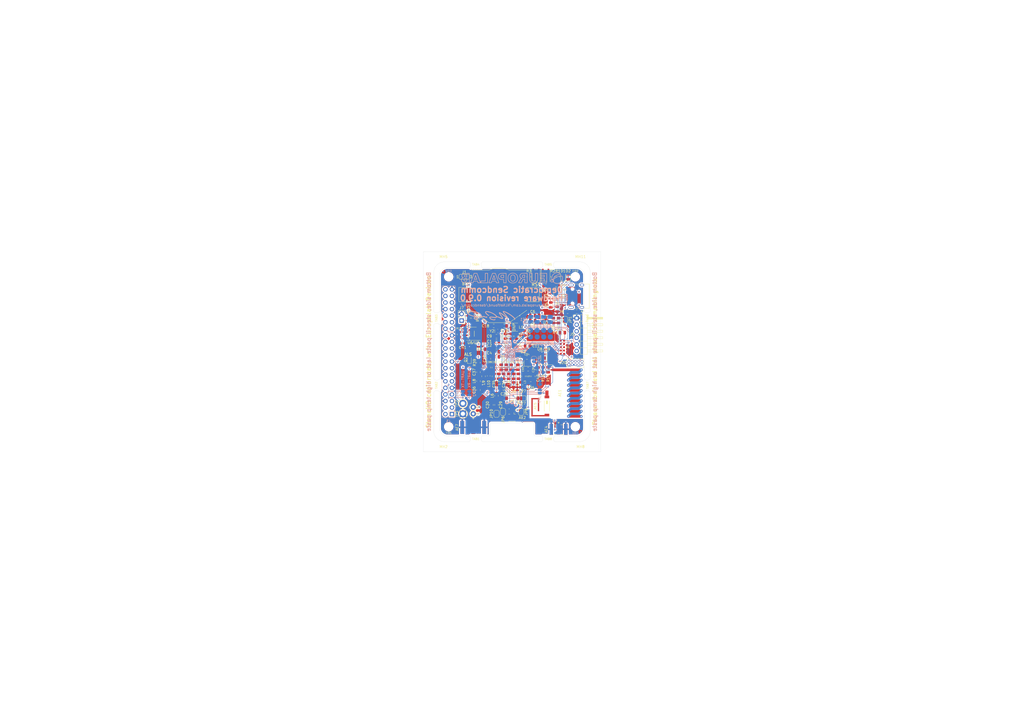
<source format=kicad_pcb>
(kicad_pcb (version 20171130) (host pcbnew 5.1.5+dfsg1-2build2)

  (general
    (thickness 1.6)
    (drawings 109)
    (tracks 1063)
    (zones 0)
    (modules 133)
    (nets 136)
  )

  (page A3)
  (title_block
    (title "Democratic Sendcomm")
    (date 2020-11-20)
    (rev 0.9.0)
    (company "Europalab Devices")
    (comment 1 "Copyright © 2020, Europalab Devices")
    (comment 2 "Fulfilling requirements of 20200210")
    (comment 3 "Pending quality assurance testing")
    (comment 4 "Release revision for manufacturing")
  )

  (layers
    (0 F.Cu signal)
    (1 In1.Cu signal)
    (2 In2.Cu signal)
    (31 B.Cu signal)
    (34 B.Paste user)
    (35 F.Paste user)
    (36 B.SilkS user)
    (37 F.SilkS user)
    (38 B.Mask user)
    (39 F.Mask user)
    (40 Dwgs.User user)
    (41 Cmts.User user)
    (44 Edge.Cuts user)
    (45 Margin user)
    (46 B.CrtYd user)
    (47 F.CrtYd user)
    (48 B.Fab user)
    (49 F.Fab user)
  )

  (setup
    (last_trace_width 0.09)
    (user_trace_width 0.1016)
    (user_trace_width 0.127)
    (user_trace_width 0.2)
    (trace_clearance 0.09)
    (zone_clearance 0.508)
    (zone_45_only no)
    (trace_min 0.09)
    (via_size 0.356)
    (via_drill 0.2)
    (via_min_size 0.356)
    (via_min_drill 0.2)
    (user_via 0.45 0.2)
    (user_via 0.6 0.3)
    (uvia_size 0.45)
    (uvia_drill 0.1)
    (uvias_allowed no)
    (uvia_min_size 0.45)
    (uvia_min_drill 0.1)
    (edge_width 0.1)
    (segment_width 0.1)
    (pcb_text_width 0.25)
    (pcb_text_size 1 1)
    (mod_edge_width 0.15)
    (mod_text_size 1 1)
    (mod_text_width 0.15)
    (pad_size 2 1.5)
    (pad_drill 0)
    (pad_to_mask_clearance 0)
    (aux_axis_origin 0 0)
    (visible_elements 7FFFFFFF)
    (pcbplotparams
      (layerselection 0x313fc_ffffffff)
      (usegerberextensions true)
      (usegerberattributes false)
      (usegerberadvancedattributes false)
      (creategerberjobfile false)
      (excludeedgelayer true)
      (linewidth 0.150000)
      (plotframeref false)
      (viasonmask false)
      (mode 1)
      (useauxorigin false)
      (hpglpennumber 1)
      (hpglpenspeed 20)
      (hpglpendiameter 15.000000)
      (psnegative false)
      (psa4output false)
      (plotreference true)
      (plotvalue true)
      (plotinvisibletext false)
      (padsonsilk false)
      (subtractmaskfromsilk false)
      (outputformat 1)
      (mirror false)
      (drillshape 0)
      (scaleselection 1)
      (outputdirectory "fabsingle"))
  )

  (net 0 "")
  (net 1 GND)
  (net 2 "Net-(AE1-Pad1)")
  (net 3 /Sheet5F53D5B4/RFSWPWR)
  (net 4 "Net-(C8-Pad1)")
  (net 5 /Sheet5F53D5B4/POWAMP)
  (net 6 "Net-(C13-Pad1)")
  (net 7 /Sheet5F53D5B4/HFOUT)
  (net 8 +3V3)
  (net 9 "Net-(C29-Pad1)")
  (net 10 /Sheet5F53D5B4/UART_RX)
  (net 11 /Sheet5F53D5B4/UART_TX)
  (net 12 /Sheet5F53D5B4/HPOUT)
  (net 13 /Sheet5F53D5B4/HFIN)
  (net 14 /Sheet5F53D5B4/BANDSEL)
  (net 15 "Net-(BT1-Pad1)")
  (net 16 /Sheet5F53D5B4/USB_BUS)
  (net 17 "Net-(C33-Pad1)")
  (net 18 "Net-(C34-Pad1)")
  (net 19 /Sheet5F53D5B4/CMDRST)
  (net 20 "Net-(D1-Pad2)")
  (net 21 "Net-(D1-Pad1)")
  (net 22 "Net-(D2-Pad1)")
  (net 23 "Net-(D2-Pad2)")
  (net 24 /Sheet5F53D5B4/USB_P)
  (net 25 /Sheet5F53D5B4/USB_N)
  (net 26 /Sheet60040980/ID_SD)
  (net 27 /Sheet60040980/ID_SC)
  (net 28 /Sheet5F53D5B4/SWDCLK)
  (net 29 "Net-(J3-Pad7)")
  (net 30 "Net-(J3-Pad8)")
  (net 31 "Net-(J4-Pad6)")
  (net 32 /Sheet5F53D5B4/CN_VBAT)
  (net 33 /Sheet5F53D5B4/XCEIV)
  (net 34 /Sheet5F53D5B4/CRYSTAL_XIN-RESERVED)
  (net 35 /Sheet5F53D5B4/CRYSTAL_XOUT-RESERVED)
  (net 36 "Net-(AE5-Pad2)")
  (net 37 "Net-(C1-Pad1)")
  (net 38 "Net-(C7-Pad1)")
  (net 39 "Net-(C14-Pad1)")
  (net 40 "Net-(C17-Pad1)")
  (net 41 "Net-(C18-Pad2)")
  (net 42 "Net-(C19-Pad2)")
  (net 43 "Net-(C23-Pad2)")
  (net 44 "Net-(C23-Pad1)")
  (net 45 "Net-(C24-Pad1)")
  (net 46 "Net-(C24-Pad2)")
  (net 47 "Net-(C29-Pad2)")
  (net 48 "Net-(C33-Pad2)")
  (net 49 "Net-(C35-Pad2)")
  (net 50 "Net-(C40-Pad1)")
  (net 51 "Net-(J2-PadB5)")
  (net 52 "Net-(J2-PadA8)")
  (net 53 "Net-(J2-PadA5)")
  (net 54 "Net-(J2-PadB8)")
  (net 55 "Net-(J2-PadA4)")
  (net 56 "Net-(J3-Pad2)")
  (net 57 "Net-(J3-Pad3)")
  (net 58 "Net-(J3-Pad4)")
  (net 59 "Net-(J3-Pad5)")
  (net 60 "Net-(J3-Pad10)")
  (net 61 "Net-(J3-Pad11)")
  (net 62 "Net-(J3-Pad12)")
  (net 63 "Net-(J3-Pad13)")
  (net 64 "Net-(J3-Pad15)")
  (net 65 "Net-(J3-Pad16)")
  (net 66 "Net-(J3-Pad18)")
  (net 67 "Net-(J3-Pad19)")
  (net 68 "Net-(J3-Pad21)")
  (net 69 "Net-(J3-Pad22)")
  (net 70 "Net-(J3-Pad23)")
  (net 71 "Net-(J3-Pad24)")
  (net 72 "Net-(J3-Pad26)")
  (net 73 "Net-(J3-Pad29)")
  (net 74 "Net-(J3-Pad31)")
  (net 75 "Net-(J3-Pad32)")
  (net 76 "Net-(J3-Pad33)")
  (net 77 "Net-(J3-Pad35)")
  (net 78 "Net-(J3-Pad36)")
  (net 79 "Net-(J3-Pad37)")
  (net 80 "Net-(J3-Pad38)")
  (net 81 "Net-(J3-Pad40)")
  (net 82 "Net-(J4-Pad7)")
  (net 83 "Net-(J4-Pad8)")
  (net 84 "Net-(J5-Pad2)")
  (net 85 "Net-(J5-Pad3)")
  (net 86 "Net-(J5-Pad6)")
  (net 87 "Net-(J6-Pad1)")
  (net 88 "Net-(L1-Pad2)")
  (net 89 "Net-(R3-Pad1)")
  (net 90 "Net-(R4-Pad1)")
  (net 91 "Net-(R4-Pad2)")
  (net 92 "Net-(U2-Pad5)")
  (net 93 "Net-(U3-PadG1)")
  (net 94 "Net-(U3-PadH1)")
  (net 95 "Net-(U3-PadE3)")
  (net 96 "Net-(U3-PadE4)")
  (net 97 "Net-(U3-PadF4)")
  (net 98 "Net-(U3-PadE5)")
  (net 99 "Net-(U3-PadC7)")
  (net 100 "Net-(U3-PadD7)")
  (net 101 "Net-(U3-PadD8)")
  (net 102 "Net-(U5-Pad3)")
  (net 103 "Net-(U5-Pad4)")
  (net 104 "Net-(U8-Pad7)")
  (net 105 "Net-(U8-Pad3)")
  (net 106 "Net-(U8-Pad2)")
  (net 107 "Net-(U8-Pad1)")
  (net 108 "Net-(U9-Pad1)")
  (net 109 "Net-(U9-Pad2)")
  (net 110 "Net-(U9-Pad3)")
  (net 111 "Net-(U9-Pad7)")
  (net 112 /Sheet5F53D5B4/SWDIO)
  (net 113 "Net-(AE2-Pad1)")
  (net 114 "Net-(AE4-Pad1)")
  (net 115 "Net-(AE5-Pad1)")
  (net 116 "Net-(AE7-Pad1)")
  (net 117 "Net-(JP10-Pad1)")
  (net 118 "Net-(J6-Pad2)")
  (net 119 "Net-(J6-Pad3)")
  (net 120 "Net-(J6-Pad4)")
  (net 121 "Net-(J6-Pad5)")
  (net 122 "Net-(J6-Pad6)")
  (net 123 "Net-(J6-Pad7)")
  (net 124 "Net-(J6-Pad8)")
  (net 125 "Net-(J7-Pad1)")
  (net 126 "Net-(C94-Pad1)")
  (net 127 "Net-(C95-Pad1)")
  (net 128 "Net-(JP26-Pad1)")
  (net 129 /TP_SCL)
  (net 130 /TP_SDA)
  (net 131 "Net-(J20-Pad6)")
  (net 132 "Net-(J20-Pad7)")
  (net 133 "Net-(J20-Pad8)")
  (net 134 "Net-(Q2-Pad2)")
  (net 135 "Net-(JP27-Pad3)")

  (net_class Default "This is the default net class."
    (clearance 0.09)
    (trace_width 0.09)
    (via_dia 0.356)
    (via_drill 0.2)
    (uvia_dia 0.45)
    (uvia_drill 0.1)
    (add_net +3V3)
    (add_net /Sheet5F53D5B4/BANDSEL)
    (add_net /Sheet5F53D5B4/CMDRST)
    (add_net /Sheet5F53D5B4/CN_VBAT)
    (add_net /Sheet5F53D5B4/CRYSTAL_XIN-RESERVED)
    (add_net /Sheet5F53D5B4/CRYSTAL_XOUT-RESERVED)
    (add_net /Sheet5F53D5B4/HFIN)
    (add_net /Sheet5F53D5B4/HFOUT)
    (add_net /Sheet5F53D5B4/HPOUT)
    (add_net /Sheet5F53D5B4/POWAMP)
    (add_net /Sheet5F53D5B4/RFSWPWR)
    (add_net /Sheet5F53D5B4/SWDCLK)
    (add_net /Sheet5F53D5B4/SWDIO)
    (add_net /Sheet5F53D5B4/UART_RX)
    (add_net /Sheet5F53D5B4/UART_TX)
    (add_net /Sheet5F53D5B4/USB_BUS)
    (add_net /Sheet5F53D5B4/USB_N)
    (add_net /Sheet5F53D5B4/USB_P)
    (add_net /Sheet5F53D5B4/XCEIV)
    (add_net /Sheet60040980/ID_SC)
    (add_net /Sheet60040980/ID_SD)
    (add_net /TP_SCL)
    (add_net /TP_SDA)
    (add_net GND)
    (add_net "Net-(AE1-Pad1)")
    (add_net "Net-(AE2-Pad1)")
    (add_net "Net-(AE4-Pad1)")
    (add_net "Net-(AE5-Pad1)")
    (add_net "Net-(AE5-Pad2)")
    (add_net "Net-(AE7-Pad1)")
    (add_net "Net-(BT1-Pad1)")
    (add_net "Net-(C1-Pad1)")
    (add_net "Net-(C13-Pad1)")
    (add_net "Net-(C14-Pad1)")
    (add_net "Net-(C17-Pad1)")
    (add_net "Net-(C18-Pad2)")
    (add_net "Net-(C19-Pad2)")
    (add_net "Net-(C23-Pad1)")
    (add_net "Net-(C23-Pad2)")
    (add_net "Net-(C24-Pad1)")
    (add_net "Net-(C24-Pad2)")
    (add_net "Net-(C29-Pad1)")
    (add_net "Net-(C29-Pad2)")
    (add_net "Net-(C33-Pad1)")
    (add_net "Net-(C33-Pad2)")
    (add_net "Net-(C34-Pad1)")
    (add_net "Net-(C35-Pad2)")
    (add_net "Net-(C40-Pad1)")
    (add_net "Net-(C7-Pad1)")
    (add_net "Net-(C8-Pad1)")
    (add_net "Net-(C94-Pad1)")
    (add_net "Net-(C95-Pad1)")
    (add_net "Net-(D1-Pad1)")
    (add_net "Net-(D1-Pad2)")
    (add_net "Net-(D2-Pad1)")
    (add_net "Net-(D2-Pad2)")
    (add_net "Net-(J2-PadA4)")
    (add_net "Net-(J2-PadA5)")
    (add_net "Net-(J2-PadA8)")
    (add_net "Net-(J2-PadB5)")
    (add_net "Net-(J2-PadB8)")
    (add_net "Net-(J20-Pad6)")
    (add_net "Net-(J20-Pad7)")
    (add_net "Net-(J20-Pad8)")
    (add_net "Net-(J3-Pad10)")
    (add_net "Net-(J3-Pad11)")
    (add_net "Net-(J3-Pad12)")
    (add_net "Net-(J3-Pad13)")
    (add_net "Net-(J3-Pad15)")
    (add_net "Net-(J3-Pad16)")
    (add_net "Net-(J3-Pad18)")
    (add_net "Net-(J3-Pad19)")
    (add_net "Net-(J3-Pad2)")
    (add_net "Net-(J3-Pad21)")
    (add_net "Net-(J3-Pad22)")
    (add_net "Net-(J3-Pad23)")
    (add_net "Net-(J3-Pad24)")
    (add_net "Net-(J3-Pad26)")
    (add_net "Net-(J3-Pad29)")
    (add_net "Net-(J3-Pad3)")
    (add_net "Net-(J3-Pad31)")
    (add_net "Net-(J3-Pad32)")
    (add_net "Net-(J3-Pad33)")
    (add_net "Net-(J3-Pad35)")
    (add_net "Net-(J3-Pad36)")
    (add_net "Net-(J3-Pad37)")
    (add_net "Net-(J3-Pad38)")
    (add_net "Net-(J3-Pad4)")
    (add_net "Net-(J3-Pad40)")
    (add_net "Net-(J3-Pad5)")
    (add_net "Net-(J3-Pad7)")
    (add_net "Net-(J3-Pad8)")
    (add_net "Net-(J4-Pad6)")
    (add_net "Net-(J4-Pad7)")
    (add_net "Net-(J4-Pad8)")
    (add_net "Net-(J5-Pad2)")
    (add_net "Net-(J5-Pad3)")
    (add_net "Net-(J5-Pad6)")
    (add_net "Net-(J6-Pad1)")
    (add_net "Net-(J6-Pad2)")
    (add_net "Net-(J6-Pad3)")
    (add_net "Net-(J6-Pad4)")
    (add_net "Net-(J6-Pad5)")
    (add_net "Net-(J6-Pad6)")
    (add_net "Net-(J6-Pad7)")
    (add_net "Net-(J6-Pad8)")
    (add_net "Net-(J7-Pad1)")
    (add_net "Net-(JP10-Pad1)")
    (add_net "Net-(JP26-Pad1)")
    (add_net "Net-(JP27-Pad3)")
    (add_net "Net-(L1-Pad2)")
    (add_net "Net-(Q2-Pad2)")
    (add_net "Net-(R3-Pad1)")
    (add_net "Net-(R4-Pad1)")
    (add_net "Net-(R4-Pad2)")
    (add_net "Net-(U2-Pad5)")
    (add_net "Net-(U3-PadC7)")
    (add_net "Net-(U3-PadD7)")
    (add_net "Net-(U3-PadD8)")
    (add_net "Net-(U3-PadE3)")
    (add_net "Net-(U3-PadE4)")
    (add_net "Net-(U3-PadE5)")
    (add_net "Net-(U3-PadF4)")
    (add_net "Net-(U3-PadG1)")
    (add_net "Net-(U3-PadH1)")
    (add_net "Net-(U5-Pad3)")
    (add_net "Net-(U5-Pad4)")
    (add_net "Net-(U8-Pad1)")
    (add_net "Net-(U8-Pad2)")
    (add_net "Net-(U8-Pad3)")
    (add_net "Net-(U8-Pad7)")
    (add_net "Net-(U9-Pad1)")
    (add_net "Net-(U9-Pad2)")
    (add_net "Net-(U9-Pad3)")
    (add_net "Net-(U9-Pad7)")
  )

  (net_class Power ""
    (clearance 0.2)
    (trace_width 0.5)
    (via_dia 1)
    (via_drill 0.7)
    (uvia_dia 0.5)
    (uvia_drill 0.1)
  )

  (module Elabdev:Meinkuerzel_signature_480DPI (layer B.Cu) (tedit 0) (tstamp 5FBE809B)
    (at 202 134 180)
    (fp_text reference G1 (at 0 0) (layer B.SilkS) hide
      (effects (font (size 1.524 1.524) (thickness 0.3)) (justify mirror))
    )
    (fp_text value Meinkuerzel_signature (at 0.75 0) (layer B.SilkS) hide
      (effects (font (size 1.524 1.524) (thickness 0.3)) (justify mirror))
    )
    (fp_poly (pts (xy 7.849084 1.675651) (xy 8.303148 1.632827) (xy 8.685942 1.550363) (xy 8.876057 1.481326)
      (xy 9.07938 1.34976) (xy 9.204465 1.178624) (xy 9.241225 0.986809) (xy 9.210768 0.854557)
      (xy 9.078684 0.643748) (xy 8.864557 0.429964) (xy 8.589687 0.233059) (xy 8.471807 0.165759)
      (xy 8.232808 0.053863) (xy 7.923436 -0.068816) (xy 7.576824 -0.190996) (xy 7.226108 -0.301392)
      (xy 6.904421 -0.388723) (xy 6.731621 -0.426811) (xy 6.398868 -0.490816) (xy 6.556265 -0.586535)
      (xy 6.736632 -0.743549) (xy 6.819572 -0.938245) (xy 6.82625 -1.022915) (xy 6.780462 -1.15416)
      (xy 6.660466 -1.295963) (xy 6.49231 -1.424979) (xy 6.30204 -1.517866) (xy 6.258842 -1.531402)
      (xy 6.0446 -1.569955) (xy 5.805186 -1.581627) (xy 5.582286 -1.566858) (xy 5.417587 -1.526091)
      (xy 5.409578 -1.522402) (xy 5.285381 -1.409276) (xy 5.232727 -1.237525) (xy 5.243042 -1.133742)
      (xy 5.545646 -1.133742) (xy 5.569322 -1.243922) (xy 5.599007 -1.270742) (xy 5.725804 -1.30367)
      (xy 5.911501 -1.301091) (xy 6.117136 -1.267785) (xy 6.303743 -1.20853) (xy 6.368163 -1.176419)
      (xy 6.483421 -1.090411) (xy 6.547775 -1.006994) (xy 6.550669 -0.996984) (xy 6.519163 -0.903747)
      (xy 6.404517 -0.814537) (xy 6.229026 -0.742568) (xy 6.060328 -0.706358) (xy 5.903418 -0.693399)
      (xy 5.806355 -0.717484) (xy 5.726223 -0.79035) (xy 5.718194 -0.79992) (xy 5.596762 -0.979847)
      (xy 5.545646 -1.133742) (xy 5.243042 -1.133742) (xy 5.253531 -1.028227) (xy 5.344918 -0.810631)
      (xy 5.442538 -0.642303) (xy 5.295353 -0.646487) (xy 5.12125 -0.625399) (xy 5.035885 -0.550663)
      (xy 5.027083 -0.501447) (xy 5.075804 -0.410776) (xy 5.222941 -0.351671) (xy 5.469958 -0.32355)
      (xy 5.476875 -0.323261) (xy 5.599677 -0.314345) (xy 5.697993 -0.289875) (xy 5.794712 -0.235966)
      (xy 5.912725 -0.138734) (xy 6.074923 0.015705) (xy 6.138333 0.077935) (xy 6.357426 0.284825)
      (xy 6.520758 0.415811) (xy 6.63982 0.476704) (xy 6.726105 0.473318) (xy 6.791106 0.411464)
      (xy 6.792772 0.408883) (xy 6.813029 0.349999) (xy 6.787897 0.281807) (xy 6.704882 0.184844)
      (xy 6.561666 0.048946) (xy 6.270625 -0.217166) (xy 6.532899 -0.183078) (xy 6.900304 -0.115245)
      (xy 7.289474 -0.008645) (xy 7.678243 0.127507) (xy 8.044445 0.283994) (xy 8.365914 0.451601)
      (xy 8.620483 0.621112) (xy 8.749193 0.738377) (xy 8.856936 0.865956) (xy 8.92727 0.965202)
      (xy 8.942916 1.001728) (xy 8.895983 1.084773) (xy 8.773369 1.176095) (xy 8.602358 1.259484)
      (xy 8.410231 1.318727) (xy 8.408998 1.318992) (xy 8.149682 1.354937) (xy 7.8128 1.371973)
      (xy 7.424917 1.370093) (xy 7.012599 1.349291) (xy 6.686734 1.319437) (xy 6.066773 1.222977)
      (xy 5.517194 1.081213) (xy 5.043989 0.897075) (xy 4.653152 0.673494) (xy 4.350673 0.413401)
      (xy 4.142546 0.119727) (xy 4.114637 0.061443) (xy 4.047094 -0.15251) (xy 4.06025 -0.336634)
      (xy 4.160207 -0.518581) (xy 4.270456 -0.644496) (xy 4.390411 -0.79173) (xy 4.431252 -0.900383)
      (xy 4.427296 -0.922309) (xy 4.357272 -0.99719) (xy 4.242023 -0.977517) (xy 4.082983 -0.863726)
      (xy 4.010682 -0.795217) (xy 3.879838 -0.680755) (xy 3.765594 -0.608691) (xy 3.712637 -0.594925)
      (xy 3.6215 -0.594723) (xy 3.455888 -0.585507) (xy 3.246599 -0.569127) (xy 3.175 -0.562633)
      (xy 2.951086 -0.544014) (xy 2.793821 -0.54282) (xy 2.664643 -0.565021) (xy 2.524987 -0.61659)
      (xy 2.371034 -0.687127) (xy 2.100169 -0.795663) (xy 1.89262 -0.837972) (xy 1.841867 -0.837015)
      (xy 1.72083 -0.812158) (xy 1.663036 -0.745697) (xy 1.637803 -0.635) (xy 1.623821 -0.491701)
      (xy 1.628566 -0.389706) (xy 1.630235 -0.383646) (xy 1.692219 -0.322789) (xy 1.789679 -0.330876)
      (xy 1.885465 -0.399867) (xy 1.916539 -0.445597) (xy 1.984375 -0.573694) (xy 2.371569 -0.384068)
      (xy 2.758764 -0.194442) (xy 3.165319 -0.256321) (xy 3.413597 -0.293214) (xy 3.576071 -0.310583)
      (xy 3.67165 -0.304292) (xy 3.719238 -0.270208) (xy 3.737742 -0.204195) (xy 3.744012 -0.129767)
      (xy 3.817818 0.177969) (xy 3.989413 0.470621) (xy 4.251219 0.74303) (xy 4.595656 0.99004)
      (xy 5.015149 1.206492) (xy 5.502117 1.387229) (xy 6.048984 1.527094) (xy 6.228561 1.561184)
      (xy 6.794861 1.64034) (xy 7.340678 1.678326) (xy 7.849084 1.675651)) (layer B.SilkS) (width 0.01))
    (fp_poly (pts (xy -4.580024 1.756567) (xy -4.544854 1.74305) (xy -4.466016 1.67622) (xy -4.437143 1.580417)
      (xy -4.461964 1.447967) (xy -4.544204 1.271201) (xy -4.68759 1.042447) (xy -4.895848 0.754033)
      (xy -5.172705 0.39829) (xy -5.237349 0.3175) (xy -5.411926 0.098408) (xy -5.577817 -0.112809)
      (xy -5.714811 -0.290245) (xy -5.794689 -0.396875) (xy -5.948296 -0.608542) (xy -5.791961 -0.468507)
      (xy -5.700695 -0.392772) (xy -5.541009 -0.266466) (xy -5.329307 -0.10231) (xy -5.081994 0.086977)
      (xy -4.815472 0.288675) (xy -4.815417 0.288716) (xy -4.345432 0.631252) (xy -3.946225 0.897872)
      (xy -3.615767 1.089474) (xy -3.352032 1.206955) (xy -3.152989 1.251211) (xy -3.016612 1.223138)
      (xy -2.940872 1.123633) (xy -2.939055 1.118116) (xy -2.92791 1.023519) (xy -2.955738 0.908417)
      (xy -3.029742 0.759005) (xy -3.157121 0.561475) (xy -3.345079 0.302021) (xy -3.409058 0.217037)
      (xy -3.654587 -0.113597) (xy -3.860834 -0.404313) (xy -4.022275 -0.646491) (xy -4.133388 -0.831509)
      (xy -4.188652 -0.950744) (xy -4.185335 -0.994958) (xy -4.120655 -0.981486) (xy -3.976478 -0.932768)
      (xy -3.770527 -0.855371) (xy -3.520529 -0.755864) (xy -3.349225 -0.685128) (xy -3.06462 -0.570045)
      (xy -2.797019 -0.469163) (xy -2.569108 -0.390505) (xy -2.403576 -0.342097) (xy -2.349431 -0.331513)
      (xy -2.183877 -0.291941) (xy -2.07811 -0.206425) (xy -2.041672 -0.151915) (xy -1.850086 0.096101)
      (xy -1.567603 0.354844) (xy -1.207453 0.616123) (xy -0.78287 0.87175) (xy -0.307084 1.113536)
      (xy 0.206672 1.333293) (xy 0.574448 1.467145) (xy 0.853452 1.556991) (xy 1.074831 1.61415)
      (xy 1.278935 1.645957) (xy 1.506112 1.659747) (xy 1.647661 1.662241) (xy 1.89537 1.661355)
      (xy 2.061526 1.650821) (xy 2.170245 1.626908) (xy 2.245641 1.585888) (xy 2.269431 1.566069)
      (xy 2.364656 1.413892) (xy 2.378536 1.21834) (xy 2.31231 1.002224) (xy 2.231511 0.867835)
      (xy 2.055394 0.653788) (xy 1.846452 0.444397) (xy 1.622129 0.252501) (xy 1.399873 0.090942)
      (xy 1.19713 -0.02744) (xy 1.031346 -0.089804) (xy 0.931657 -0.088852) (xy 0.853749 -0.025156)
      (xy 0.874571 0.06423) (xy 0.991583 0.174246) (xy 1.09802 0.242886) (xy 1.314624 0.387246)
      (xy 1.527802 0.560014) (xy 1.72429 0.746283) (xy 1.890825 0.931146) (xy 2.014146 1.099697)
      (xy 2.080988 1.237027) (xy 2.078088 1.32823) (xy 2.071165 1.336667) (xy 1.954541 1.387475)
      (xy 1.756832 1.400928) (xy 1.494763 1.380087) (xy 1.185063 1.328013) (xy 0.844457 1.247766)
      (xy 0.489674 1.142406) (xy 0.137439 1.014995) (xy -0.00172 0.957368) (xy -0.385109 0.777304)
      (xy -0.74297 0.581237) (xy -1.065571 0.377182) (xy -1.343179 0.173152) (xy -1.566062 -0.022838)
      (xy -1.724487 -0.202776) (xy -1.808722 -0.358647) (xy -1.809035 -0.482438) (xy -1.789329 -0.514562)
      (xy -1.69188 -0.558953) (xy -1.49842 -0.578536) (xy -1.2158 -0.573404) (xy -0.850872 -0.543648)
      (xy -0.464887 -0.496867) (xy -0.056607 -0.452123) (xy 0.260382 -0.442712) (xy 0.494773 -0.469264)
      (xy 0.655256 -0.532408) (xy 0.714552 -0.58228) (xy 0.776217 -0.725165) (xy 0.746162 -0.908878)
      (xy 0.632079 -1.115352) (xy 0.45893 -1.290216) (xy 0.2117 -1.450188) (xy -0.085638 -1.588107)
      (xy -0.409112 -1.696809) (xy -0.734748 -1.769134) (xy -1.038572 -1.797919) (xy -1.296612 -1.776003)
      (xy -1.42875 -1.731015) (xy -1.546706 -1.617759) (xy -1.577815 -1.519827) (xy -1.560687 -1.389395)
      (xy -1.486335 -1.336349) (xy -1.378138 -1.369493) (xy -1.317893 -1.421952) (xy -1.19986 -1.505637)
      (xy -1.092449 -1.534584) (xy -0.859949 -1.513387) (xy -0.579373 -1.457345) (xy -0.297878 -1.377776)
      (xy -0.068589 -1.288836) (xy 0.116249 -1.181832) (xy 0.284174 -1.050661) (xy 0.411262 -0.917533)
      (xy 0.473586 -0.804658) (xy 0.47625 -0.783054) (xy 0.425256 -0.757675) (xy 0.277287 -0.748743)
      (xy 0.039858 -0.755912) (xy -0.279513 -0.778835) (xy -0.673311 -0.817167) (xy -0.956033 -0.849048)
      (xy -1.308534 -0.882196) (xy -1.57585 -0.8857) (xy -1.774982 -0.85746) (xy -1.922933 -0.795374)
      (xy -2.017888 -0.717835) (xy -2.096716 -0.653738) (xy -2.190635 -0.62131) (xy -2.313833 -0.623423)
      (xy -2.480498 -0.662945) (xy -2.704818 -0.742748) (xy -3.00098 -0.865702) (xy -3.216817 -0.960383)
      (xy -3.585839 -1.11854) (xy -3.874386 -1.227749) (xy -4.094462 -1.290524) (xy -4.258069 -1.309381)
      (xy -4.377212 -1.286836) (xy -4.463891 -1.225404) (xy -4.466704 -1.222337) (xy -4.518051 -1.14061)
      (xy -4.530831 -1.040781) (xy -4.500098 -0.912213) (xy -4.420902 -0.744269) (xy -4.288295 -0.526313)
      (xy -4.097327 -0.247708) (xy -3.863138 0.07498) (xy -3.679345 0.325213) (xy -3.519393 0.545064)
      (xy -3.393108 0.720859) (xy -3.310313 0.838921) (xy -3.280834 0.885525) (xy -3.323557 0.888476)
      (xy -3.399896 0.869711) (xy -3.542096 0.805036) (xy -3.750284 0.678102) (xy -4.027571 0.486762)
      (xy -4.377062 0.228867) (xy -4.801868 -0.097732) (xy -4.81991 -0.111817) (xy -5.187034 -0.396401)
      (xy -5.482932 -0.620081) (xy -5.717862 -0.789492) (xy -5.902078 -0.911266) (xy -6.045837 -0.99204)
      (xy -6.159396 -1.038447) (xy -6.25301 -1.057121) (xy -6.283148 -1.058333) (xy -6.40378 -1.045849)
      (xy -6.450441 -0.994435) (xy -6.455563 -0.939271) (xy -6.445942 -0.865735) (xy -6.412644 -0.776476)
      (xy -6.348546 -0.66103) (xy -6.24652 -0.508935) (xy -6.099443 -0.309727) (xy -5.90019 -0.052942)
      (xy -5.641635 0.271882) (xy -5.570553 0.360397) (xy -5.363566 0.620769) (xy -5.174974 0.863504)
      (xy -5.016826 1.072659) (xy -4.901172 1.23229) (xy -4.84006 1.326453) (xy -4.839117 1.328251)
      (xy -4.786636 1.436383) (xy -4.790145 1.473528) (xy -4.856494 1.462433) (xy -4.877731 1.456477)
      (xy -4.973599 1.420322) (xy -5.140081 1.348706) (xy -5.352621 1.252468) (xy -5.55625 1.156974)
      (xy -6.094525 0.881508) (xy -6.644499 0.565345) (xy -7.182748 0.223911) (xy -7.685848 -0.12737)
      (xy -8.130378 -0.473072) (xy -8.424687 -0.732038) (xy -8.650145 -0.95487) (xy -8.800069 -1.131002)
      (xy -8.884377 -1.276175) (xy -8.912984 -1.406131) (xy -8.905425 -1.495188) (xy -8.906488 -1.61853)
      (xy -8.964006 -1.672137) (xy -9.075823 -1.672519) (xy -9.156792 -1.593028) (xy -9.200558 -1.456755)
      (xy -9.200763 -1.286789) (xy -9.151052 -1.106218) (xy -9.131299 -1.06447) (xy -9.024915 -0.913844)
      (xy -8.843627 -0.718433) (xy -8.601654 -0.490528) (xy -8.313213 -0.242422) (xy -7.992524 0.013592)
      (xy -7.653804 0.265222) (xy -7.3545 0.471681) (xy -6.896098 0.764541) (xy -6.449337 1.028776)
      (xy -6.024338 1.259805) (xy -5.631223 1.453048) (xy -5.280112 1.603926) (xy -4.981128 1.707858)
      (xy -4.744392 1.760265) (xy -4.580024 1.756567)) (layer B.SilkS) (width 0.01))
  )

  (module Elabdev:Panel_Mousetab_25mm_Single (layer F.Cu) (tedit 5CD9E59A) (tstamp 5FBE7343)
    (at 224 114.25 270)
    (path /5CD5C3A7)
    (fp_text reference TAB5 (at 0 0 180) (layer F.SilkS)
      (effects (font (size 0.8 0.8) (thickness 0.13)))
    )
    (fp_text value Pantab (at 0 -3.5 270) (layer F.Fab)
      (effects (font (size 1 1) (thickness 0.15)))
    )
    (fp_line (start -2.1 -2.6) (end 2.1 -2.6) (layer F.CrtYd) (width 0.15))
    (fp_line (start -2.1 2.6) (end -2.1 -2.6) (layer F.CrtYd) (width 0.15))
    (fp_line (start 2.1 2.6) (end -2.1 2.6) (layer F.CrtYd) (width 0.15))
    (fp_line (start 2.1 -2.6) (end 2.1 2.6) (layer F.CrtYd) (width 0.15))
    (fp_line (start -1.25 -2.2) (end -1.25 2.2) (layer F.Fab) (width 0.15))
    (fp_line (start 1.25 -2.2) (end 1.25 2.2) (layer F.Fab) (width 0.15))
    (pad "" np_thru_hole circle (at 1.35 -2 270) (size 0.5 0.5) (drill 0.5) (layers *.Cu))
    (pad "" np_thru_hole circle (at 1.35 -1.2 270) (size 0.5 0.5) (drill 0.5) (layers *.Cu))
    (pad "" np_thru_hole circle (at 1.35 -0.4 270) (size 0.5 0.5) (drill 0.5) (layers *.Cu))
    (pad "" np_thru_hole circle (at 1.35 0.4 270) (size 0.5 0.5) (drill 0.5) (layers *.Cu))
    (pad "" np_thru_hole circle (at 1.35 1.2 270) (size 0.5 0.5) (drill 0.5) (layers *.Cu))
    (pad "" np_thru_hole circle (at 1.35 2 270) (size 0.5 0.5) (drill 0.5) (layers *.Cu))
  )

  (module Elabdev:Elablogoslk-Gfx (layer B.Cu) (tedit 0) (tstamp 5FBDF7AF)
    (at 210 119.5 180)
    (fp_text reference G** (at 0 0) (layer B.SilkS) hide
      (effects (font (size 1.524 1.524) (thickness 0.3)) (justify mirror))
    )
    (fp_text value Elablogoslk (at 0.75 0) (layer B.SilkS) hide
      (effects (font (size 1.524 1.524) (thickness 0.3)) (justify mirror))
    )
    (fp_poly (pts (xy -15.405836 -0.675184) (xy -15.287483 -0.702055) (xy -15.188143 -0.754619) (xy -15.108772 -0.827765)
      (xy -15.050327 -0.916382) (xy -15.013763 -1.015359) (xy -15.000037 -1.119584) (xy -15.010104 -1.223945)
      (xy -15.04492 -1.323332) (xy -15.105441 -1.412633) (xy -15.192623 -1.486737) (xy -15.24833 -1.517344)
      (xy -15.356716 -1.550357) (xy -15.476625 -1.557984) (xy -15.592872 -1.539403) (xy -15.602283 -1.53653)
      (xy -15.678123 -1.497127) (xy -15.752493 -1.432517) (xy -15.815972 -1.352895) (xy -15.859141 -1.268459)
      (xy -15.864155 -1.2531) (xy -15.88425 -1.176683) (xy -15.891257 -1.117668) (xy -15.885212 -1.059627)
      (xy -15.866149 -0.986134) (xy -15.864727 -0.981328) (xy -15.815988 -0.8777) (xy -15.739972 -0.790432)
      (xy -15.643773 -0.72426) (xy -15.534487 -0.683915) (xy -15.419207 -0.674131) (xy -15.405836 -0.675184)) (layer B.Mask) (width 0.01))
    (fp_poly (pts (xy 17.476107 1.827609) (xy 17.687258 1.825899) (xy 17.865618 1.824237) (xy 18.014678 1.822477)
      (xy 18.137934 1.82047) (xy 18.238879 1.818068) (xy 18.321005 1.815122) (xy 18.387806 1.811484)
      (xy 18.442776 1.807007) (xy 18.489407 1.801541) (xy 18.531194 1.794939) (xy 18.57163 1.787052)
      (xy 18.6055 1.779685) (xy 18.771822 1.733432) (xy 18.923911 1.673315) (xy 19.054677 1.602656)
      (xy 19.157033 1.524776) (xy 19.164226 1.5179) (xy 19.246251 1.417951) (xy 19.315464 1.294688)
      (xy 19.365371 1.16053) (xy 19.377923 1.109275) (xy 19.39052 1.010407) (xy 19.393203 0.893754)
      (xy 19.386762 0.771789) (xy 19.371983 0.656983) (xy 19.349655 0.561808) (xy 19.341939 0.539811)
      (xy 19.283862 0.430962) (xy 19.19941 0.326298) (xy 19.097976 0.236127) (xy 19.019624 0.185927)
      (xy 18.914298 0.12941) (xy 18.968542 0.109123) (xy 19.093064 0.054672) (xy 19.194891 -0.009335)
      (xy 19.285933 -0.089714) (xy 19.390804 -0.214403) (xy 19.467199 -0.350129) (xy 19.516977 -0.501894)
      (xy 19.541997 -0.674698) (xy 19.545898 -0.789214) (xy 19.53245 -0.987132) (xy 19.491752 -1.163006)
      (xy 19.423278 -1.317328) (xy 19.326496 -1.450588) (xy 19.200879 -1.563277) (xy 19.045898 -1.655885)
      (xy 18.861023 -1.728905) (xy 18.645726 -1.782826) (xy 18.442214 -1.81358) (xy 18.390712 -1.817354)
      (xy 18.307346 -1.820878) (xy 18.196536 -1.82407) (xy 18.062704 -1.826851) (xy 17.910272 -1.829142)
      (xy 17.743659 -1.830864) (xy 17.567287 -1.831936) (xy 17.403536 -1.83228) (xy 16.528143 -1.832429)
      (xy 16.528143 -1.197429) (xy 17.471571 -1.197429) (xy 17.812474 -1.197429) (xy 17.960507 -1.19621)
      (xy 18.077011 -1.192363) (xy 18.166668 -1.185602) (xy 18.234157 -1.175639) (xy 18.257984 -1.170182)
      (xy 18.384709 -1.1231) (xy 18.482481 -1.054854) (xy 18.552639 -0.964254) (xy 18.589417 -0.8761)
      (xy 18.611394 -0.756961) (xy 18.608994 -0.636283) (xy 18.583832 -0.523232) (xy 18.537525 -0.426977)
      (xy 18.502598 -0.383459) (xy 18.44707 -0.333771) (xy 18.385424 -0.294593) (xy 18.312843 -0.264829)
      (xy 18.22451 -0.243381) (xy 18.115607 -0.229153) (xy 17.981316 -0.221046) (xy 17.816821 -0.217964)
      (xy 17.775464 -0.217851) (xy 17.471571 -0.217714) (xy 17.471571 -1.197429) (xy 16.528143 -1.197429)
      (xy 16.528143 1.197428) (xy 17.471571 1.197428) (xy 17.471571 0.417286) (xy 17.804933 0.417286)
      (xy 17.937918 0.418126) (xy 18.040036 0.420891) (xy 18.116671 0.425945) (xy 18.173209 0.433651)
      (xy 18.215035 0.444376) (xy 18.217426 0.445205) (xy 18.319056 0.498467) (xy 18.395331 0.575146)
      (xy 18.444205 0.67085) (xy 18.463631 0.781188) (xy 18.451564 0.901769) (xy 18.443884 0.931299)
      (xy 18.396902 1.030842) (xy 18.322562 1.110813) (xy 18.227195 1.165118) (xy 18.18819 1.177399)
      (xy 18.143627 1.184049) (xy 18.070672 1.189765) (xy 17.977218 1.19415) (xy 17.871155 1.196808)
      (xy 17.790109 1.197428) (xy 17.471571 1.197428) (xy 16.528143 1.197428) (xy 16.528143 1.835008)
      (xy 17.476107 1.827609)) (layer B.Mask) (width 0.01))
    (fp_poly (pts (xy 14.119941 1.828149) (xy 14.684369 1.823357) (xy 15.359475 0) (xy 16.034582 -1.823357)
      (xy 15.571079 -1.828205) (xy 15.445094 -1.82918) (xy 15.331429 -1.829406) (xy 15.235013 -1.828925)
      (xy 15.160777 -1.827781) (xy 15.11365 -1.826018) (xy 15.098562 -1.824039) (xy 15.090052 -1.80483)
      (xy 15.071782 -1.756797) (xy 15.045759 -1.68544) (xy 15.013987 -1.59626) (xy 14.978473 -1.494759)
      (xy 14.977731 -1.49262) (xy 14.865914 -1.170214) (xy 14.120645 -1.165479) (xy 13.375375 -1.160744)
      (xy 13.306737 -1.355979) (xy 13.272699 -1.452448) (xy 13.236904 -1.553325) (xy 13.204622 -1.643779)
      (xy 13.188986 -1.687286) (xy 13.139873 -1.823357) (xy 12.664678 -1.828197) (xy 12.53823 -1.828961)
      (xy 12.425118 -1.828639) (xy 12.329969 -1.827326) (xy 12.257408 -1.825117) (xy 12.212064 -1.822108)
      (xy 12.19843 -1.818559) (xy 12.205849 -1.799875) (xy 12.225002 -1.749455) (xy 12.255032 -1.669593)
      (xy 12.295087 -1.562586) (xy 12.34431 -1.430729) (xy 12.401847 -1.276318) (xy 12.466842 -1.101648)
      (xy 12.538441 -0.909015) (xy 12.615789 -0.700714) (xy 12.69803 -0.479041) (xy 12.702348 -0.467391)
      (xy 13.614056 -0.467391) (xy 13.61958 -0.47467) (xy 13.636172 -0.480187) (xy 13.66764 -0.484184)
      (xy 13.717795 -0.486904) (xy 13.790447 -0.488587) (xy 13.889405 -0.489478) (xy 14.01848 -0.489817)
      (xy 14.115143 -0.489857) (xy 14.270607 -0.489531) (xy 14.392961 -0.488457) (xy 14.485375 -0.486493)
      (xy 14.551022 -0.483496) (xy 14.59307 -0.479323) (xy 14.614692 -0.473831) (xy 14.619171 -0.467179)
      (xy 14.611769 -0.445613) (xy 14.593892 -0.393441) (xy 14.566814 -0.314385) (xy 14.53181 -0.212168)
      (xy 14.490155 -0.090515) (xy 14.443125 0.046852) (xy 14.391994 0.196209) (xy 14.367839 0.266773)
      (xy 14.315439 0.418794) (xy 14.266379 0.559098) (xy 14.221933 0.684192) (xy 14.183374 0.790582)
      (xy 14.151976 0.874778) (xy 14.129011 0.933285) (xy 14.115754 0.96261) (xy 14.11319 0.965273)
      (xy 14.105039 0.945854) (xy 14.08648 0.895813) (xy 14.058824 0.818867) (xy 14.023386 0.718735)
      (xy 13.981478 0.599134) (xy 13.934414 0.463783) (xy 13.883507 0.316398) (xy 13.865167 0.263071)
      (xy 13.813057 0.111504) (xy 13.764295 -0.030104) (xy 13.720215 -0.157901) (xy 13.682146 -0.268036)
      (xy 13.651421 -0.356659) (xy 13.629372 -0.419918) (xy 13.617329 -0.453964) (xy 13.615787 -0.458107)
      (xy 13.614056 -0.467391) (xy 12.702348 -0.467391) (xy 12.784311 -0.246291) (xy 12.842155 -0.090148)
      (xy 12.931409 0.150825) (xy 13.017702 0.38378) (xy 13.100126 0.606258) (xy 13.177768 0.815802)
      (xy 13.249717 1.009954) (xy 13.315063 1.186256) (xy 13.372895 1.34225) (xy 13.422301 1.47548)
      (xy 13.462371 1.583486) (xy 13.492193 1.663811) (xy 13.510857 1.713998) (xy 13.516223 1.728364)
      (xy 13.555513 1.832942) (xy 14.119941 1.828149)) (layer B.Mask) (width 0.01))
    (fp_poly (pts (xy 10.359571 -1.124857) (xy 12.028714 -1.124857) (xy 12.028714 -1.832429) (xy 9.416143 -1.832429)
      (xy 9.416143 1.832429) (xy 10.359571 1.832429) (xy 10.359571 -1.124857)) (layer B.Mask) (width 0.01))
    (fp_poly (pts (xy 8.199353 0.127) (xy 8.288425 -0.113439) (xy 8.374711 -0.34635) (xy 8.457277 -0.569212)
      (xy 8.535188 -0.7795) (xy 8.607508 -0.974691) (xy 8.673302 -1.152261) (xy 8.731636 -1.309687)
      (xy 8.781574 -1.444447) (xy 8.822182 -1.554015) (xy 8.852524 -1.63587) (xy 8.871666 -1.687486)
      (xy 8.876754 -1.701194) (xy 8.925739 -1.83303) (xy 8.45225 -1.828194) (xy 7.97876 -1.823357)
      (xy 7.866169 -1.496786) (xy 7.753577 -1.170214) (xy 6.263113 -1.160744) (xy 6.215979 -1.292479)
      (xy 6.18957 -1.366538) (xy 6.156119 -1.460694) (xy 6.120643 -1.560816) (xy 6.098384 -1.623786)
      (xy 6.027922 -1.823357) (xy 5.555303 -1.828192) (xy 5.082684 -1.833026) (xy 5.109 -1.764692)
      (xy 5.118841 -1.738485) (xy 5.140399 -1.680606) (xy 5.172801 -1.59341) (xy 5.215173 -1.479255)
      (xy 5.26664 -1.3405) (xy 5.32633 -1.1795) (xy 5.393368 -0.998613) (xy 5.46688 -0.800198)
      (xy 5.545992 -0.586611) (xy 5.590624 -0.466084) (xy 6.500383 -0.466084) (xy 6.503747 -0.473226)
      (xy 6.522197 -0.478851) (xy 6.559117 -0.48312) (xy 6.617891 -0.486194) (xy 6.701902 -0.488231)
      (xy 6.814535 -0.489393) (xy 6.959172 -0.489839) (xy 7.003143 -0.489857) (xy 7.158575 -0.489532)
      (xy 7.280898 -0.488459) (xy 7.373282 -0.486498) (xy 7.438898 -0.483504) (xy 7.480918 -0.479336)
      (xy 7.502511 -0.47385) (xy 7.506956 -0.467179) (xy 7.499509 -0.445611) (xy 7.481591 -0.393437)
      (xy 7.454479 -0.31438) (xy 7.419449 -0.212163) (xy 7.377777 -0.090513) (xy 7.33074 0.046847)
      (xy 7.279613 0.196192) (xy 7.255551 0.266494) (xy 7.203171 0.418497) (xy 7.154136 0.558793)
      (xy 7.109719 0.683886) (xy 7.071192 0.790281) (xy 7.039829 0.874483) (xy 7.016902 0.932996)
      (xy 7.003686 0.962326) (xy 7.001147 0.964994) (xy 6.993017 0.945656) (xy 6.974441 0.89568)
      (xy 6.946726 0.818758) (xy 6.911178 0.718582) (xy 6.869105 0.598844) (xy 6.821814 0.463236)
      (xy 6.770613 0.31545) (xy 6.749793 0.255094) (xy 6.697385 0.103053) (xy 6.648476 -0.038716)
      (xy 6.604368 -0.166446) (xy 6.566363 -0.276369) (xy 6.535764 -0.364717) (xy 6.513876 -0.427723)
      (xy 6.502 -0.461619) (xy 6.500383 -0.466084) (xy 5.590624 -0.466084) (xy 5.629831 -0.36021)
      (xy 5.717523 -0.123352) (xy 5.786688 0.0635) (xy 6.438059 1.823357) (xy 7.570937 1.823357)
      (xy 8.199353 0.127)) (layer B.Mask) (width 0.01))
    (fp_poly (pts (xy 3.261178 1.827277) (xy 3.480979 1.825468) (xy 3.667644 1.823588) (xy 3.824324 1.821528)
      (xy 3.954168 1.819181) (xy 4.060326 1.81644) (xy 4.145949 1.813196) (xy 4.214186 1.809344)
      (xy 4.268189 1.804775) (xy 4.311106 1.799382) (xy 4.346087 1.793058) (xy 4.360384 1.789806)
      (xy 4.57993 1.722356) (xy 4.770202 1.633466) (xy 4.931207 1.523128) (xy 5.062949 1.391336)
      (xy 5.165434 1.238084) (xy 5.238668 1.063365) (xy 5.282655 0.867172) (xy 5.297401 0.6495)
      (xy 5.297399 0.645705) (xy 5.288217 0.449129) (xy 5.259944 0.278882) (xy 5.210498 0.129241)
      (xy 5.137794 -0.005519) (xy 5.039749 -0.131121) (xy 4.999026 -0.174012) (xy 4.895224 -0.267312)
      (xy 4.781879 -0.345945) (xy 4.655594 -0.410816) (xy 4.512975 -0.462831) (xy 4.350626 -0.502892)
      (xy 4.165152 -0.531906) (xy 3.953157 -0.550777) (xy 3.711246 -0.56041) (xy 3.542393 -0.562141)
      (xy 3.229428 -0.562429) (xy 3.229428 -1.832429) (xy 2.286 -1.832429) (xy 2.286 1.161143)
      (xy 3.229428 1.161143) (xy 3.229428 0.124325) (xy 3.596821 0.130257) (xy 3.723136 0.132565)
      (xy 3.819164 0.135281) (xy 3.890902 0.139038) (xy 3.944349 0.144469) (xy 3.985502 0.152208)
      (xy 4.020359 0.16289) (xy 4.054919 0.177147) (xy 4.059313 0.17912) (xy 4.169998 0.247064)
      (xy 4.252769 0.337754) (xy 4.306977 0.449997) (xy 4.331976 0.582598) (xy 4.332071 0.68209)
      (xy 4.311044 0.815987) (xy 4.265746 0.924961) (xy 4.194448 1.012525) (xy 4.152688 1.046406)
      (xy 4.091383 1.0851) (xy 4.025279 1.114474) (xy 3.948479 1.135638) (xy 3.855086 1.149702)
      (xy 3.739205 1.157776) (xy 3.594939 1.16097) (xy 3.543117 1.161143) (xy 3.229428 1.161143)
      (xy 2.286 1.161143) (xy 2.286 1.834702) (xy 3.261178 1.827277)) (layer B.Mask) (width 0.01))
    (fp_poly (pts (xy -5.021036 1.832322) (xy -4.790545 1.831953) (xy -4.592718 1.830742) (xy -4.423936 1.828439)
      (xy -4.280582 1.824796) (xy -4.15904 1.819563) (xy -4.05569 1.812491) (xy -3.966916 1.80333)
      (xy -3.8891 1.791831) (xy -3.818625 1.777744) (xy -3.751873 1.760821) (xy -3.685226 1.740812)
      (xy -3.683 1.7401) (xy -3.505143 1.668202) (xy -3.35675 1.57546) (xy -3.237033 1.461065)
      (xy -3.145204 1.32421) (xy -3.080473 1.164086) (xy -3.065095 1.106714) (xy -3.052126 1.024859)
      (xy -3.044784 0.920167) (xy -3.043076 0.805447) (xy -3.04701 0.693506) (xy -3.056593 0.597152)
      (xy -3.064765 0.553367) (xy -3.122067 0.387982) (xy -3.210124 0.241735) (xy -3.328674 0.114934)
      (xy -3.477456 0.007885) (xy -3.57383 -0.043297) (xy -3.737708 -0.121173) (xy -3.668326 -0.14196)
      (xy -3.581385 -0.180968) (xy -3.486689 -0.24535) (xy -3.393008 -0.328178) (xy -3.309114 -0.42252)
      (xy -3.302741 -0.430815) (xy -3.267184 -0.483895) (xy -3.217707 -0.567269) (xy -3.155723 -0.678343)
      (xy -3.082645 -0.814521) (xy -2.999885 -0.973211) (xy -2.908856 -1.151818) (xy -2.893023 -1.183254)
      (xy -2.82288 -1.322987) (xy -2.758127 -1.452445) (xy -2.700522 -1.56808) (xy -2.651821 -1.666341)
      (xy -2.613784 -1.743682) (xy -2.588166 -1.796552) (xy -2.576727 -1.821403) (xy -2.576286 -1.822789)
      (xy -2.593653 -1.825316) (xy -2.642652 -1.827593) (xy -2.718631 -1.829528) (xy -2.816936 -1.831032)
      (xy -2.932915 -1.832014) (xy -3.061914 -1.832384) (xy -3.070679 -1.832385) (xy -3.565072 -1.832341)
      (xy -3.841286 -1.280998) (xy -3.935266 -1.094993) (xy -4.016708 -0.93913) (xy -4.088439 -0.810677)
      (xy -4.153287 -0.706904) (xy -4.214078 -0.625078) (xy -4.27364 -0.562471) (xy -4.334799 -0.51635)
      (xy -4.400382 -0.483984) (xy -4.473218 -0.462643) (xy -4.556132 -0.449597) (xy -4.651953 -0.442113)
      (xy -4.712607 -0.439322) (xy -4.934857 -0.43053) (xy -4.934857 -1.832429) (xy -5.878286 -1.832429)
      (xy -5.878286 0.194859) (xy -4.934857 0.194859) (xy -4.640036 0.20436) (xy -4.485926 0.211499)
      (xy -4.366408 0.22194) (xy -4.279926 0.23584) (xy -4.249825 0.243746) (xy -4.144318 0.293932)
      (xy -4.063726 0.369853) (xy -4.008771 0.470198) (xy -3.980174 0.593659) (xy -3.978435 0.736049)
      (xy -3.99804 0.857385) (xy -4.035625 0.958384) (xy -4.088688 1.032538) (xy -4.094482 1.037986)
      (xy -4.130735 1.063292) (xy -4.185257 1.093514) (xy -4.218877 1.109665) (xy -4.256325 1.124906)
      (xy -4.295556 1.136159) (xy -4.3433 1.144228) (xy -4.406282 1.149916) (xy -4.491232 1.154025)
      (xy -4.604875 1.15736) (xy -4.621893 1.157773) (xy -4.934857 1.165259) (xy -4.934857 0.194859)
      (xy -5.878286 0.194859) (xy -5.878286 1.832429) (xy -5.021036 1.832322)) (layer B.Mask) (width 0.01))
    (fp_poly (pts (xy -10.867571 1.124857) (xy -12.482286 1.124857) (xy -12.482286 0.435429) (xy -10.976429 0.435429)
      (xy -10.976429 -0.272143) (xy -12.482286 -0.272143) (xy -12.482286 -1.124857) (xy -10.813143 -1.124857)
      (xy -10.813143 -1.832429) (xy -13.425714 -1.832429) (xy -13.425714 1.832429) (xy -10.867571 1.832429)
      (xy -10.867571 1.124857)) (layer B.Mask) (width 0.01))
    (fp_poly (pts (xy -0.228978 1.89448) (xy -0.078724 1.888371) (xy 0.055719 1.876762) (xy 0.151065 1.86234)
      (xy 0.390616 1.801445) (xy 0.605048 1.717288) (xy 0.798897 1.607509) (xy 0.976703 1.469751)
      (xy 1.061357 1.38929) (xy 1.213795 1.212223) (xy 1.337717 1.01768) (xy 1.433707 0.804035)
      (xy 1.502349 0.569664) (xy 1.544225 0.31294) (xy 1.559919 0.032239) (xy 1.560072 0)
      (xy 1.5472 -0.283492) (xy 1.5082 -0.542822) (xy 1.442499 -0.779588) (xy 1.349522 -0.99539)
      (xy 1.228695 -1.191828) (xy 1.079444 -1.370501) (xy 1.061357 -1.389048) (xy 0.896512 -1.53709)
      (xy 0.720815 -1.65755) (xy 0.53061 -1.751843) (xy 0.322238 -1.821386) (xy 0.092042 -1.867598)
      (xy -0.163636 -1.891894) (xy -0.244929 -1.895095) (xy -0.344247 -1.897272) (xy -0.433738 -1.898118)
      (xy -0.505666 -1.897644) (xy -0.552295 -1.895858) (xy -0.562429 -1.894726) (xy -0.602523 -1.888187)
      (xy -0.665462 -1.878473) (xy -0.738175 -1.867598) (xy -0.743857 -1.866762) (xy -0.987164 -1.813977)
      (xy -1.214974 -1.730312) (xy -1.424808 -1.617574) (xy -1.614186 -1.477568) (xy -1.78063 -1.3121)
      (xy -1.92166 -1.122975) (xy -2.025001 -0.933616) (xy -2.105385 -0.721719) (xy -2.162321 -0.489395)
      (xy -2.195876 -0.243481) (xy -2.205744 0) (xy -1.222288 0) (xy -1.221796 -0.128993)
      (xy -1.219948 -0.228802) (xy -1.216185 -0.306517) (xy -1.20995 -0.369231) (xy -1.200684 -0.424036)
      (xy -1.187828 -0.478023) (xy -1.183354 -0.494518) (xy -1.114887 -0.688703) (xy -1.025572 -0.853973)
      (xy -0.916566 -0.989615) (xy -0.789032 -1.09492) (xy -0.644127 -1.169176) (xy -0.483013 -1.211671)
      (xy -0.306849 -1.221694) (xy -0.116795 -1.198534) (xy -0.057367 -1.18504) (xy 0.084118 -1.131346)
      (xy 0.213032 -1.045953) (xy 0.326853 -0.932026) (xy 0.423063 -0.79273) (xy 0.499138 -0.631233)
      (xy 0.55256 -0.450698) (xy 0.56112 -0.408214) (xy 0.584828 -0.229692) (xy 0.593933 -0.038244)
      (xy 0.588859 0.15539) (xy 0.57003 0.340473) (xy 0.537873 0.506266) (xy 0.522796 0.560199)
      (xy 0.450801 0.743853) (xy 0.357363 0.898533) (xy 0.243303 1.023688) (xy 0.109438 1.118771)
      (xy -0.043412 1.183232) (xy -0.214428 1.216521) (xy -0.402793 1.218089) (xy -0.451366 1.213587)
      (xy -0.615554 1.178187) (xy -0.763149 1.110952) (xy -0.893253 1.012766) (xy -1.004968 0.884509)
      (xy -1.097397 0.727063) (xy -1.169644 0.541309) (xy -1.183354 0.494518) (xy -1.197354 0.439443)
      (xy -1.207603 0.385605) (xy -1.214658 0.325911) (xy -1.21908 0.25327) (xy -1.221425 0.160591)
      (xy -1.222252 0.04078) (xy -1.222288 0) (xy -2.205744 0) (xy -2.206117 0.009184)
      (xy -2.193113 0.261761) (xy -2.156929 0.507413) (xy -2.097634 0.739303) (xy -2.015294 0.95059)
      (xy -2.006273 0.969348) (xy -1.884663 1.178429) (xy -1.737221 1.362156) (xy -1.564379 1.520214)
      (xy -1.366569 1.652289) (xy -1.144222 1.758066) (xy -0.897769 1.837229) (xy -0.781432 1.863623)
      (xy -0.671269 1.87966) (xy -0.535583 1.890138) (xy -0.384709 1.895074) (xy -0.228978 1.89448)) (layer B.Mask) (width 0.01))
    (fp_poly (pts (xy -6.826317 0.53975) (xy -6.827566 0.291846) (xy -6.828746 0.077441) (xy -6.829948 -0.106249)
      (xy -6.831263 -0.262012) (xy -6.83278 -0.392631) (xy -6.834591 -0.500893) (xy -6.836785 -0.589584)
      (xy -6.839454 -0.661489) (xy -6.842688 -0.719394) (xy -6.846576 -0.766085) (xy -6.85121 -0.804347)
      (xy -6.856681 -0.836965) (xy -6.863077 -0.866726) (xy -6.870491 -0.896416) (xy -6.8733 -0.907143)
      (xy -6.945951 -1.121606) (xy -7.044066 -1.310445) (xy -7.167245 -1.473259) (xy -7.315092 -1.609643)
      (xy -7.487208 -1.719196) (xy -7.683195 -1.801513) (xy -7.78606 -1.831342) (xy -7.99491 -1.872121)
      (xy -8.223254 -1.895786) (xy -8.458202 -1.901599) (xy -8.686866 -1.888819) (xy -8.721534 -1.885054)
      (xy -8.963638 -1.84308) (xy -9.179163 -1.776508) (xy -9.368393 -1.685132) (xy -9.531612 -1.568747)
      (xy -9.669105 -1.427148) (xy -9.781154 -1.260129) (xy -9.868045 -1.067486) (xy -9.873312 -1.052694)
      (xy -9.89064 -1.002703) (xy -9.90567 -0.956653) (xy -9.918583 -0.911642) (xy -9.929558 -0.86477)
      (xy -9.938774 -0.813136) (xy -9.94641 -0.75384) (xy -9.952646 -0.68398) (xy -9.957661 -0.600657)
      (xy -9.961634 -0.500969) (xy -9.964745 -0.382017) (xy -9.967173 -0.240898) (xy -9.969097 -0.074714)
      (xy -9.970696 0.119438) (xy -9.972151 0.344458) (xy -9.973434 0.566964) (xy -9.980598 1.832428)
      (xy -9.50787 1.832428) (xy -9.035143 1.832429) (xy -9.035006 0.639536) (xy -9.034686 0.395346)
      (xy -9.033808 0.170485) (xy -9.032401 -0.032809) (xy -9.030499 -0.2123) (xy -9.028133 -0.365749)
      (xy -9.025336 -0.490919) (xy -9.022138 -0.585571) (xy -9.018573 -0.647469) (xy -9.01636 -0.667414)
      (xy -8.977519 -0.830688) (xy -8.918726 -0.963883) (xy -8.839697 -1.067414) (xy -8.740148 -1.141696)
      (xy -8.670648 -1.172329) (xy -8.573978 -1.195565) (xy -8.459225 -1.207176) (xy -8.338386 -1.207365)
      (xy -8.223459 -1.196337) (xy -8.126439 -1.174296) (xy -8.095567 -1.162546) (xy -7.993559 -1.101899)
      (xy -7.911492 -1.018493) (xy -7.848023 -0.909845) (xy -7.801809 -0.773475) (xy -7.771504 -0.606899)
      (xy -7.765546 -0.553072) (xy -7.762345 -0.501945) (xy -7.759316 -0.41837) (xy -7.756513 -0.306182)
      (xy -7.75399 -0.169219) (xy -7.7518 -0.011318) (xy -7.749999 0.163684) (xy -7.748639 0.351952)
      (xy -7.747776 0.549647) (xy -7.747468 0.73025) (xy -7.747 1.832429) (xy -6.819926 1.832429)
      (xy -6.826317 0.53975)) (layer B.Mask) (width 0.01))
    (fp_poly (pts (xy -17.270857 2.058311) (xy -17.102743 2.039596) (xy -16.954974 2.011439) (xy -16.938388 2.007237)
      (xy -16.682976 1.922338) (xy -16.444847 1.807365) (xy -16.225908 1.664916) (xy -16.028068 1.497588)
      (xy -15.853234 1.30798) (xy -15.703315 1.098689) (xy -15.580218 0.872311) (xy -15.48585 0.631446)
      (xy -15.422121 0.37869) (xy -15.390938 0.116641) (xy -15.390801 -0.099786) (xy -15.397211 -0.193957)
      (xy -15.406041 -0.286438) (xy -15.415923 -0.364098) (xy -15.4221 -0.39964) (xy -15.442959 -0.499923)
      (xy -15.566749 -0.492929) (xy -15.69629 -0.496243) (xy -15.806108 -0.524692) (xy -15.905682 -0.581873)
      (xy -15.985309 -0.651692) (xy -16.069093 -0.751088) (xy -16.120703 -0.853346) (xy -16.143679 -0.967732)
      (xy -16.144231 -1.067409) (xy -16.120321 -1.203444) (xy -16.066076 -1.323863) (xy -16.008031 -1.399469)
      (xy -15.962886 -1.447295) (xy -16.094134 -1.560257) (xy -16.310437 -1.72361) (xy -16.545788 -1.859063)
      (xy -16.794158 -1.963425) (xy -16.940397 -2.008082) (xy -17.019918 -2.027472) (xy -17.094181 -2.041279)
      (xy -17.17315 -2.05063) (xy -17.266789 -2.056652) (xy -17.385063 -2.060472) (xy -17.408072 -2.060978)
      (xy -17.582144 -2.061629) (xy -17.721649 -2.055588) (xy -17.826043 -2.042881) (xy -17.828434 -2.042434)
      (xy -18.09035 -1.975071) (xy -18.339379 -1.875706) (xy -18.57251 -1.74658) (xy -18.786736 -1.589936)
      (xy -18.979046 -1.408016) (xy -19.14643 -1.203063) (xy -19.285879 -0.977319) (xy -19.303382 -0.943429)
      (xy -19.40388 -0.716746) (xy -19.473153 -0.493719) (xy -19.513584 -0.264321) (xy -19.527555 -0.018526)
      (xy -19.527603 0) (xy -19.523937 0.15642) (xy -19.511711 0.292381) (xy -19.488713 0.423151)
      (xy -19.452732 0.563998) (xy -19.439294 0.609771) (xy -19.395104 0.7569) (xy -19.299659 0.768363)
      (xy -19.217327 0.774864) (xy -19.109125 0.778584) (xy -18.985357 0.77962) (xy -18.856324 0.778069)
      (xy -18.73233 0.774028) (xy -18.623675 0.767594) (xy -18.559667 0.761405) (xy -18.346158 0.726115)
      (xy -18.114459 0.671283) (xy -17.874767 0.599973) (xy -17.637277 0.515246) (xy -17.412186 0.420167)
      (xy -17.391389 0.410506) (xy -17.192189 0.309102) (xy -16.979233 0.186332) (xy -16.762202 0.04853)
      (xy -16.550777 -0.09797) (xy -16.354639 -0.246832) (xy -16.234754 -0.346335) (xy -16.182789 -0.389353)
      (xy -16.140243 -0.420967) (xy -16.115285 -0.435171) (xy -16.113595 -0.435429) (xy -16.098753 -0.418839)
      (xy -16.08788 -0.374973) (xy -16.081591 -0.312682) (xy -16.080498 -0.240821) (xy -16.085215 -0.168243)
      (xy -16.09198 -0.123374) (xy -16.144244 0.049757) (xy -16.231957 0.220297) (xy -16.354341 0.387676)
      (xy -16.510616 0.551322) (xy -16.700002 0.710665) (xy -16.92172 0.865135) (xy -17.17499 1.014159)
      (xy -17.459033 1.157168) (xy -17.773069 1.293591) (xy -18.116318 1.422856) (xy -18.278929 1.47815)
      (xy -18.388878 1.514177) (xy -18.490967 1.547257) (xy -18.578701 1.575313) (xy -18.645583 1.596269)
      (xy -18.68512 1.608052) (xy -18.687143 1.608599) (xy -18.750643 1.625466) (xy -18.659929 1.691696)
      (xy -18.496644 1.795397) (xy -18.30896 1.88838) (xy -18.108236 1.966085) (xy -17.905832 2.023954)
      (xy -17.765054 2.050834) (xy -17.615233 2.064627) (xy -17.446094 2.066887) (xy -17.270857 2.058311)) (layer B.Mask) (width 0.01))
    (fp_poly (pts (xy 17.917836 1.28629) (xy 18.054785 1.279804) (xy 18.165087 1.267294) (xy 18.253486 1.247368)
      (xy 18.324731 1.218633) (xy 18.383566 1.179699) (xy 18.434739 1.129175) (xy 18.476528 1.07498)
      (xy 18.504025 1.031532) (xy 18.521261 0.989192) (xy 18.531376 0.93622) (xy 18.537511 0.86088)
      (xy 18.538464 0.84349) (xy 18.537958 0.720191) (xy 18.520204 0.622334) (xy 18.482677 0.542196)
      (xy 18.422848 0.472055) (xy 18.414344 0.464209) (xy 18.370632 0.426221) (xy 18.330198 0.396654)
      (xy 18.287703 0.374358) (xy 18.237806 0.358182) (xy 18.175166 0.346978) (xy 18.094443 0.339595)
      (xy 17.990296 0.334883) (xy 17.857385 0.331693) (xy 17.793607 0.330563) (xy 17.380857 0.323601)
      (xy 17.380857 0.729383) (xy 17.56512 0.729383) (xy 17.565212 0.64451) (xy 17.566495 0.578701)
      (xy 17.568875 0.538977) (xy 17.570281 0.531476) (xy 17.592055 0.520343) (xy 17.642672 0.512548)
      (xy 17.714852 0.507986) (xy 17.801316 0.506549) (xy 17.894785 0.50813) (xy 17.98798 0.512623)
      (xy 18.073622 0.519919) (xy 18.14443 0.529914) (xy 18.187794 0.540544) (xy 18.272117 0.582877)
      (xy 18.327185 0.643869) (xy 18.355424 0.727116) (xy 18.360543 0.796433) (xy 18.348404 0.904009)
      (xy 18.311217 0.986622) (xy 18.247726 1.046703) (xy 18.2245 1.060112) (xy 18.193142 1.074475)
      (xy 18.159093 1.084668) (xy 18.115636 1.091387) (xy 18.056053 1.095326) (xy 17.973626 1.097179)
      (xy 17.861643 1.097643) (xy 17.571357 1.097643) (xy 17.566315 0.826297) (xy 17.56512 0.729383)
      (xy 17.380857 0.729383) (xy 17.380857 1.288143) (xy 17.749493 1.288143) (xy 17.917836 1.28629)) (layer B.SilkS) (width 0.01))
    (fp_poly (pts (xy 17.68475 -0.127322) (xy 17.877097 -0.129458) (xy 18.03749 -0.136052) (xy 18.170089 -0.14805)
      (xy 18.279056 -0.166399) (xy 18.36855 -0.192045) (xy 18.442734 -0.225937) (xy 18.505768 -0.269019)
      (xy 18.561812 -0.322239) (xy 18.567122 -0.328076) (xy 18.630512 -0.413985) (xy 18.670957 -0.50888)
      (xy 18.691232 -0.621399) (xy 18.694842 -0.725714) (xy 18.677935 -0.871409) (xy 18.630791 -0.9974)
      (xy 18.554075 -1.102703) (xy 18.448456 -1.186334) (xy 18.350027 -1.234497) (xy 18.313242 -1.247952)
      (xy 18.276743 -1.258357) (xy 18.235037 -1.266222) (xy 18.182629 -1.272051) (xy 18.114025 -1.276354)
      (xy 18.023731 -1.279637) (xy 17.906251 -1.282407) (xy 17.81175 -1.284191) (xy 17.380857 -1.291917)
      (xy 17.380857 -0.704548) (xy 17.562286 -0.704548) (xy 17.562912 -0.818333) (xy 17.564662 -0.919775)
      (xy 17.56734 -1.003282) (xy 17.570755 -1.063261) (xy 17.57471 -1.09412) (xy 17.575893 -1.096785)
      (xy 17.599123 -1.10204) (xy 17.651483 -1.104745) (xy 17.725926 -1.10518) (xy 17.815407 -1.103622)
      (xy 17.912878 -1.100348) (xy 18.011294 -1.095636) (xy 18.103609 -1.089763) (xy 18.182776 -1.083008)
      (xy 18.24175 -1.075649) (xy 18.269857 -1.069441) (xy 18.372131 -1.019227) (xy 18.445362 -0.949066)
      (xy 18.490921 -0.856888) (xy 18.510181 -0.740622) (xy 18.51105 -0.705457) (xy 18.497542 -0.583062)
      (xy 18.456802 -0.484556) (xy 18.388504 -0.409483) (xy 18.292323 -0.357388) (xy 18.253848 -0.345005)
      (xy 18.213991 -0.338923) (xy 18.14545 -0.333689) (xy 18.055824 -0.329671) (xy 17.952712 -0.327237)
      (xy 17.87525 -0.326673) (xy 17.562286 -0.326572) (xy 17.562286 -0.704548) (xy 17.380857 -0.704548)
      (xy 17.380857 -0.127) (xy 17.68475 -0.127322)) (layer B.SilkS) (width 0.01))
    (fp_poly (pts (xy 14.121277 1.222939) (xy 14.139569 1.177499) (xy 14.167285 1.103946) (xy 14.203299 1.005403)
      (xy 14.246485 0.884992) (xy 14.29572 0.745835) (xy 14.349877 0.591055) (xy 14.407831 0.423773)
      (xy 14.432643 0.351674) (xy 14.491932 0.179065) (xy 14.547704 0.016714) (xy 14.598838 -0.132122)
      (xy 14.644217 -0.264186) (xy 14.68272 -0.376222) (xy 14.713228 -0.464971) (xy 14.734623 -0.527178)
      (xy 14.745784 -0.559586) (xy 14.747119 -0.563436) (xy 14.731103 -0.568092) (xy 14.681055 -0.572105)
      (xy 14.599223 -0.575414) (xy 14.487856 -0.577957) (xy 14.349204 -0.579674) (xy 14.185514 -0.580502)
      (xy 14.117417 -0.580571) (xy 13.481668 -0.580571) (xy 13.550179 -0.382995) (xy 13.752286 -0.382995)
      (xy 13.769527 -0.387914) (xy 13.817649 -0.392225) (xy 13.891247 -0.39569) (xy 13.984918 -0.398066)
      (xy 14.093258 -0.399114) (xy 14.115143 -0.399143) (xy 14.245154 -0.398608) (xy 14.342499 -0.396854)
      (xy 14.410781 -0.393655) (xy 14.453605 -0.388786) (xy 14.474576 -0.382022) (xy 14.478196 -0.376464)
      (xy 14.472592 -0.350253) (xy 14.456769 -0.296749) (xy 14.432498 -0.220971) (xy 14.401551 -0.127939)
      (xy 14.365696 -0.022673) (xy 14.326704 0.089808) (xy 14.286347 0.204483) (xy 14.246393 0.316334)
      (xy 14.208614 0.42034) (xy 14.174779 0.511481) (xy 14.14666 0.584739) (xy 14.126026 0.635093)
      (xy 14.114648 0.657524) (xy 14.11333 0.658087) (xy 14.104503 0.638312) (xy 14.085886 0.589371)
      (xy 14.059288 0.516479) (xy 14.02652 0.424854) (xy 13.989388 0.31971) (xy 13.949703 0.206264)
      (xy 13.909273 0.089732) (xy 13.869907 -0.02467) (xy 13.833414 -0.131725) (xy 13.801604 -0.226219)
      (xy 13.776283 -0.302935) (xy 13.759263 -0.356657) (xy 13.752351 -0.382169) (xy 13.752286 -0.382995)
      (xy 13.550179 -0.382995) (xy 13.596483 -0.249464) (xy 13.632184 -0.146279) (xy 13.676964 -0.016496)
      (xy 13.72816 0.132149) (xy 13.78311 0.29192) (xy 13.839153 0.455081) (xy 13.893627 0.613895)
      (xy 13.907075 0.653143) (xy 13.954158 0.790045) (xy 13.997809 0.915927) (xy 14.036575 1.026684)
      (xy 14.069005 1.118214) (xy 14.09365 1.186412) (xy 14.109057 1.227174) (xy 14.113533 1.237145)
      (xy 14.121277 1.222939)) (layer B.SilkS) (width 0.01))
    (fp_poly (pts (xy 7.009104 1.222935) (xy 7.027411 1.177482) (xy 7.055126 1.103908) (xy 7.091127 1.005334)
      (xy 7.134289 0.884879) (xy 7.183489 0.745666) (xy 7.237604 0.590814) (xy 7.29551 0.423444)
      (xy 7.320643 0.350304) (xy 7.379884 0.177599) (xy 7.435614 0.015195) (xy 7.486717 -0.133657)
      (xy 7.532076 -0.265709) (xy 7.570575 -0.377713) (xy 7.601097 -0.46642) (xy 7.622526 -0.528581)
      (xy 7.633746 -0.560946) (xy 7.635119 -0.564806) (xy 7.619103 -0.568506) (xy 7.570757 -0.571889)
      (xy 7.494034 -0.574854) (xy 7.392888 -0.577303) (xy 7.271274 -0.579136) (xy 7.133146 -0.580256)
      (xy 7.005309 -0.580571) (xy 6.369451 -0.580571) (xy 6.437761 -0.382739) (xy 6.640286 -0.382739)
      (xy 6.657585 -0.387871) (xy 6.706114 -0.392305) (xy 6.780819 -0.395812) (xy 6.876647 -0.398163)
      (xy 6.988546 -0.399131) (xy 7.003143 -0.399143) (xy 7.133127 -0.398609) (xy 7.230445 -0.396857)
      (xy 7.298702 -0.393662) (xy 7.341504 -0.388798) (xy 7.362457 -0.38204) (xy 7.366067 -0.376464)
      (xy 7.360381 -0.350266) (xy 7.344441 -0.296776) (xy 7.320027 -0.221016) (xy 7.288918 -0.128009)
      (xy 7.252894 -0.022775) (xy 7.213731 0.089663) (xy 7.173211 0.204285) (xy 7.133111 0.316067)
      (xy 7.09521 0.419989) (xy 7.061287 0.511028) (xy 7.033121 0.584164) (xy 7.012492 0.634373)
      (xy 7.001177 0.656636) (xy 6.999915 0.657173) (xy 6.991125 0.637536) (xy 6.972575 0.588723)
      (xy 6.94607 0.515949) (xy 6.913413 0.424431) (xy 6.876408 0.319386) (xy 6.83686 0.206031)
      (xy 6.796572 0.089582) (xy 6.757349 -0.024744) (xy 6.720994 -0.13173) (xy 6.689313 -0.22616)
      (xy 6.664108 -0.302817) (xy 6.647184 -0.356485) (xy 6.640345 -0.381947) (xy 6.640286 -0.382739)
      (xy 6.437761 -0.382739) (xy 6.515103 -0.15875) (xy 6.56389 -0.017316) (xy 6.620546 0.147163)
      (xy 6.681187 0.3234) (xy 6.741931 0.500109) (xy 6.798896 0.666004) (xy 6.825601 0.743857)
      (xy 6.868787 0.869149) (xy 6.908519 0.98316) (xy 6.943194 1.081393) (xy 6.971211 1.159348)
      (xy 6.990966 1.212526) (xy 7.000856 1.236427) (xy 7.001331 1.237146) (xy 7.009104 1.222935)) (layer B.SilkS) (width 0.01))
    (fp_poly (pts (xy 3.469821 1.25172) (xy 3.639453 1.249943) (xy 3.777717 1.244388) (xy 3.889387 1.234487)
      (xy 3.97924 1.219671) (xy 4.05205 1.199373) (xy 4.107012 1.175919) (xy 4.20351 1.119377)
      (xy 4.274558 1.057688) (xy 4.330625 0.980547) (xy 4.358698 0.928143) (xy 4.386927 0.867671)
      (xy 4.404373 0.817864) (xy 4.413558 0.766132) (xy 4.417003 0.699888) (xy 4.417343 0.635381)
      (xy 4.415033 0.54058) (xy 4.40758 0.470903) (xy 4.393344 0.415356) (xy 4.379391 0.381)
      (xy 4.30689 0.260497) (xy 4.21178 0.167276) (xy 4.160013 0.132901) (xy 4.101562 0.102304)
      (xy 4.03976 0.07869) (xy 3.969016 0.061238) (xy 3.883741 0.049123) (xy 3.778344 0.041522)
      (xy 3.647235 0.037612) (xy 3.506107 0.036569) (xy 3.138714 0.036286) (xy 3.138714 0.217714)
      (xy 3.319474 0.217714) (xy 3.588658 0.217714) (xy 3.724055 0.219535) (xy 3.828565 0.225268)
      (xy 3.907418 0.235318) (xy 3.952931 0.245952) (xy 4.064296 0.295777) (xy 4.149888 0.369752)
      (xy 4.207908 0.464789) (xy 4.236555 0.577799) (xy 4.23403 0.705695) (xy 4.231259 0.7236)
      (xy 4.196708 0.839804) (xy 4.13642 0.930844) (xy 4.049545 0.997964) (xy 4.040041 1.003057)
      (xy 3.966856 1.029431) (xy 3.864473 1.049521) (xy 3.739561 1.062525) (xy 3.598793 1.067643)
      (xy 3.510643 1.066628) (xy 3.329214 1.061357) (xy 3.324344 0.639536) (xy 3.319474 0.217714)
      (xy 3.138714 0.217714) (xy 3.138714 1.251857) (xy 3.469821 1.25172)) (layer B.SilkS) (width 0.01))
    (fp_poly (pts (xy -4.748893 1.25172) (xy -4.559352 1.248116) (xy -4.401825 1.236609) (xy -4.272639 1.215848)
      (xy -4.168118 1.184484) (xy -4.08459 1.141166) (xy -4.018379 1.084545) (xy -3.965811 1.013271)
      (xy -3.934517 0.9525) (xy -3.912616 0.894379) (xy -3.899826 0.832542) (xy -3.894092 0.754357)
      (xy -3.893196 0.6985) (xy -3.901781 0.551017) (xy -3.929914 0.430791) (xy -3.97935 0.33346)
      (xy -4.051842 0.254657) (xy -4.080489 0.23243) (xy -4.134998 0.197795) (xy -4.193639 0.171348)
      (xy -4.262099 0.152095) (xy -4.346064 0.139043) (xy -4.451222 0.131199) (xy -4.583258 0.12757)
      (xy -4.68415 0.127) (xy -5.025572 0.127) (xy -5.025572 0.308429) (xy -4.844879 0.308429)
      (xy -4.611947 0.308429) (xy -4.463964 0.311908) (xy -4.351524 0.32235) (xy -4.286369 0.335941)
      (xy -4.200675 0.373113) (xy -4.138882 0.428683) (xy -4.098966 0.506327) (xy -4.078909 0.609718)
      (xy -4.075915 0.718603) (xy -4.09141 0.834003) (xy -4.132387 0.923963) (xy -4.199746 0.989733)
      (xy -4.294387 1.03256) (xy -4.303907 1.035233) (xy -4.350131 1.04304) (xy -4.422652 1.049937)
      (xy -4.511483 1.055172) (xy -4.605431 1.057973) (xy -4.835072 1.061357) (xy -4.839975 0.684893)
      (xy -4.844879 0.308429) (xy -5.025572 0.308429) (xy -5.025572 1.251857) (xy -4.748893 1.25172)) (layer B.SilkS) (width 0.01))
    (fp_poly (pts (xy -0.142398 1.293463) (xy 0.024867 1.254036) (xy 0.172149 1.186568) (xy 0.302524 1.089623)
      (xy 0.41907 0.961765) (xy 0.426631 0.951832) (xy 0.519148 0.804754) (xy 0.58968 0.63735)
      (xy 0.63892 0.446978) (xy 0.667562 0.230994) (xy 0.676323 0) (xy 0.673196 -0.168269)
      (xy 0.662767 -0.310503) (xy 0.643462 -0.436496) (xy 0.613709 -0.556043) (xy 0.571936 -0.67894)
      (xy 0.563982 -0.699699) (xy 0.481161 -0.86925) (xy 0.375 -1.014254) (xy 0.247987 -1.13247)
      (xy 0.102613 -1.221656) (xy -0.058636 -1.279569) (xy -0.087072 -1.286064) (xy -0.181882 -1.299098)
      (xy -0.295056 -1.304288) (xy -0.412669 -1.301865) (xy -0.520799 -1.29206) (xy -0.596816 -1.277574)
      (xy -0.758614 -1.215966) (xy -0.902124 -1.123795) (xy -1.026333 -1.002409) (xy -1.13023 -0.853154)
      (xy -1.212801 -0.677376) (xy -1.273035 -0.476423) (xy -1.297973 -0.344714) (xy -1.317523 -0.157129)
      (xy -1.321776 0.03894) (xy -1.319088 0.089237) (xy -1.138305 0.089237) (xy -1.137369 -0.126739)
      (xy -1.114624 -0.332425) (xy -1.070915 -0.522167) (xy -1.007084 -0.690309) (xy -0.952748 -0.789214)
      (xy -0.856844 -0.910573) (xy -0.740847 -1.00905) (xy -0.611589 -1.079515) (xy -0.53096 -1.106099)
      (xy -0.446071 -1.118252) (xy -0.339824 -1.120426) (xy -0.225476 -1.113529) (xy -0.116285 -1.098471)
      (xy -0.025507 -1.07616) (xy -0.009205 -1.070323) (xy 0.108861 -1.006051) (xy 0.216671 -0.910803)
      (xy 0.310638 -0.789269) (xy 0.387179 -0.646139) (xy 0.442709 -0.486103) (xy 0.445453 -0.475435)
      (xy 0.469064 -0.352468) (xy 0.485322 -0.206355) (xy 0.493409 -0.049644) (xy 0.492509 0.105118)
      (xy 0.48822 0.180613) (xy 0.461955 0.388456) (xy 0.416876 0.567864) (xy 0.351698 0.72217)
      (xy 0.265138 0.85471) (xy 0.200713 0.926871) (xy 0.117737 1.001173) (xy 0.034832 1.054148)
      (xy -0.056426 1.088811) (xy -0.16446 1.108173) (xy -0.297696 1.115247) (xy -0.326571 1.115451)
      (xy -0.420698 1.114782) (xy -0.488437 1.111445) (xy -0.539668 1.103929) (xy -0.584269 1.090725)
      (xy -0.63212 1.070321) (xy -0.637177 1.067961) (xy -0.775729 0.984032) (xy -0.891719 0.872529)
      (xy -0.985388 0.733071) (xy -1.05698 0.565273) (xy -1.106737 0.368752) (xy -1.11659 0.309848)
      (xy -1.138305 0.089237) (xy -1.319088 0.089237) (xy -1.311373 0.233595) (xy -1.286953 0.416943)
      (xy -1.249159 0.579086) (xy -1.2354 0.621852) (xy -1.154666 0.810239) (xy -1.053645 0.96897)
      (xy -0.932844 1.097662) (xy -0.792773 1.195926) (xy -0.633939 1.263379) (xy -0.456853 1.299633)
      (xy -0.332724 1.306286) (xy -0.142398 1.293463)) (layer B.SilkS) (width 0.01))
    (fp_poly (pts (xy 17.376321 1.936112) (xy 17.575843 1.93377) (xy 17.763562 1.930852) (xy 17.935943 1.927453)
      (xy 18.089453 1.923672) (xy 18.220558 1.919605) (xy 18.325725 1.915347) (xy 18.401419 1.910997)
      (xy 18.442214 1.906961) (xy 18.670522 1.862132) (xy 18.866845 1.803284) (xy 19.033238 1.728967)
      (xy 19.171756 1.637729) (xy 19.284455 1.52812) (xy 19.37339 1.398687) (xy 19.440615 1.24798)
      (xy 19.459863 1.188357) (xy 19.480984 1.083762) (xy 19.491611 0.958021) (xy 19.491764 0.824715)
      (xy 19.481464 0.697427) (xy 19.460729 0.58974) (xy 19.458962 0.583541) (xy 19.418042 0.476828)
      (xy 19.360429 0.370567) (xy 19.293466 0.276554) (xy 19.224493 0.206584) (xy 19.224207 0.206356)
      (xy 19.185345 0.173472) (xy 19.161942 0.150046) (xy 19.158858 0.144704) (xy 19.172423 0.130162)
      (xy 19.208156 0.10075) (xy 19.25861 0.062563) (xy 19.263795 0.058775) (xy 19.39463 -0.05863)
      (xy 19.499534 -0.201191) (xy 19.578146 -0.368319) (xy 19.624026 -0.529259) (xy 19.639187 -0.638775)
      (xy 19.644323 -0.767829) (xy 19.639906 -0.902915) (xy 19.626408 -1.030522) (xy 19.6043 -1.137144)
      (xy 19.602584 -1.143) (xy 19.532238 -1.318415) (xy 19.433044 -1.471932) (xy 19.305321 -1.603238)
      (xy 19.149388 -1.71202) (xy 18.965565 -1.797967) (xy 18.915968 -1.81562) (xy 18.848076 -1.837521)
      (xy 18.782367 -1.856262) (xy 18.715456 -1.872085) (xy 18.643952 -1.885232) (xy 18.564469 -1.895946)
      (xy 18.473618 -1.904467) (xy 18.368011 -1.911039) (xy 18.244261 -1.915902) (xy 18.09898 -1.9193)
      (xy 17.92878 -1.921473) (xy 17.730272 -1.922664) (xy 17.500068 -1.923115) (xy 17.410279 -1.923143)
      (xy 16.437429 -1.923143) (xy 16.437429 -1.744294) (xy 16.618857 -1.744294) (xy 17.566821 -1.736325)
      (xy 17.824538 -1.73372) (xy 18.046591 -1.730539) (xy 18.232874 -1.726785) (xy 18.383283 -1.722461)
      (xy 18.497712 -1.71757) (xy 18.576056 -1.712115) (xy 18.614571 -1.706958) (xy 18.808199 -1.65522)
      (xy 18.978908 -1.588644) (xy 19.122995 -1.509047) (xy 19.236758 -1.418246) (xy 19.265852 -1.387464)
      (xy 19.350709 -1.264489) (xy 19.412342 -1.119965) (xy 19.450079 -0.960769) (xy 19.463245 -0.79378)
      (xy 19.451169 -0.625877) (xy 19.413176 -0.463938) (xy 19.367336 -0.350672) (xy 19.299338 -0.235825)
      (xy 19.215789 -0.140697) (xy 19.111879 -0.061808) (xy 18.982799 0.004323) (xy 18.823736 0.061175)
      (xy 18.780629 0.073808) (xy 18.718223 0.091052) (xy 18.676877 0.103954) (xy 18.658558 0.115602)
      (xy 18.665235 0.129083) (xy 18.698876 0.147485) (xy 18.761447 0.173895) (xy 18.854919 0.211401)
      (xy 18.87296 0.218673) (xy 19.012121 0.289833) (xy 19.126957 0.379746) (xy 19.213055 0.484642)
      (xy 19.239234 0.531538) (xy 19.287613 0.669318) (xy 19.309412 0.822107) (xy 19.30552 0.9812)
      (xy 19.276823 1.137895) (xy 19.224209 1.283489) (xy 19.149919 1.40751) (xy 19.084229 1.473537)
      (xy 18.991644 1.538818) (xy 18.881229 1.597746) (xy 18.771379 1.641635) (xy 18.702495 1.663597)
      (xy 18.634955 1.682139) (xy 18.565031 1.697543) (xy 18.489 1.710091) (xy 18.403135 1.720064)
      (xy 18.30371 1.727744) (xy 18.187 1.733412) (xy 18.049278 1.73735) (xy 17.886821 1.73984)
      (xy 17.695901 1.741163) (xy 17.472793 1.741601) (xy 17.448893 1.741607) (xy 16.618857 1.741714)
      (xy 16.618857 -1.744294) (xy 16.437429 -1.744294) (xy 16.437429 1.945407) (xy 17.376321 1.936112)) (layer B.SilkS) (width 0.01))
    (fp_poly (pts (xy 10.454715 0.458107) (xy 10.459357 -1.025071) (xy 11.289393 -1.02979) (xy 12.119428 -1.034509)
      (xy 12.12071 -1.383576) (xy 12.121228 -1.503872) (xy 12.12207 -1.591663) (xy 12.123689 -1.650731)
      (xy 12.126534 -1.684855) (xy 12.131057 -1.697816) (xy 12.13771 -1.693396) (xy 12.146943 -1.675374)
      (xy 12.153705 -1.660071) (xy 12.164282 -1.633274) (xy 12.186537 -1.574796) (xy 12.219591 -1.487001)
      (xy 12.262565 -1.37225) (xy 12.314579 -1.232908) (xy 12.374755 -1.071336) (xy 12.442212 -0.889897)
      (xy 12.516072 -0.690955) (xy 12.595455 -0.476873) (xy 12.679481 -0.250012) (xy 12.767271 -0.012736)
      (xy 12.837317 0.176754) (xy 13.489214 1.941008) (xy 14.116691 1.941147) (xy 14.744167 1.941286)
      (xy 15.454739 0.022679) (xy 15.548293 -0.230044) (xy 15.638246 -0.473272) (xy 15.723803 -0.70484)
      (xy 15.804167 -0.922583) (xy 15.878542 -1.124338) (xy 15.946132 -1.307939) (xy 16.006142 -1.471221)
      (xy 16.057775 -1.612021) (xy 16.100234 -1.728172) (xy 16.132725 -1.817512) (xy 16.154451 -1.877875)
      (xy 16.164616 -1.907096) (xy 16.165298 -1.909536) (xy 16.147875 -1.912871) (xy 16.098501 -1.915909)
      (xy 16.021512 -1.918549) (xy 15.921242 -1.920684) (xy 15.802026 -1.922213) (xy 15.6682 -1.923032)
      (xy 15.595626 -1.923143) (xy 15.025967 -1.923143) (xy 14.978944 -1.791607) (xy 14.952683 -1.717525)
      (xy 14.9196 -1.623298) (xy 14.884658 -1.523097) (xy 14.862962 -1.4605) (xy 14.794004 -1.260929)
      (xy 13.447698 -1.251419) (xy 13.400558 -1.383174) (xy 13.374144 -1.457242) (xy 13.340689 -1.551404)
      (xy 13.305208 -1.651531) (xy 13.282947 -1.7145) (xy 13.212477 -1.914072) (xy 11.268953 -1.918689)
      (xy 9.325428 -1.923306) (xy 9.325428 1.741714) (xy 9.506857 1.741714) (xy 9.506857 -1.741714)
      (xy 11.938 -1.741714) (xy 12.332911 -1.741714) (xy 13.077053 -1.741714) (xy 13.14562 -1.546679)
      (xy 13.17965 -1.450233) (xy 13.215443 -1.349365) (xy 13.247723 -1.258924) (xy 13.263305 -1.215571)
      (xy 13.312424 -1.0795) (xy 14.11893 -1.07478) (xy 14.925436 -1.070059) (xy 15.040853 -1.405887)
      (xy 15.156269 -1.741714) (xy 15.909676 -1.741714) (xy 15.885285 -1.673679) (xy 15.87531 -1.646414)
      (xy 15.853944 -1.588431) (xy 15.822241 -1.502571) (xy 15.78125 -1.391673) (xy 15.732026 -1.258578)
      (xy 15.67562 -1.106126) (xy 15.613084 -0.937156) (xy 15.54547 -0.75451) (xy 15.473831 -0.561026)
      (xy 15.399218 -0.359546) (xy 15.322684 -0.15291) (xy 15.245281 0.056043) (xy 15.168061 0.264473)
      (xy 15.092076 0.469538) (xy 15.018378 0.668399) (xy 14.94802 0.858216) (xy 14.882053 1.036149)
      (xy 14.82153 1.199357) (xy 14.767504 1.345001) (xy 14.721025 1.47024) (xy 14.683146 1.572234)
      (xy 14.654919 1.648143) (xy 14.637397 1.695127) (xy 14.6318 1.709964) (xy 14.625672 1.719356)
      (xy 14.612887 1.726701) (xy 14.589407 1.732247) (xy 14.551193 1.736242) (xy 14.494207 1.738937)
      (xy 14.414409 1.740578) (xy 14.30776 1.741417) (xy 14.170223 1.7417) (xy 14.116367 1.741714)
      (xy 13.613473 1.741714) (xy 12.98366 0.040031) (xy 12.895445 -0.198432) (xy 12.810696 -0.42775)
      (xy 12.730277 -0.645574) (xy 12.655051 -0.849555) (xy 12.585882 -1.037343) (xy 12.523634 -1.206589)
      (xy 12.469169 -1.354944) (xy 12.423353 -1.480059) (xy 12.387048 -1.579585) (xy 12.361118 -1.651173)
      (xy 12.346426 -1.692473) (xy 12.343379 -1.701683) (xy 12.332911 -1.741714) (xy 11.938 -1.741714)
      (xy 11.938 -1.215571) (xy 10.268857 -1.215571) (xy 10.268857 1.741714) (xy 9.506857 1.741714)
      (xy 9.325428 1.741714) (xy 9.325428 1.941286) (xy 10.450074 1.941286) (xy 10.454715 0.458107)) (layer B.SilkS) (width 0.01))
    (fp_poly (pts (xy 8.342452 0.021647) (xy 8.436013 -0.231131) (xy 8.525975 -0.474401) (xy 8.611541 -0.706002)
      (xy 8.691918 -0.92377) (xy 8.766308 -1.125542) (xy 8.833916 -1.309155) (xy 8.893946 -1.472446)
      (xy 8.945603 -1.613253) (xy 8.988092 -1.729411) (xy 9.020616 -1.818759) (xy 9.04238 -1.879132)
      (xy 9.052588 -1.908369) (xy 9.053286 -1.910822) (xy 9.035864 -1.913811) (xy 8.986479 -1.916255)
      (xy 8.90945 -1.918095) (xy 8.809096 -1.919271) (xy 8.689735 -1.91972) (xy 8.555688 -1.919384)
      (xy 8.479625 -1.918862) (xy 7.905965 -1.914072) (xy 7.794095 -1.5875) (xy 7.682226 -1.260929)
      (xy 6.335026 -1.251419) (xy 6.306359 -1.328745) (xy 6.289966 -1.373987) (xy 6.264728 -1.44487)
      (xy 6.233702 -1.532758) (xy 6.199945 -1.629015) (xy 6.189101 -1.660071) (xy 6.100509 -1.914072)
      (xy 5.524715 -1.918865) (xy 5.359581 -1.91997) (xy 5.22763 -1.920176) (xy 5.125771 -1.919385)
      (xy 5.050909 -1.917498) (xy 4.999952 -1.914416) (xy 4.969807 -1.910039) (xy 4.957381 -1.90427)
      (xy 4.956883 -1.900722) (xy 4.964112 -1.880991) (xy 4.983121 -1.829413) (xy 5.013103 -1.748173)
      (xy 5.015488 -1.741714) (xy 5.210541 -1.741714) (xy 5.964912 -1.741714) (xy 6.051638 -1.49225)
      (xy 6.085521 -1.395336) (xy 6.117973 -1.303485) (xy 6.145812 -1.225647) (xy 6.165851 -1.170771)
      (xy 6.169476 -1.161143) (xy 6.200588 -1.0795) (xy 7.813222 -1.07006) (xy 8.041564 -1.741714)
      (xy 8.798373 -1.741714) (xy 8.746266 -1.601107) (xy 8.732295 -1.56342) (xy 8.706701 -1.494393)
      (xy 8.670479 -1.396707) (xy 8.624623 -1.273045) (xy 8.570128 -1.126089) (xy 8.507988 -0.958519)
      (xy 8.439198 -0.773018) (xy 8.364751 -0.572267) (xy 8.285643 -0.358948) (xy 8.202868 -0.135743)
      (xy 8.118886 0.090714) (xy 8.034396 0.318552) (xy 7.953255 0.537389) (xy 7.876384 0.744738)
      (xy 7.804705 0.938109) (xy 7.73914 1.115016) (xy 7.680611 1.272969) (xy 7.630039 1.409481)
      (xy 7.588348 1.522064) (xy 7.556458 1.608229) (xy 7.535292 1.665488) (xy 7.525772 1.691353)
      (xy 7.525603 1.691821) (xy 7.507593 1.741714) (xy 6.501027 1.741714) (xy 5.941841 0.231321)
      (xy 5.856713 0.001399) (xy 5.773565 -0.223154) (xy 5.693483 -0.4394) (xy 5.617556 -0.644403)
      (xy 5.546871 -0.835226) (xy 5.482518 -1.008933) (xy 5.425583 -1.162587) (xy 5.377155 -1.293252)
      (xy 5.338321 -1.39799) (xy 5.31017 -1.473865) (xy 5.296598 -1.510393) (xy 5.210541 -1.741714)
      (xy 5.015488 -1.741714) (xy 5.05325 -1.639457) (xy 5.102755 -1.505448) (xy 5.160811 -1.348333)
      (xy 5.226609 -1.170296) (xy 5.299343 -0.973523) (xy 5.378205 -0.760198) (xy 5.462387 -0.532508)
      (xy 5.551082 -0.292636) (xy 5.643482 -0.042768) (xy 5.67103 0.031723) (xy 6.377214 1.941231)
      (xy 7.004416 1.941258) (xy 7.631618 1.941286) (xy 8.342452 0.021647)) (layer B.SilkS) (width 0.01))
    (fp_poly (pts (xy 3.01625 1.940874) (xy 3.273532 1.940293) (xy 3.497801 1.93864) (xy 3.69232 1.935636)
      (xy 3.860351 1.931003) (xy 4.005159 1.924463) (xy 4.130006 1.915738) (xy 4.238156 1.904548)
      (xy 4.332872 1.890616) (xy 4.417418 1.873663) (xy 4.495056 1.853411) (xy 4.569051 1.829582)
      (xy 4.641912 1.802196) (xy 4.83296 1.707983) (xy 4.99948 1.588044) (xy 5.139894 1.444131)
      (xy 5.252628 1.277999) (xy 5.336106 1.091401) (xy 5.364595 0.997857) (xy 5.381743 0.903857)
      (xy 5.392195 0.785541) (xy 5.395952 0.654256) (xy 5.393017 0.521348) (xy 5.383393 0.398164)
      (xy 5.367082 0.29605) (xy 5.364449 0.284827) (xy 5.299106 0.089679) (xy 5.204644 -0.084037)
      (xy 5.081605 -0.235786) (xy 4.930534 -0.365033) (xy 4.751975 -0.471244) (xy 4.546471 -0.553883)
      (xy 4.495588 -0.56946) (xy 4.379476 -0.599033) (xy 4.257194 -0.621449) (xy 4.122218 -0.637368)
      (xy 3.968024 -0.647451) (xy 3.788088 -0.652357) (xy 3.669393 -0.653092) (xy 3.320143 -0.653143)
      (xy 3.320143 -1.923143) (xy 2.195286 -1.923143) (xy 2.195286 1.741714) (xy 2.376714 1.741714)
      (xy 2.376714 -1.741714) (xy 3.138714 -1.741714) (xy 3.138714 -0.471714) (xy 3.551464 -0.471565)
      (xy 3.750681 -0.470056) (xy 3.919196 -0.465375) (xy 4.062495 -0.457059) (xy 4.18606 -0.444643)
      (xy 4.295375 -0.427666) (xy 4.395924 -0.405662) (xy 4.426857 -0.397561) (xy 4.588037 -0.344679)
      (xy 4.723943 -0.278599) (xy 4.844805 -0.193617) (xy 4.927176 -0.118598) (xy 5.035118 0.0047)
      (xy 5.115454 0.13495) (xy 5.170407 0.278089) (xy 5.202203 0.440055) (xy 5.213069 0.626783)
      (xy 5.213099 0.644071) (xy 5.201054 0.842512) (xy 5.1649 1.017155) (xy 5.103218 1.17252)
      (xy 5.014587 1.313128) (xy 4.995097 1.337915) (xy 4.915652 1.418759) (xy 4.811885 1.499503)
      (xy 4.694959 1.57246) (xy 4.576038 1.629948) (xy 4.563923 1.634761) (xy 4.502246 1.657776)
      (xy 4.442968 1.677258) (xy 4.382504 1.693498) (xy 4.31727 1.706785) (xy 4.243679 1.717411)
      (xy 4.158148 1.725667) (xy 4.057091 1.731843) (xy 3.936922 1.736231) (xy 3.794058 1.73912)
      (xy 3.624913 1.740802) (xy 3.425901 1.741567) (xy 3.245195 1.741714) (xy 2.376714 1.741714)
      (xy 2.195286 1.741714) (xy 2.195286 1.941286) (xy 3.01625 1.940874)) (layer B.SilkS) (width 0.01))
    (fp_poly (pts (xy -5.021036 1.935852) (xy -4.793119 1.933396) (xy -4.597931 1.93078) (xy -4.431914 1.92773)
      (xy -4.291511 1.923976) (xy -4.173166 1.919243) (xy -4.073321 1.913259) (xy -3.988418 1.905752)
      (xy -3.914902 1.896449) (xy -3.849214 1.885076) (xy -3.787798 1.871363) (xy -3.727097 1.855035)
      (xy -3.663553 1.83582) (xy -3.646714 1.830504) (xy -3.460903 1.755335) (xy -3.302861 1.656943)
      (xy -3.172953 1.535885) (xy -3.071538 1.392716) (xy -2.998981 1.227994) (xy -2.955642 1.042274)
      (xy -2.941883 0.836113) (xy -2.944535 0.751664) (xy -2.970788 0.549618) (xy -3.02521 0.369394)
      (xy -3.10744 0.211664) (xy -3.217114 0.077101) (xy -3.35387 -0.033624) (xy -3.375691 -0.047515)
      (xy -3.483201 -0.113874) (xy -3.366217 -0.221069) (xy -3.298153 -0.289678) (xy -3.228775 -0.369677)
      (xy -3.172279 -0.444616) (xy -3.168753 -0.449882) (xy -3.143002 -0.492801) (xy -3.103432 -0.564026)
      (xy -3.052268 -0.659315) (xy -2.991732 -0.774428) (xy -2.924049 -0.905124) (xy -2.851443 -1.047161)
      (xy -2.776138 -1.196299) (xy -2.750589 -1.247321) (xy -2.412905 -1.923143) (xy -3.025274 -1.92205)
      (xy -3.637643 -1.920956) (xy -3.900714 -1.383645) (xy -3.967594 -1.248649) (xy -4.033121 -1.119355)
      (xy -4.094697 -1.000671) (xy -4.149724 -0.897503) (xy -4.195605 -0.814757) (xy -4.229743 -0.75734)
      (xy -4.241768 -0.739427) (xy -4.311228 -0.65759) (xy -4.385523 -0.600761) (xy -4.472559 -0.565391)
      (xy -4.580244 -0.547934) (xy -4.676322 -0.544463) (xy -4.844143 -0.544286) (xy -4.844143 -1.923143)
      (xy -5.969 -1.923143) (xy -5.969 1.741714) (xy -5.787572 1.741714) (xy -5.787572 -1.741714)
      (xy -5.025572 -1.741714) (xy -5.025572 -0.339443) (xy -4.757964 -0.349293) (xy -4.615205 -0.356806)
      (xy -4.501654 -0.369184) (xy -4.41032 -0.388818) (xy -4.33421 -0.418097) (xy -4.266333 -0.459414)
      (xy -4.199696 -0.515158) (xy -4.160212 -0.553672) (xy -4.128038 -0.587342) (xy -4.098819 -0.621326)
      (xy -4.070192 -0.659671) (xy -4.039793 -0.706426) (xy -4.005259 -0.765639) (xy -3.964226 -0.84136)
      (xy -3.914332 -0.937635) (xy -3.853212 -1.058514) (xy -3.78022 -1.204601) (xy -3.512659 -1.741714)
      (xy -3.117044 -1.741714) (xy -3.001632 -1.741413) (xy -2.899484 -1.74057) (xy -2.815804 -1.739275)
      (xy -2.755791 -1.737619) (xy -2.724649 -1.735693) (xy -2.721429 -1.734814) (xy -2.729312 -1.714735)
      (xy -2.751416 -1.666979) (xy -2.785428 -1.596169) (xy -2.829029 -1.506927) (xy -2.879906 -1.403874)
      (xy -2.935743 -1.291632) (xy -2.994223 -1.174823) (xy -3.053031 -1.058069) (xy -3.109852 -0.945991)
      (xy -3.16237 -0.843212) (xy -3.20827 -0.754353) (xy -3.245234 -0.684036) (xy -3.270949 -0.636883)
      (xy -3.275267 -0.629395) (xy -3.328852 -0.547567) (xy -3.393496 -0.462195) (xy -3.456371 -0.390068)
      (xy -3.464272 -0.382014) (xy -3.52968 -0.322374) (xy -3.59628 -0.276035) (xy -3.672386 -0.239122)
      (xy -3.766312 -0.207756) (xy -3.88637 -0.178064) (xy -3.915147 -0.171793) (xy -3.981172 -0.15591)
      (xy -4.028904 -0.141053) (xy -4.05115 -0.129617) (xy -4.051219 -0.126459) (xy -4.029411 -0.116167)
      (xy -3.979986 -0.097286) (xy -3.909871 -0.07234) (xy -3.82599 -0.043852) (xy -3.809547 -0.038405)
      (xy -3.624817 0.032779) (xy -3.473046 0.114728) (xy -3.351849 0.209977) (xy -3.258843 0.321064)
      (xy -3.191644 0.450527) (xy -3.147871 0.600903) (xy -3.134627 0.680158) (xy -3.123922 0.86667)
      (xy -3.142164 1.040976) (xy -3.187999 1.19989) (xy -3.260074 1.340225) (xy -3.357033 1.458799)
      (xy -3.477523 1.552423) (xy -3.514224 1.573174) (xy -3.584489 1.608523) (xy -3.652391 1.638616)
      (xy -3.721475 1.663869) (xy -3.795287 1.684694) (xy -3.877373 1.701508) (xy -3.971278 1.714725)
      (xy -4.080549 1.724759) (xy -4.208732 1.732026) (xy -4.359372 1.73694) (xy -4.536016 1.739916)
      (xy -4.74221 1.741367) (xy -4.955377 1.741714) (xy -5.787572 1.741714) (xy -5.969 1.741714)
      (xy -5.969 1.94538) (xy -5.021036 1.935852)) (layer B.SilkS) (width 0.01))
    (fp_poly (pts (xy -10.776857 1.034143) (xy -12.391572 1.034143) (xy -12.391572 0.526143) (xy -10.867571 0.526143)
      (xy -10.867571 -0.362459) (xy -11.625036 -0.367194) (xy -12.3825 -0.371929) (xy -12.3825 -1.025071)
      (xy -11.552464 -1.02979) (xy -10.722429 -1.034509) (xy -10.722429 -1.923143) (xy -13.516429 -1.923143)
      (xy -13.516429 1.741714) (xy -13.335 1.741714) (xy -13.335 -1.741714) (xy -10.903857 -1.741714)
      (xy -10.903857 -1.215571) (xy -12.573 -1.215571) (xy -12.573 -0.181429) (xy -11.067143 -0.181429)
      (xy -11.067143 0.344714) (xy -12.573 0.344714) (xy -12.573 1.215571) (xy -10.958286 1.215571)
      (xy -10.958286 1.741714) (xy -13.335 1.741714) (xy -13.516429 1.741714) (xy -13.516429 1.941286)
      (xy -10.776857 1.941286) (xy -10.776857 1.034143)) (layer B.SilkS) (width 0.01))
    (fp_poly (pts (xy -0.046283 1.984082) (xy 0.206367 1.948594) (xy 0.438248 1.888182) (xy 0.653008 1.801885)
      (xy 0.854296 1.688741) (xy 0.863269 1.68289) (xy 1.060133 1.532969) (xy 1.229056 1.359949)
      (xy 1.369982 1.163952) (xy 1.482853 0.945099) (xy 1.567611 0.703512) (xy 1.624201 0.439313)
      (xy 1.652563 0.152623) (xy 1.656141 0) (xy 1.650921 -0.206425) (xy 1.634193 -0.389393)
      (xy 1.60436 -0.560355) (xy 1.559824 -0.730762) (xy 1.549429 -0.764462) (xy 1.457142 -0.999911)
      (xy 1.336272 -1.213596) (xy 1.188095 -1.40437) (xy 1.013888 -1.571083) (xy 0.81493 -1.712588)
      (xy 0.592497 -1.827734) (xy 0.347866 -1.915375) (xy 0.237793 -1.943941) (xy 0.138714 -1.961261)
      (xy 0.012862 -1.974747) (xy -0.130428 -1.984159) (xy -0.281823 -1.989257) (xy -0.431987 -1.989801)
      (xy -0.571587 -1.985551) (xy -0.691288 -1.976269) (xy -0.743857 -1.969163) (xy -1.007432 -1.90967)
      (xy -1.249849 -1.821488) (xy -1.470339 -1.705094) (xy -1.668133 -1.560968) (xy -1.842461 -1.389587)
      (xy -1.991658 -1.192804) (xy -2.102886 -0.99137) (xy -2.190391 -0.766757) (xy -2.253579 -0.523747)
      (xy -2.291856 -0.267119) (xy -2.304115 -0.012316) (xy -2.120384 -0.012316) (xy -2.10703 -0.264384)
      (xy -2.068583 -0.509321) (xy -2.005038 -0.74061) (xy -1.923837 -0.936898) (xy -1.804176 -1.139844)
      (xy -1.658886 -1.317388) (xy -1.488809 -1.468943) (xy -1.294788 -1.593923) (xy -1.077667 -1.691741)
      (xy -0.838287 -1.761812) (xy -0.700337 -1.787863) (xy -0.580115 -1.801343) (xy -0.43776 -1.809191)
      (xy -0.287005 -1.811256) (xy -0.141586 -1.807386) (xy -0.015238 -1.797433) (xy 0 -1.795564)
      (xy 0.255898 -1.746905) (xy 0.489644 -1.670102) (xy 0.70078 -1.565372) (xy 0.888852 -1.432931)
      (xy 1.016957 -1.312949) (xy 1.150303 -1.153665) (xy 1.258198 -0.982405) (xy 1.344639 -0.791805)
      (xy 1.409617 -0.589489) (xy 1.425642 -0.528394) (xy 1.437741 -0.475056) (xy 1.446463 -0.422873)
      (xy 1.452357 -0.365243) (xy 1.455973 -0.295562) (xy 1.45786 -0.20723) (xy 1.458566 -0.093645)
      (xy 1.458653 0) (xy 1.45843 0.134227) (xy 1.457396 0.238771) (xy 1.455001 0.320235)
      (xy 1.450695 0.38522) (xy 1.443931 0.440328) (xy 1.434158 0.492163) (xy 1.420828 0.547325)
      (xy 1.409617 0.589488) (xy 1.330888 0.824444) (xy 1.228367 1.033318) (xy 1.10063 1.218603)
      (xy 0.96659 1.363777) (xy 0.796652 1.50436) (xy 0.610401 1.617267) (xy 0.405269 1.703477)
      (xy 0.178686 1.763968) (xy -0.071918 1.799717) (xy -0.201375 1.808371) (xy -0.485139 1.807121)
      (xy -0.749468 1.777341) (xy -0.993452 1.719492) (xy -1.216179 1.634035) (xy -1.416738 1.521431)
      (xy -1.594219 1.382141) (xy -1.747709 1.216626) (xy -1.876299 1.025348) (xy -1.922927 0.936897)
      (xy -2.009916 0.721489) (xy -2.071824 0.487139) (xy -2.108647 0.240364) (xy -2.120384 -0.012316)
      (xy -2.304115 -0.012316) (xy -2.304629 -0.001654) (xy -2.291303 0.267869) (xy -2.251285 0.536669)
      (xy -2.222335 0.664371) (xy -2.143763 0.906369) (xy -2.03683 1.126522) (xy -1.902794 1.32395)
      (xy -1.742912 1.49777) (xy -1.558442 1.647103) (xy -1.35064 1.771065) (xy -1.120765 1.868776)
      (xy -0.870073 1.939355) (xy -0.599822 1.981919) (xy -0.323349 1.995607) (xy -0.046283 1.984082)) (layer B.SilkS) (width 0.01))
    (fp_poly (pts (xy -8.944429 0.736098) (xy -8.944112 0.469691) (xy -8.943175 0.22854) (xy -8.941642 0.014178)
      (xy -8.939534 -0.171866) (xy -8.936874 -0.32806) (xy -8.933683 -0.452872) (xy -8.929984 -0.544772)
      (xy -8.925799 -0.602229) (xy -8.9249 -0.609497) (xy -8.894127 -0.764874) (xy -8.848 -0.888581)
      (xy -8.784047 -0.982869) (xy -8.699797 -1.049988) (xy -8.592782 -1.09219) (xy -8.460531 -1.111725)
      (xy -8.3717 -1.113562) (xy -8.230369 -1.099565) (xy -8.114949 -1.061226) (xy -8.023084 -0.996955)
      (xy -7.95242 -0.905164) (xy -7.905397 -0.798877) (xy -7.897745 -0.775735) (xy -7.891118 -0.752839)
      (xy -7.885433 -0.727499) (xy -7.880603 -0.697025) (xy -7.876541 -0.658725) (xy -7.873164 -0.609909)
      (xy -7.870384 -0.547887) (xy -7.868116 -0.469968) (xy -7.866275 -0.373462) (xy -7.864774 -0.255677)
      (xy -7.863528 -0.113923) (xy -7.862452 0.05449) (xy -7.861459 0.252253) (xy -7.860463 0.482057)
      (xy -7.859853 0.630464) (xy -7.854505 1.941286) (xy -6.71032 1.941286) (xy -6.717671 0.630464)
      (xy -6.719101 0.380417) (xy -6.720449 0.163838) (xy -6.721804 -0.022093) (xy -6.723258 -0.180193)
      (xy -6.7249 -0.313281) (xy -6.726822 -0.424175) (xy -6.729113 -0.515692) (xy -6.731864 -0.590652)
      (xy -6.735166 -0.651872) (xy -6.739108 -0.702172) (xy -6.743782 -0.744368) (xy -6.749277 -0.781279)
      (xy -6.755685 -0.815723) (xy -6.763094 -0.850519) (xy -6.765534 -0.861484) (xy -6.831907 -1.092178)
      (xy -6.922 -1.295665) (xy -7.036305 -1.472392) (xy -7.175311 -1.622807) (xy -7.33951 -1.747357)
      (xy -7.529392 -1.846491) (xy -7.745446 -1.920656) (xy -7.978294 -1.968833) (xy -8.080355 -1.980171)
      (xy -8.205972 -1.987973) (xy -8.344559 -1.992153) (xy -8.485529 -1.992624) (xy -8.6183 -1.989298)
      (xy -8.732284 -1.982089) (xy -8.789849 -1.975491) (xy -8.998041 -1.933704) (xy -9.197776 -1.871663)
      (xy -9.343571 -1.809514) (xy -9.426175 -1.765523) (xy -9.497696 -1.718116) (xy -9.569306 -1.658969)
      (xy -9.652177 -1.579757) (xy -9.652888 -1.579047) (xy -9.763125 -1.459018) (xy -9.847845 -1.341565)
      (xy -9.914735 -1.214624) (xy -9.962166 -1.093566) (xy -9.979549 -1.04346) (xy -9.994677 -0.998219)
      (xy -10.007717 -0.955029) (xy -10.018841 -0.911078) (xy -10.028218 -0.863551) (xy -10.036019 -0.809638)
      (xy -10.042413 -0.746523) (xy -10.04757 -0.671395) (xy -10.051661 -0.58144) (xy -10.054855 -0.473846)
      (xy -10.057322 -0.345799) (xy -10.059233 -0.194487) (xy -10.060758 -0.017096) (xy -10.062066 0.189187)
      (xy -10.063328 0.427174) (xy -10.064173 0.594179) (xy -10.069997 1.741714) (xy -9.887857 1.741714)
      (xy -9.887498 0.594179) (xy -9.887252 0.330067) (xy -9.886506 0.099291) (xy -9.884988 -0.101098)
      (xy -9.882422 -0.274051) (xy -9.878534 -0.422515) (xy -9.87305 -0.549441) (xy -9.865696 -0.657778)
      (xy -9.856197 -0.750475) (xy -9.84428 -0.830481) (xy -9.829669 -0.900746) (xy -9.812091 -0.96422)
      (xy -9.791271 -1.02385) (xy -9.766935 -1.082587) (xy -9.738809 -1.14338) (xy -9.722857 -1.17625)
      (xy -9.622798 -1.340714) (xy -9.496 -1.480897) (xy -9.343029 -1.596417) (xy -9.16445 -1.68689)
      (xy -8.960829 -1.751935) (xy -8.834548 -1.77736) (xy -8.76535 -1.788773) (xy -8.708167 -1.798409)
      (xy -8.674236 -1.804371) (xy -8.672286 -1.804745) (xy -8.621839 -1.809934) (xy -8.543992 -1.812402)
      (xy -8.447511 -1.812375) (xy -8.341161 -1.810082) (xy -8.233709 -1.805752) (xy -8.133921 -1.799613)
      (xy -8.050561 -1.791894) (xy -8.019143 -1.787723) (xy -7.825211 -1.750306) (xy -7.659695 -1.700352)
      (xy -7.515997 -1.634843) (xy -7.387517 -1.550762) (xy -7.267657 -1.44509) (xy -7.265663 -1.443097)
      (xy -7.172119 -1.339238) (xy -7.097465 -1.231086) (xy -7.035893 -1.108541) (xy -6.981594 -0.961502)
      (xy -6.972832 -0.933869) (xy -6.922192 -0.771071) (xy -6.916499 0.485321) (xy -6.910807 1.741714)
      (xy -7.674429 1.741714) (xy -7.674429 0.570735) (xy -7.674536 0.328702) (xy -7.674898 0.120105)
      (xy -7.675579 -0.057905) (xy -7.67664 -0.208177) (xy -7.678144 -0.33356) (xy -7.680153 -0.436904)
      (xy -7.68273 -0.521057) (xy -7.685936 -0.588868) (xy -7.689834 -0.643187) (xy -7.694487 -0.686863)
      (xy -7.699957 -0.722745) (xy -7.703092 -0.739014) (xy -7.74847 -0.900361) (xy -7.812822 -1.031644)
      (xy -7.898198 -1.134895) (xy -8.006645 -1.212145) (xy -8.14021 -1.265426) (xy -8.259536 -1.291101)
      (xy -8.425952 -1.302754) (xy -8.581471 -1.286201) (xy -8.722266 -1.243122) (xy -8.844506 -1.175194)
      (xy -8.944364 -1.084096) (xy -9.01801 -0.971509) (xy -9.025519 -0.955246) (xy -9.042376 -0.916514)
      (xy -9.056941 -0.880311) (xy -9.069398 -0.843761) (xy -9.079932 -0.803987) (xy -9.088726 -0.758115)
      (xy -9.095964 -0.703267) (xy -9.101833 -0.636568) (xy -9.106515 -0.555142) (xy -9.110194 -0.456113)
      (xy -9.113057 -0.336606) (xy -9.115285 -0.193743) (xy -9.117065 -0.02465) (xy -9.11858 0.173549)
      (xy -9.120014 0.403732) (xy -9.120753 0.530679) (xy -9.127749 1.741714) (xy -9.887857 1.741714)
      (xy -10.069997 1.741714) (xy -10.07101 1.941286) (xy -8.944429 1.941286) (xy -8.944429 0.736098)) (layer B.SilkS) (width 0.01))
    (fp_poly (pts (xy -17.296013 2.160559) (xy -17.146955 2.147625) (xy -17.01788 2.127067) (xy -17.011837 2.125773)
      (xy -16.745147 2.049925) (xy -16.492279 1.942406) (xy -16.256146 1.805414) (xy -16.039659 1.641144)
      (xy -15.84573 1.451794) (xy -15.677272 1.23956) (xy -15.542936 1.0177) (xy -15.432149 0.7745)
      (xy -15.354991 0.53052) (xy -15.309681 0.278492) (xy -15.29444 0.01115) (xy -15.294429 0.003282)
      (xy -15.298471 -0.139348) (xy -15.3098 -0.280217) (xy -15.32722 -0.409001) (xy -15.349537 -0.515371)
      (xy -15.357739 -0.543688) (xy -15.355416 -0.564047) (xy -15.329992 -0.582366) (xy -15.275454 -0.602783)
      (xy -15.268804 -0.604899) (xy -15.162741 -0.655064) (xy -15.06468 -0.732155) (xy -14.984955 -0.826886)
      (xy -14.948096 -0.893002) (xy -14.915202 -1.001259) (xy -14.903988 -1.121411) (xy -14.914464 -1.239923)
      (xy -14.946639 -1.343257) (xy -14.947804 -1.345701) (xy -15.022979 -1.461189) (xy -15.124166 -1.554603)
      (xy -15.246006 -1.622102) (xy -15.38314 -1.659847) (xy -15.387074 -1.660428) (xy -15.491406 -1.659995)
      (xy -15.604795 -1.633404) (xy -15.715456 -1.5842) (xy -15.779665 -1.542285) (xy -15.870979 -1.473172)
      (xy -15.950097 -1.555302) (xy -16.081266 -1.674272) (xy -16.23939 -1.789717) (xy -16.415182 -1.896314)
      (xy -16.599354 -1.98874) (xy -16.78262 -2.061672) (xy -16.891 -2.094578) (xy -17.047658 -2.129727)
      (xy -17.209836 -2.155371) (xy -17.367777 -2.17058) (xy -17.511725 -2.174422) (xy -17.631925 -2.165967)
      (xy -17.634857 -2.165544) (xy -17.674946 -2.159671) (xy -17.737875 -2.150465) (xy -17.81058 -2.139838)
      (xy -17.816286 -2.139004) (xy -18.064866 -2.084852) (xy -18.308663 -1.997087) (xy -18.54328 -1.878379)
      (xy -18.764318 -1.7314) (xy -18.967378 -1.558819) (xy -19.148062 -1.363308) (xy -19.197318 -1.300487)
      (xy -19.279292 -1.179057) (xy -19.361727 -1.034591) (xy -19.438347 -0.879707) (xy -19.502877 -0.727026)
      (xy -19.546388 -0.598593) (xy -19.596363 -0.372839) (xy -19.622134 -0.135568) (xy -19.623294 0.015294)
      (xy -19.438684 0.015294) (xy -19.435462 -0.11985) (xy -19.426996 -0.248532) (xy -19.413417 -0.360178)
      (xy -19.406283 -0.399143) (xy -19.335194 -0.653214) (xy -19.23167 -0.893807) (xy -19.098013 -1.11793)
      (xy -18.936525 -1.322597) (xy -18.749507 -1.504818) (xy -18.53926 -1.661604) (xy -18.3515 -1.768912)
      (xy -18.102407 -1.87556) (xy -17.852172 -1.946261) (xy -17.598514 -1.981337) (xy -17.339147 -1.981111)
      (xy -17.0815 -1.94776) (xy -16.85852 -1.892837) (xy -16.65007 -1.81372) (xy -16.448808 -1.706971)
      (xy -16.24739 -1.569152) (xy -16.207859 -1.53867) (xy -16.096218 -1.451093) (xy -16.160605 -1.325598)
      (xy -16.213366 -1.187745) (xy -16.234458 -1.048571) (xy -16.052281 -1.048571) (xy -16.031838 -1.168768)
      (xy -16.00986 -1.224633) (xy -15.989545 -1.265059) (xy -15.97637 -1.286894) (xy -15.974808 -1.288143)
      (xy -15.9736 -1.271673) (xy -15.975278 -1.228665) (xy -15.9791 -1.17344) (xy -15.976769 -1.114912)
      (xy -15.798888 -1.114912) (xy -15.782507 -1.219803) (xy -15.733025 -1.319033) (xy -15.69601 -1.364734)
      (xy -15.609118 -1.433166) (xy -15.508967 -1.469377) (xy -15.40059 -1.472484) (xy -15.289022 -1.441604)
      (xy -15.280192 -1.437677) (xy -15.201936 -1.383432) (xy -15.139246 -1.304623) (xy -15.097557 -1.211528)
      (xy -15.082299 -1.114425) (xy -15.085859 -1.069994) (xy -15.119357 -0.965711) (xy -15.177402 -0.881608)
      (xy -15.254047 -0.819151) (xy -15.343345 -0.779808) (xy -15.439348 -0.765044) (xy -15.536107 -0.776325)
      (xy -15.627675 -0.815118) (xy -15.708105 -0.882888) (xy -15.7306 -0.911048) (xy -15.781731 -1.010086)
      (xy -15.798888 -1.114912) (xy -15.976769 -1.114912) (xy -15.973468 -1.032067) (xy -15.935024 -0.901205)
      (xy -15.866385 -0.785474) (xy -15.770167 -0.689499) (xy -15.670136 -0.62762) (xy -15.620299 -0.602204)
      (xy -15.600929 -0.587963) (xy -15.609046 -0.582006) (xy -15.622304 -0.581234) (xy -15.707408 -0.594049)
      (xy -15.799509 -0.630575) (xy -15.885003 -0.684656) (xy -15.921248 -0.716578) (xy -15.995745 -0.815363)
      (xy -16.039837 -0.928398) (xy -16.052281 -1.048571) (xy -16.234458 -1.048571) (xy -16.234934 -1.045431)
      (xy -16.225692 -0.905079) (xy -16.186024 -0.773113) (xy -16.120934 -0.66192) (xy -16.07517 -0.60192)
      (xy -16.197335 -0.494486) (xy -16.495715 -0.249344) (xy -16.806412 -0.026992) (xy -17.123796 0.168963)
      (xy -17.44224 0.334918) (xy -17.607894 0.408797) (xy -17.925188 0.527413) (xy -18.235479 0.613419)
      (xy -18.544775 0.668075) (xy -18.859088 0.692643) (xy -18.968731 0.694366) (xy -19.0705 0.693682)
      (xy -19.161697 0.691696) (xy -19.235145 0.688669) (xy -19.283667 0.684863) (xy -19.297591 0.682391)
      (xy -19.318647 0.668168) (xy -19.338512 0.636698) (xy -19.358733 0.583669) (xy -19.380857 0.504772)
      (xy -19.406432 0.395695) (xy -19.415582 0.353786) (xy -19.428875 0.262684) (xy -19.436532 0.146329)
      (xy -19.438684 0.015294) (xy -19.623294 0.015294) (xy -19.623985 0.105038) (xy -19.602197 0.340797)
      (xy -19.557055 0.563525) (xy -19.500205 0.737314) (xy -19.476014 0.795271) (xy -19.455127 0.828398)
      (xy -19.427735 0.8457) (xy -19.384028 0.856181) (xy -19.367489 0.859127) (xy -19.318903 0.8645)
      (xy -19.242269 0.869218) (xy -19.145823 0.872939) (xy -19.037803 0.875323) (xy -18.959286 0.876015)
      (xy -18.816862 0.875149) (xy -18.699029 0.871032) (xy -18.594173 0.862823) (xy -18.490677 0.849678)
      (xy -18.405929 0.835895) (xy -18.051516 0.756421) (xy -17.697254 0.64199) (xy -17.34584 0.493844)
      (xy -16.999974 0.313221) (xy -16.662353 0.101362) (xy -16.412386 -0.080203) (xy -16.345574 -0.131743)
      (xy -16.284702 -0.178695) (xy -16.23877 -0.214119) (xy -16.223508 -0.225886) (xy -16.177602 -0.261271)
      (xy -16.18817 -0.158877) (xy -16.220167 -0.017945) (xy -16.286538 0.12666) (xy -16.385758 0.273345)
      (xy -16.516299 0.420513) (xy -16.676635 0.56657) (xy -16.865239 0.709919) (xy -17.080585 0.848966)
      (xy -17.238136 0.938422) (xy -17.429229 1.035044) (xy -17.646671 1.133785) (xy -17.880988 1.230988)
      (xy -18.122704 1.322994) (xy -18.362346 1.406146) (xy -18.59044 1.476785) (xy -18.7325 1.515397)
      (xy -18.813249 1.536528) (xy -18.880746 1.555404) (xy -18.927359 1.569812) (xy -18.945054 1.577045)
      (xy -18.937656 1.592075) (xy -18.905115 1.622661) (xy -18.853973 1.663963) (xy -18.548229 1.663963)
      (xy -18.195864 1.542899) (xy -17.818042 1.404312) (xy -17.475922 1.260402) (xy -17.169295 1.111041)
      (xy -16.89795 0.956099) (xy -16.661679 0.795448) (xy -16.460271 0.628959) (xy -16.293516 0.456502)
      (xy -16.177146 0.30254) (xy -16.095717 0.157981) (xy -16.037163 0.007634) (xy -16.002429 -0.142528)
      (xy -15.992458 -0.28653) (xy -16.008192 -0.418399) (xy -16.04657 -0.52462) (xy -16.064244 -0.563339)
      (xy -16.062768 -0.577274) (xy -16.039718 -0.566483) (xy -15.992667 -0.531025) (xy -15.986472 -0.526063)
      (xy -15.893478 -0.468732) (xy -15.780852 -0.425622) (xy -15.664129 -0.402007) (xy -15.612728 -0.399143)
      (xy -15.554885 -0.397723) (xy -15.523059 -0.39047) (xy -15.507008 -0.372895) (xy -15.498881 -0.34925)
      (xy -15.494292 -0.314813) (xy -15.490482 -0.251324) (xy -15.48771 -0.166011) (xy -15.486234 -0.066104)
      (xy -15.486111 0.009071) (xy -15.487144 0.128679) (xy -15.489794 0.220872) (xy -15.494959 0.294516)
      (xy -15.503535 0.358476) (xy -15.516419 0.421616) (xy -15.534507 0.492801) (xy -15.53536 0.495975)
      (xy -15.620774 0.748075) (xy -15.734233 0.980107) (xy -15.873059 1.190961) (xy -16.034572 1.379529)
      (xy -16.216093 1.544699) (xy -16.414942 1.685361) (xy -16.62844 1.800407) (xy -16.853908 1.888725)
      (xy -17.088666 1.949206) (xy -17.330035 1.980741) (xy -17.575336 1.982218) (xy -17.821889 1.952528)
      (xy -18.067015 1.890561) (xy -18.308035 1.795208) (xy -18.468007 1.710853) (xy -18.548229 1.663963)
      (xy -18.853973 1.663963) (xy -18.852879 1.664846) (xy -18.7864 1.714674) (xy -18.711126 1.768191)
      (xy -18.632507 1.821439) (xy -18.555994 1.870464) (xy -18.487035 1.911309) (xy -18.476607 1.917072)
      (xy -18.332118 1.986283) (xy -18.164027 2.050685) (xy -17.985016 2.105739) (xy -17.870714 2.133941)
      (xy -17.752406 2.152558) (xy -17.609807 2.16313) (xy -17.453987 2.165762) (xy -17.296013 2.160559)) (layer B.SilkS) (width 0.01))
  )

  (module Jumper:SolderJumper-2_P1.3mm_Bridged_RoundedPad1.0x1.5mm (layer B.Cu) (tedit 5C745284) (tstamp 5FBED780)
    (at 220.75 160 270)
    (descr "SMD Solder Jumper, 1x1.5mm, rounded Pads, 0.3mm gap, bridged with 1 copper strip")
    (tags "solder jumper open")
    (path /5F5C0728/5F989558)
    (attr virtual)
    (fp_text reference JP4 (at -1.75 0 90) (layer B.SilkS)
      (effects (font (size 1 1) (thickness 0.15)) (justify right mirror))
    )
    (fp_text value SolderBridge (at 0 -1.9 90) (layer B.Fab)
      (effects (font (size 1 1) (thickness 0.15)) (justify mirror))
    )
    (fp_poly (pts (xy 0.25 0.3) (xy -0.25 0.3) (xy -0.25 -0.3) (xy 0.25 -0.3)) (layer B.Cu) (width 0))
    (fp_line (start 1.65 -1.25) (end -1.65 -1.25) (layer B.CrtYd) (width 0.05))
    (fp_line (start 1.65 -1.25) (end 1.65 1.25) (layer B.CrtYd) (width 0.05))
    (fp_line (start -1.65 1.25) (end -1.65 -1.25) (layer B.CrtYd) (width 0.05))
    (fp_line (start -1.65 1.25) (end 1.65 1.25) (layer B.CrtYd) (width 0.05))
    (fp_line (start -0.7 1) (end 0.7 1) (layer B.SilkS) (width 0.12))
    (fp_line (start 1.4 0.3) (end 1.4 -0.3) (layer B.SilkS) (width 0.12))
    (fp_line (start 0.7 -1) (end -0.7 -1) (layer B.SilkS) (width 0.12))
    (fp_line (start -1.4 -0.3) (end -1.4 0.3) (layer B.SilkS) (width 0.12))
    (fp_arc (start -0.7 0.3) (end -0.7 1) (angle 90) (layer B.SilkS) (width 0.12))
    (fp_arc (start -0.7 -0.3) (end -1.4 -0.3) (angle 90) (layer B.SilkS) (width 0.12))
    (fp_arc (start 0.7 -0.3) (end 0.7 -1) (angle 90) (layer B.SilkS) (width 0.12))
    (fp_arc (start 0.7 0.3) (end 1.4 0.3) (angle 90) (layer B.SilkS) (width 0.12))
    (pad 1 smd custom (at -0.65 0 270) (size 1 0.5) (layers B.Cu B.Mask)
      (net 2 "Net-(AE1-Pad1)") (zone_connect 2)
      (options (clearance outline) (anchor rect))
      (primitives
        (gr_circle (center 0 -0.25) (end 0.5 -0.25) (width 0))
        (gr_circle (center 0 0.25) (end 0.5 0.25) (width 0))
        (gr_poly (pts
           (xy 0 0.75) (xy 0.5 0.75) (xy 0.5 -0.75) (xy 0 -0.75)) (width 0))
      ))
    (pad 2 smd custom (at 0.65 0 270) (size 1 0.5) (layers B.Cu B.Mask)
      (net 117 "Net-(JP10-Pad1)") (zone_connect 2)
      (options (clearance outline) (anchor rect))
      (primitives
        (gr_circle (center 0 -0.25) (end 0.5 -0.25) (width 0))
        (gr_circle (center 0 0.25) (end 0.5 0.25) (width 0))
        (gr_poly (pts
           (xy 0 0.75) (xy -0.5 0.75) (xy -0.5 -0.75) (xy 0 -0.75)) (width 0))
      ))
  )

  (module Elabdev:TFBGA-64_8x8_6.0x6.0mm_P0.65mm (layer F.Cu) (tedit 5F6BA77A) (tstamp 5F68786E)
    (at 210 148)
    (path /5F53D5B5/6052EF69)
    (solder_mask_margin 0.025)
    (clearance 0.0508)
    (attr smd)
    (fp_text reference U3 (at 4.25 0) (layer F.SilkS)
      (effects (font (size 1 1) (thickness 0.15)))
    )
    (fp_text value ATSAMR34 (at 0 4) (layer F.Fab)
      (effects (font (size 1 1) (thickness 0.15)))
    )
    (fp_line (start -2 -3) (end -3 -2) (layer F.Fab) (width 0.1))
    (fp_line (start -3 -2) (end -3 3) (layer F.Fab) (width 0.1))
    (fp_line (start -3 3) (end 3 3) (layer F.Fab) (width 0.1))
    (fp_line (start 3 3) (end 3 -3) (layer F.Fab) (width 0.1))
    (fp_line (start 3 -3) (end -2 -3) (layer F.Fab) (width 0.1))
    (fp_line (start 1.62 -3.12) (end 3.12 -3.12) (layer F.SilkS) (width 0.12))
    (fp_line (start 3.12 -3.12) (end 3.12 -1.62) (layer F.SilkS) (width 0.12))
    (fp_line (start 1.62 -3.12) (end 3.12 -3.12) (layer F.SilkS) (width 0.12))
    (fp_line (start 3.12 -3.12) (end 3.12 -1.62) (layer F.SilkS) (width 0.12))
    (fp_line (start 1.62 3.12) (end 3.12 3.12) (layer F.SilkS) (width 0.12))
    (fp_line (start 3.12 3.12) (end 3.12 1.62) (layer F.SilkS) (width 0.12))
    (fp_line (start 1.62 -3.12) (end 3.12 -3.12) (layer F.SilkS) (width 0.12))
    (fp_line (start 3.12 -3.12) (end 3.12 -1.62) (layer F.SilkS) (width 0.12))
    (fp_line (start -1.62 3.12) (end -3.12 3.12) (layer F.SilkS) (width 0.12))
    (fp_line (start -3.12 3.12) (end -3.12 1.62) (layer F.SilkS) (width 0.12))
    (fp_line (start -1.62 -3.12) (end -2 -3.12) (layer F.SilkS) (width 0.12))
    (fp_line (start -2 -3.12) (end -3.12 -2) (layer F.SilkS) (width 0.12))
    (fp_line (start -3.12 -2) (end -3.12 -1.62) (layer F.SilkS) (width 0.12))
    (fp_circle (center -3 -3) (end -3 -2.9) (layer F.SilkS) (width 0.2))
    (fp_line (start -4 -4) (end 4 -4) (layer F.CrtYd) (width 0.05))
    (fp_line (start 4 -4) (end 4 4) (layer F.CrtYd) (width 0.05))
    (fp_line (start 4 4) (end -4 4) (layer F.CrtYd) (width 0.05))
    (fp_line (start -4 4) (end -4 -4) (layer F.CrtYd) (width 0.05))
    (pad A1 smd circle (at -2.275 -2.275) (size 0.32 0.32) (layers F.Cu F.Paste F.Mask)
      (net 13 /Sheet5F53D5B4/HFIN))
    (pad B1 smd circle (at -2.275 -1.625) (size 0.32 0.32) (layers F.Cu F.Paste F.Mask)
      (net 7 /Sheet5F53D5B4/HFOUT))
    (pad C1 smd circle (at -2.275 -0.975) (size 0.32 0.32) (layers F.Cu F.Paste F.Mask)
      (net 37 "Net-(C1-Pad1)"))
    (pad D1 smd circle (at -2.275 -0.325) (size 0.32 0.32) (layers F.Cu F.Paste F.Mask)
      (net 5 /Sheet5F53D5B4/POWAMP))
    (pad E1 smd circle (at -2.275 0.325) (size 0.32 0.32) (layers F.Cu F.Paste F.Mask)
      (net 1 GND))
    (pad F1 smd circle (at -2.275 0.975) (size 0.32 0.32) (layers F.Cu F.Paste F.Mask)
      (net 12 /Sheet5F53D5B4/HPOUT))
    (pad G1 smd circle (at -2.275 1.625) (size 0.32 0.32) (layers F.Cu F.Paste F.Mask)
      (net 93 "Net-(U3-PadG1)"))
    (pad H1 smd circle (at -2.275 2.275) (size 0.32 0.32) (layers F.Cu F.Paste F.Mask)
      (net 94 "Net-(U3-PadH1)"))
    (pad A2 smd circle (at -1.625 -2.275) (size 0.32 0.32) (layers F.Cu F.Paste F.Mask)
      (net 1 GND))
    (pad B2 smd circle (at -1.625 -1.625) (size 0.32 0.32) (layers F.Cu F.Paste F.Mask)
      (net 1 GND))
    (pad C2 smd circle (at -1.625 -0.975) (size 0.32 0.32) (layers F.Cu F.Paste F.Mask)
      (net 37 "Net-(C1-Pad1)"))
    (pad D2 smd circle (at -1.625 -0.325) (size 0.32 0.32) (layers F.Cu F.Paste F.Mask)
      (net 33 /Sheet5F53D5B4/XCEIV))
    (pad E2 smd circle (at -1.625 0.325) (size 0.32 0.32) (layers F.Cu F.Paste F.Mask)
      (net 1 GND))
    (pad F2 smd circle (at -1.625 0.975) (size 0.32 0.32) (layers F.Cu F.Paste F.Mask)
      (net 1 GND))
    (pad G2 smd circle (at -1.625 1.625) (size 0.32 0.32) (layers F.Cu F.Paste F.Mask)
      (net 1 GND))
    (pad H2 smd circle (at -1.625 2.275) (size 0.32 0.32) (layers F.Cu F.Paste F.Mask)
      (net 39 "Net-(C14-Pad1)"))
    (pad A3 smd circle (at -0.975 -2.275) (size 0.32 0.32) (layers F.Cu F.Paste F.Mask)
      (net 41 "Net-(C18-Pad2)"))
    (pad B3 smd circle (at -0.975 -1.625) (size 0.32 0.32) (layers F.Cu F.Paste F.Mask)
      (net 1 GND))
    (pad C3 smd circle (at -0.975 -0.975) (size 0.32 0.32) (layers F.Cu F.Paste F.Mask)
      (net 32 /Sheet5F53D5B4/CN_VBAT))
    (pad D3 smd circle (at -0.975 -0.325) (size 0.32 0.32) (layers F.Cu F.Paste F.Mask)
      (net 11 /Sheet5F53D5B4/UART_TX))
    (pad E3 smd circle (at -0.975 0.325) (size 0.32 0.32) (layers F.Cu F.Paste F.Mask)
      (net 95 "Net-(U3-PadE3)"))
    (pad F3 smd circle (at -0.975 0.975) (size 0.32 0.32) (layers F.Cu F.Paste F.Mask)
      (net 16 /Sheet5F53D5B4/USB_BUS))
    (pad G3 smd circle (at -0.975 1.625) (size 0.32 0.32) (layers F.Cu F.Paste F.Mask)
      (net 1 GND))
    (pad H3 smd circle (at -0.975 2.275) (size 0.32 0.32) (layers F.Cu F.Paste F.Mask)
      (net 37 "Net-(C1-Pad1)"))
    (pad A4 smd circle (at -0.325 -2.275) (size 0.32 0.32) (layers F.Cu F.Paste F.Mask)
      (net 42 "Net-(C19-Pad2)"))
    (pad B4 smd circle (at -0.325 -1.625) (size 0.32 0.32) (layers F.Cu F.Paste F.Mask)
      (net 134 "Net-(Q2-Pad2)"))
    (pad C4 smd circle (at -0.325 -0.975) (size 0.32 0.32) (layers F.Cu F.Paste F.Mask)
      (net 10 /Sheet5F53D5B4/UART_RX))
    (pad D4 smd circle (at -0.325 -0.325) (size 0.32 0.32) (layers F.Cu F.Paste F.Mask)
      (net 1 GND))
    (pad E4 smd circle (at -0.325 0.325) (size 0.32 0.32) (layers F.Cu F.Paste F.Mask)
      (net 96 "Net-(U3-PadE4)"))
    (pad F4 smd circle (at -0.325 0.975) (size 0.32 0.32) (layers F.Cu F.Paste F.Mask)
      (net 97 "Net-(U3-PadF4)"))
    (pad G4 smd circle (at -0.325 1.625) (size 0.32 0.32) (layers F.Cu F.Paste F.Mask)
      (net 8 +3V3))
    (pad H4 smd circle (at -0.325 2.275) (size 0.32 0.32) (layers F.Cu F.Paste F.Mask)
      (net 6 "Net-(C13-Pad1)"))
    (pad A5 smd circle (at 0.325 -2.275) (size 0.32 0.32) (layers F.Cu F.Paste F.Mask)
      (net 40 "Net-(C17-Pad1)"))
    (pad B5 smd circle (at 0.325 -1.625) (size 0.32 0.32) (layers F.Cu F.Paste F.Mask)
      (net 1 GND))
    (pad C5 smd circle (at 0.325 -0.975) (size 0.32 0.32) (layers F.Cu F.Paste F.Mask)
      (net 28 /Sheet5F53D5B4/SWDCLK))
    (pad D5 smd circle (at 0.325 -0.325) (size 0.32 0.32) (layers F.Cu F.Paste F.Mask)
      (net 112 /Sheet5F53D5B4/SWDIO))
    (pad E5 smd circle (at 0.325 0.325) (size 0.32 0.32) (layers F.Cu F.Paste F.Mask)
      (net 98 "Net-(U3-PadE5)"))
    (pad F5 smd circle (at 0.325 0.975) (size 0.32 0.32) (layers F.Cu F.Paste F.Mask)
      (net 135 "Net-(JP27-Pad3)"))
    (pad G5 smd circle (at 0.325 1.625) (size 0.32 0.32) (layers F.Cu F.Paste F.Mask)
      (net 1 GND))
    (pad H5 smd circle (at 0.325 2.275) (size 0.32 0.32) (layers F.Cu F.Paste F.Mask)
      (net 1 GND))
    (pad A6 smd circle (at 0.975 -2.275) (size 0.32 0.32) (layers F.Cu F.Paste F.Mask)
      (net 88 "Net-(L1-Pad2)"))
    (pad B6 smd circle (at 0.975 -1.625) (size 0.32 0.32) (layers F.Cu F.Paste F.Mask)
      (net 19 /Sheet5F53D5B4/CMDRST))
    (pad C6 smd circle (at 0.975 -0.975) (size 0.32 0.32) (layers F.Cu F.Paste F.Mask)
      (net 90 "Net-(R4-Pad1)"))
    (pad D6 smd circle (at 0.975 -0.325) (size 0.32 0.32) (layers F.Cu F.Paste F.Mask)
      (net 1 GND))
    (pad E6 smd circle (at 0.975 0.325) (size 0.32 0.32) (layers F.Cu F.Paste F.Mask)
      (net 129 /TP_SCL))
    (pad F6 smd circle (at 0.975 0.975) (size 0.32 0.32) (layers F.Cu F.Paste F.Mask)
      (net 14 /Sheet5F53D5B4/BANDSEL))
    (pad G6 smd circle (at 0.975 1.625) (size 0.32 0.32) (layers F.Cu F.Paste F.Mask)
      (net 1 GND))
    (pad H6 smd circle (at 0.975 2.275) (size 0.32 0.32) (layers F.Cu F.Paste F.Mask)
      (net 126 "Net-(C94-Pad1)"))
    (pad A7 smd circle (at 1.625 -2.275) (size 0.32 0.32) (layers F.Cu F.Paste F.Mask)
      (net 8 +3V3))
    (pad B7 smd circle (at 1.625 -1.625) (size 0.32 0.32) (layers F.Cu F.Paste F.Mask)
      (net 1 GND))
    (pad C7 smd circle (at 1.625 -0.975) (size 0.32 0.32) (layers F.Cu F.Paste F.Mask)
      (net 99 "Net-(U3-PadC7)"))
    (pad D7 smd circle (at 1.625 -0.325) (size 0.32 0.32) (layers F.Cu F.Paste F.Mask)
      (net 100 "Net-(U3-PadD7)"))
    (pad E7 smd circle (at 1.625 0.325) (size 0.32 0.32) (layers F.Cu F.Paste F.Mask)
      (net 21 "Net-(D1-Pad1)"))
    (pad F7 smd circle (at 1.625 0.975) (size 0.32 0.32) (layers F.Cu F.Paste F.Mask)
      (net 130 /TP_SDA))
    (pad G7 smd circle (at 1.625 1.625) (size 0.32 0.32) (layers F.Cu F.Paste F.Mask)
      (net 1 GND))
    (pad H7 smd circle (at 1.625 2.275) (size 0.32 0.32) (layers F.Cu F.Paste F.Mask)
      (net 127 "Net-(C95-Pad1)"))
    (pad A8 smd circle (at 2.275 -2.275) (size 0.32 0.32) (layers F.Cu F.Paste F.Mask)
      (net 8 +3V3))
    (pad B8 smd circle (at 2.275 -1.625) (size 0.32 0.32) (layers F.Cu F.Paste F.Mask)
      (net 25 /Sheet5F53D5B4/USB_N))
    (pad C8 smd circle (at 2.275 -0.975) (size 0.32 0.32) (layers F.Cu F.Paste F.Mask)
      (net 24 /Sheet5F53D5B4/USB_P))
    (pad D8 smd circle (at 2.275 -0.325) (size 0.32 0.32) (layers F.Cu F.Paste F.Mask)
      (net 101 "Net-(U3-PadD8)"))
    (pad E8 smd circle (at 2.275 0.325) (size 0.32 0.32) (layers F.Cu F.Paste F.Mask)
      (net 22 "Net-(D2-Pad1)"))
    (pad F8 smd circle (at 2.275 0.975) (size 0.32 0.32) (layers F.Cu F.Paste F.Mask)
      (net 34 /Sheet5F53D5B4/CRYSTAL_XIN-RESERVED))
    (pad G8 smd circle (at 2.275 1.625) (size 0.32 0.32) (layers F.Cu F.Paste F.Mask)
      (net 35 /Sheet5F53D5B4/CRYSTAL_XOUT-RESERVED))
    (pad H8 smd circle (at 2.275 2.275) (size 0.32 0.32) (layers F.Cu F.Paste F.Mask)
      (net 8 +3V3))
    (model ${KISYS3DMOD}/Package_BGA.3dshapes/TFBGA-64_5x5mm_Layout8x8_P0.5mm.wrl
      (at (xyz 0 0 0))
      (scale (xyz 1.2 1.2 1.2))
      (rotate (xyz 0 0 0))
    )
  )

  (module TestPoint:TestPoint_THTPad_D2.0mm_Drill1.0mm (layer F.Cu) (tedit 5A0F774F) (tstamp 5FBA0BE2)
    (at 195 172)
    (descr "THT pad as test Point, diameter 2.0mm, hole diameter 1.0mm")
    (tags "test point THT pad")
    (path /5F97637F)
    (attr virtual)
    (fp_text reference TP5 (at 2 0 90) (layer F.SilkS)
      (effects (font (size 0.7 0.7) (thickness 0.1)))
    )
    (fp_text value Probe (at 0 2.25) (layer F.Fab)
      (effects (font (size 1 1) (thickness 0.15)))
    )
    (fp_circle (center 0 0) (end 0 1.2) (layer F.SilkS) (width 0.12))
    (fp_circle (center 0 0) (end 1.5 0) (layer F.CrtYd) (width 0.05))
    (fp_text user %R (at 0 -2.15) (layer F.Fab)
      (effects (font (size 1 1) (thickness 0.15)))
    )
    (pad 1 thru_hole circle (at 0 0) (size 2 2) (drill 1) (layers *.Cu *.Mask)
      (net 129 /TP_SCL))
  )

  (module TestPoint:TestPoint_THTPad_D2.0mm_Drill1.0mm (layer F.Cu) (tedit 5A0F774F) (tstamp 5FBA0BEA)
    (at 195 169.46)
    (descr "THT pad as test Point, diameter 2.0mm, hole diameter 1.0mm")
    (tags "test point THT pad")
    (path /5F97786E)
    (attr virtual)
    (fp_text reference TP6 (at 2 0.04 90) (layer F.SilkS)
      (effects (font (size 0.7 0.7) (thickness 0.1)))
    )
    (fp_text value Probe (at 0 2.25) (layer F.Fab)
      (effects (font (size 1 1) (thickness 0.15)))
    )
    (fp_circle (center 0 0) (end 0 1.2) (layer F.SilkS) (width 0.12))
    (fp_circle (center 0 0) (end 1.5 0) (layer F.CrtYd) (width 0.05))
    (fp_text user %R (at 0 -2.15) (layer F.Fab)
      (effects (font (size 1 1) (thickness 0.15)))
    )
    (pad 1 thru_hole circle (at 0 0) (size 2 2) (drill 1) (layers *.Cu *.Mask)
      (net 130 /TP_SDA))
  )

  (module Inductor_SMD:L_0603_1608Metric (layer F.Cu) (tedit 5B301BBE) (tstamp 5F687507)
    (at 201 157.35 270)
    (descr "Inductor SMD 0603 (1608 Metric), square (rectangular) end terminal, IPC_7351 nominal, (Body size source: http://www.tortai-tech.com/upload/download/2011102023233369053.pdf), generated with kicad-footprint-generator")
    (tags inductor)
    (path /5F5C0728/5F5D6DC7)
    (attr smd)
    (fp_text reference L10 (at 3 0 90) (layer F.SilkS)
      (effects (font (size 1 1) (thickness 0.15)))
    )
    (fp_text value 11nH (at 0 1.65 90) (layer F.Fab)
      (effects (font (size 1 1) (thickness 0.15)))
    )
    (fp_text user %R (at 0 0 90) (layer F.Fab)
      (effects (font (size 0.5 0.5) (thickness 0.08)))
    )
    (fp_line (start 1.48 0.73) (end -1.48 0.73) (layer F.CrtYd) (width 0.05))
    (fp_line (start 1.48 -0.73) (end 1.48 0.73) (layer F.CrtYd) (width 0.05))
    (fp_line (start -1.48 -0.73) (end 1.48 -0.73) (layer F.CrtYd) (width 0.05))
    (fp_line (start -1.48 0.73) (end -1.48 -0.73) (layer F.CrtYd) (width 0.05))
    (fp_line (start -0.162779 0.51) (end 0.162779 0.51) (layer F.SilkS) (width 0.12))
    (fp_line (start -0.162779 -0.51) (end 0.162779 -0.51) (layer F.SilkS) (width 0.12))
    (fp_line (start 0.8 0.4) (end -0.8 0.4) (layer F.Fab) (width 0.1))
    (fp_line (start 0.8 -0.4) (end 0.8 0.4) (layer F.Fab) (width 0.1))
    (fp_line (start -0.8 -0.4) (end 0.8 -0.4) (layer F.Fab) (width 0.1))
    (fp_line (start -0.8 0.4) (end -0.8 -0.4) (layer F.Fab) (width 0.1))
    (pad 2 smd roundrect (at 0.7875 0 270) (size 0.875 0.95) (layers F.Cu F.Paste F.Mask) (roundrect_rratio 0.25)
      (net 49 "Net-(C35-Pad2)"))
    (pad 1 smd roundrect (at -0.7875 0 270) (size 0.875 0.95) (layers F.Cu F.Paste F.Mask) (roundrect_rratio 0.25)
      (net 18 "Net-(C34-Pad1)"))
    (model ${KISYS3DMOD}/Inductor_SMD.3dshapes/L_0603_1608Metric.wrl
      (at (xyz 0 0 0))
      (scale (xyz 1 1 1))
      (rotate (xyz 0 0 0))
    )
  )

  (module Elabdev:L_Murata_LQH3NPN (layer F.Cu) (tedit 5FADCCA6) (tstamp 5F68751C)
    (at 210.75 138.5)
    (descr https://www.murata.com/~/media/webrenewal/products/inductor/chip/tokoproducts/wirewoundferritetypeforpl/m_dem3518c.ashx)
    (tags "Inductor SMD DEM35xxC")
    (path /5F53D5B5/5F643B51)
    (attr smd)
    (fp_text reference L1 (at 2.75 0) (layer F.SilkS)
      (effects (font (size 1 1) (thickness 0.15)))
    )
    (fp_text value LQH3NPN100MJRL (at 0 3.024) (layer F.Fab)
      (effects (font (size 1 1) (thickness 0.15)))
    )
    (fp_line (start -1.75 -1.6) (end -1.75 1.6) (layer F.CrtYd) (width 0.05))
    (fp_line (start -1.75 1.6) (end 1.75 1.6) (layer F.CrtYd) (width 0.05))
    (fp_line (start 1.75 1.6) (end 1.75 -1.6) (layer F.CrtYd) (width 0.05))
    (fp_line (start 1.75 -1.6) (end -1.75 -1.6) (layer F.CrtYd) (width 0.05))
    (fp_line (start -1.5 -1.35) (end 1.5 -1.35) (layer F.Fab) (width 0.1))
    (fp_line (start 1.5 -1.35) (end 1.5 1.35) (layer F.Fab) (width 0.1))
    (fp_line (start 1.5 1.35) (end -1.5 1.35) (layer F.Fab) (width 0.1))
    (fp_line (start -1.5 1.35) (end -1.5 -1.35) (layer F.Fab) (width 0.1))
    (fp_line (start -1.5 -1.6) (end 1.5 -1.6) (layer F.SilkS) (width 0.12))
    (fp_line (start -1.5 1.6) (end 1.5 1.6) (layer F.SilkS) (width 0.12))
    (fp_text user %R (at 0 0) (layer F.Fab)
      (effects (font (size 0.7 0.7) (thickness 0.105)))
    )
    (pad 1 smd rect (at -1.1 0) (size 0.8 2.7) (layers F.Cu F.Paste F.Mask)
      (net 40 "Net-(C17-Pad1)"))
    (pad 2 smd rect (at 1.1 0) (size 0.8 2.7) (layers F.Cu F.Paste F.Mask)
      (net 88 "Net-(L1-Pad2)"))
    (model ${KISYS3DMOD}/Inductor_SMD.3dshapes/L_Murata_DEM35xxC.wrl
      (at (xyz 0 0 0))
      (scale (xyz 1 1 1))
      (rotate (xyz 0 0 0))
    )
  )

  (module Elabdev:Panel_Mousetab_25mm_Single (layer F.Cu) (tedit 5CD9E502) (tstamp 5F680FEC)
    (at 224 181.75 90)
    (path /5CD9EB0D)
    (fp_text reference TAB8 (at 0 0) (layer F.SilkS)
      (effects (font (size 0.8 0.8) (thickness 0.13)))
    )
    (fp_text value Pantab (at 0 3.5 90) (layer F.Fab)
      (effects (font (size 1 1) (thickness 0.15)))
    )
    (fp_line (start 1.25 -2.2) (end 1.25 2.2) (layer F.Fab) (width 0.15))
    (fp_line (start -1.25 -2.2) (end -1.25 2.2) (layer F.Fab) (width 0.15))
    (fp_line (start 2.1 -2.6) (end 2.1 2.6) (layer F.CrtYd) (width 0.15))
    (fp_line (start 2.1 2.6) (end -2.1 2.6) (layer F.CrtYd) (width 0.15))
    (fp_line (start -2.1 2.6) (end -2.1 -2.6) (layer F.CrtYd) (width 0.15))
    (fp_line (start -2.1 -2.6) (end 2.1 -2.6) (layer F.CrtYd) (width 0.15))
    (pad "" np_thru_hole circle (at 1.35 2 90) (size 0.5 0.5) (drill 0.5) (layers *.Cu))
    (pad "" np_thru_hole circle (at 1.35 1.2 90) (size 0.5 0.5) (drill 0.5) (layers *.Cu))
    (pad "" np_thru_hole circle (at 1.35 0.4 90) (size 0.5 0.5) (drill 0.5) (layers *.Cu))
    (pad "" np_thru_hole circle (at 1.35 -0.4 90) (size 0.5 0.5) (drill 0.5) (layers *.Cu))
    (pad "" np_thru_hole circle (at 1.35 -1.2 90) (size 0.5 0.5) (drill 0.5) (layers *.Cu))
    (pad "" np_thru_hole circle (at 1.35 -2 90) (size 0.5 0.5) (drill 0.5) (layers *.Cu))
  )

  (module Elabdev:Panel_Mousetab_25mm_Single (layer F.Cu) (tedit 5CD9E59A) (tstamp 5F4C0A71)
    (at 196 114.25 270)
    (path /5CD5C3A7)
    (fp_text reference TAB4 (at 0 0 180) (layer F.SilkS)
      (effects (font (size 0.8 0.8) (thickness 0.13)))
    )
    (fp_text value Pantab (at 0 -3.5 270) (layer F.Fab)
      (effects (font (size 1 1) (thickness 0.15)))
    )
    (fp_line (start 1.25 -2.2) (end 1.25 2.2) (layer F.Fab) (width 0.15))
    (fp_line (start -1.25 -2.2) (end -1.25 2.2) (layer F.Fab) (width 0.15))
    (fp_line (start 2.1 -2.6) (end 2.1 2.6) (layer F.CrtYd) (width 0.15))
    (fp_line (start 2.1 2.6) (end -2.1 2.6) (layer F.CrtYd) (width 0.15))
    (fp_line (start -2.1 2.6) (end -2.1 -2.6) (layer F.CrtYd) (width 0.15))
    (fp_line (start -2.1 -2.6) (end 2.1 -2.6) (layer F.CrtYd) (width 0.15))
    (pad "" np_thru_hole circle (at 1.35 2 270) (size 0.5 0.5) (drill 0.5) (layers *.Cu))
    (pad "" np_thru_hole circle (at 1.35 1.2 270) (size 0.5 0.5) (drill 0.5) (layers *.Cu))
    (pad "" np_thru_hole circle (at 1.35 0.4 270) (size 0.5 0.5) (drill 0.5) (layers *.Cu))
    (pad "" np_thru_hole circle (at 1.35 -0.4 270) (size 0.5 0.5) (drill 0.5) (layers *.Cu))
    (pad "" np_thru_hole circle (at 1.35 -1.2 270) (size 0.5 0.5) (drill 0.5) (layers *.Cu))
    (pad "" np_thru_hole circle (at 1.35 -2 270) (size 0.5 0.5) (drill 0.5) (layers *.Cu))
  )

  (module Elabdev:Panel_Mousetab_25mm_Single (layer F.Cu) (tedit 5CD9E502) (tstamp 5CE1C45C)
    (at 196 181.75 90)
    (path /5CD9EB0D)
    (fp_text reference TAB1 (at 0 0) (layer F.SilkS)
      (effects (font (size 0.8 0.8) (thickness 0.13)))
    )
    (fp_text value Pantab (at 0 3.5 90) (layer F.Fab)
      (effects (font (size 1 1) (thickness 0.15)))
    )
    (fp_line (start -2.1 -2.6) (end 2.1 -2.6) (layer F.CrtYd) (width 0.15))
    (fp_line (start -2.1 2.6) (end -2.1 -2.6) (layer F.CrtYd) (width 0.15))
    (fp_line (start 2.1 2.6) (end -2.1 2.6) (layer F.CrtYd) (width 0.15))
    (fp_line (start 2.1 -2.6) (end 2.1 2.6) (layer F.CrtYd) (width 0.15))
    (fp_line (start -1.25 -2.2) (end -1.25 2.2) (layer F.Fab) (width 0.15))
    (fp_line (start 1.25 -2.2) (end 1.25 2.2) (layer F.Fab) (width 0.15))
    (pad "" np_thru_hole circle (at 1.35 -2 90) (size 0.5 0.5) (drill 0.5) (layers *.Cu))
    (pad "" np_thru_hole circle (at 1.35 -1.2 90) (size 0.5 0.5) (drill 0.5) (layers *.Cu))
    (pad "" np_thru_hole circle (at 1.35 -0.4 90) (size 0.5 0.5) (drill 0.5) (layers *.Cu))
    (pad "" np_thru_hole circle (at 1.35 0.4 90) (size 0.5 0.5) (drill 0.5) (layers *.Cu))
    (pad "" np_thru_hole circle (at 1.35 1.2 90) (size 0.5 0.5) (drill 0.5) (layers *.Cu))
    (pad "" np_thru_hole circle (at 1.35 2 90) (size 0.5 0.5) (drill 0.5) (layers *.Cu))
  )

  (module Elabdev:Panel_Mousetab_25mm_Single (layer F.Cu) (tedit 5CD5AA6C) (tstamp 5F4C1007)
    (at 180.75 161)
    (path /5CD5C074)
    (fp_text reference TAB2 (at 0 0 90) (layer F.SilkS)
      (effects (font (size 0.8 0.8) (thickness 0.13)))
    )
    (fp_text value Pantab (at -2.5 0 -270) (layer F.Fab)
      (effects (font (size 1 1) (thickness 0.15)))
    )
    (fp_line (start -2.1 -2.6) (end 2.1 -2.6) (layer F.CrtYd) (width 0.15))
    (fp_line (start -2.1 2.6) (end -2.1 -2.6) (layer F.CrtYd) (width 0.15))
    (fp_line (start 2.1 2.6) (end -2.1 2.6) (layer F.CrtYd) (width 0.15))
    (fp_line (start 2.1 -2.6) (end 2.1 2.6) (layer F.CrtYd) (width 0.15))
    (fp_line (start -1.25 -2.2) (end -1.25 2.2) (layer F.Fab) (width 0.15))
    (fp_line (start 1.25 -2.2) (end 1.25 2.2) (layer F.Fab) (width 0.15))
    (pad "" np_thru_hole circle (at 1.35 -2) (size 0.5 0.5) (drill 0.5) (layers *.Cu))
    (pad "" np_thru_hole circle (at 1.35 -1.2) (size 0.5 0.5) (drill 0.5) (layers *.Cu))
    (pad "" np_thru_hole circle (at 1.35 -0.4) (size 0.5 0.5) (drill 0.5) (layers *.Cu))
    (pad "" np_thru_hole circle (at 1.35 0.4) (size 0.5 0.5) (drill 0.5) (layers *.Cu))
    (pad "" np_thru_hole circle (at 1.35 1.2) (size 0.5 0.5) (drill 0.5) (layers *.Cu))
    (pad "" np_thru_hole circle (at 1.35 2) (size 0.5 0.5) (drill 0.5) (layers *.Cu))
  )

  (module Elabdev:Panel_Mousetab_25mm_Single (layer F.Cu) (tedit 5CD5AA6C) (tstamp 5F4C1047)
    (at 180.75 135)
    (path /5CD5C074)
    (fp_text reference TAB3 (at 0 0 90) (layer F.SilkS)
      (effects (font (size 0.8 0.8) (thickness 0.13)))
    )
    (fp_text value Pantab (at -2.5 0 -270) (layer F.Fab)
      (effects (font (size 1 1) (thickness 0.15)))
    )
    (fp_line (start 1.25 -2.2) (end 1.25 2.2) (layer F.Fab) (width 0.15))
    (fp_line (start -1.25 -2.2) (end -1.25 2.2) (layer F.Fab) (width 0.15))
    (fp_line (start 2.1 -2.6) (end 2.1 2.6) (layer F.CrtYd) (width 0.15))
    (fp_line (start 2.1 2.6) (end -2.1 2.6) (layer F.CrtYd) (width 0.15))
    (fp_line (start -2.1 2.6) (end -2.1 -2.6) (layer F.CrtYd) (width 0.15))
    (fp_line (start -2.1 -2.6) (end 2.1 -2.6) (layer F.CrtYd) (width 0.15))
    (pad "" np_thru_hole circle (at 1.35 2) (size 0.5 0.5) (drill 0.5) (layers *.Cu))
    (pad "" np_thru_hole circle (at 1.35 1.2) (size 0.5 0.5) (drill 0.5) (layers *.Cu))
    (pad "" np_thru_hole circle (at 1.35 0.4) (size 0.5 0.5) (drill 0.5) (layers *.Cu))
    (pad "" np_thru_hole circle (at 1.35 -0.4) (size 0.5 0.5) (drill 0.5) (layers *.Cu))
    (pad "" np_thru_hole circle (at 1.35 -1.2) (size 0.5 0.5) (drill 0.5) (layers *.Cu))
    (pad "" np_thru_hole circle (at 1.35 -2) (size 0.5 0.5) (drill 0.5) (layers *.Cu))
  )

  (module Elabdev:Panel_Mousetab_25mm_Single (layer F.Cu) (tedit 5CD5AA6C) (tstamp 5F4C108A)
    (at 239.25 135 180)
    (path /5CD5C074)
    (fp_text reference TAB6 (at 0 0 90) (layer F.SilkS)
      (effects (font (size 0.8 0.8) (thickness 0.13)))
    )
    (fp_text value Pantab (at -2.5 0 90) (layer F.Fab)
      (effects (font (size 1 1) (thickness 0.15)))
    )
    (fp_line (start 1.25 -2.2) (end 1.25 2.2) (layer F.Fab) (width 0.15))
    (fp_line (start -1.25 -2.2) (end -1.25 2.2) (layer F.Fab) (width 0.15))
    (fp_line (start 2.1 -2.6) (end 2.1 2.6) (layer F.CrtYd) (width 0.15))
    (fp_line (start 2.1 2.6) (end -2.1 2.6) (layer F.CrtYd) (width 0.15))
    (fp_line (start -2.1 2.6) (end -2.1 -2.6) (layer F.CrtYd) (width 0.15))
    (fp_line (start -2.1 -2.6) (end 2.1 -2.6) (layer F.CrtYd) (width 0.15))
    (pad "" np_thru_hole circle (at 1.35 2 180) (size 0.5 0.5) (drill 0.5) (layers *.Cu))
    (pad "" np_thru_hole circle (at 1.35 1.2 180) (size 0.5 0.5) (drill 0.5) (layers *.Cu))
    (pad "" np_thru_hole circle (at 1.35 0.4 180) (size 0.5 0.5) (drill 0.5) (layers *.Cu))
    (pad "" np_thru_hole circle (at 1.35 -0.4 180) (size 0.5 0.5) (drill 0.5) (layers *.Cu))
    (pad "" np_thru_hole circle (at 1.35 -1.2 180) (size 0.5 0.5) (drill 0.5) (layers *.Cu))
    (pad "" np_thru_hole circle (at 1.35 -2 180) (size 0.5 0.5) (drill 0.5) (layers *.Cu))
  )

  (module Elabdev:Panel_Mousetab_25mm_Single (layer F.Cu) (tedit 5CD5AA6C) (tstamp 5F4C1067)
    (at 239.25 161 180)
    (path /5CD5C074)
    (fp_text reference TAB7 (at 0 0 90) (layer F.SilkS)
      (effects (font (size 0.8 0.8) (thickness 0.13)))
    )
    (fp_text value Pantab (at -2.5 0 90) (layer F.Fab)
      (effects (font (size 1 1) (thickness 0.15)))
    )
    (fp_line (start -2.1 -2.6) (end 2.1 -2.6) (layer F.CrtYd) (width 0.15))
    (fp_line (start -2.1 2.6) (end -2.1 -2.6) (layer F.CrtYd) (width 0.15))
    (fp_line (start 2.1 2.6) (end -2.1 2.6) (layer F.CrtYd) (width 0.15))
    (fp_line (start 2.1 -2.6) (end 2.1 2.6) (layer F.CrtYd) (width 0.15))
    (fp_line (start -1.25 -2.2) (end -1.25 2.2) (layer F.Fab) (width 0.15))
    (fp_line (start 1.25 -2.2) (end 1.25 2.2) (layer F.Fab) (width 0.15))
    (pad "" np_thru_hole circle (at 1.35 -2 180) (size 0.5 0.5) (drill 0.5) (layers *.Cu))
    (pad "" np_thru_hole circle (at 1.35 -1.2 180) (size 0.5 0.5) (drill 0.5) (layers *.Cu))
    (pad "" np_thru_hole circle (at 1.35 -0.4 180) (size 0.5 0.5) (drill 0.5) (layers *.Cu))
    (pad "" np_thru_hole circle (at 1.35 0.4 180) (size 0.5 0.5) (drill 0.5) (layers *.Cu))
    (pad "" np_thru_hole circle (at 1.35 1.2 180) (size 0.5 0.5) (drill 0.5) (layers *.Cu))
    (pad "" np_thru_hole circle (at 1.35 2 180) (size 0.5 0.5) (drill 0.5) (layers *.Cu))
  )

  (module Connector_PinSocket_2.54mm:PinSocket_2x20_P2.54mm_Vertical (layer B.Cu) (tedit 5A19A433) (tstamp 5F683F15)
    (at 186.77 172.13)
    (descr "Through hole straight socket strip, 2x20, 2.54mm pitch, double cols (from Kicad 4.0.7), script generated")
    (tags "Through hole socket strip THT 2x20 2.54mm double row")
    (path /60040981/5F6A7FD9)
    (fp_text reference J3 (at -1.27 2.77) (layer B.SilkS)
      (effects (font (size 1 1) (thickness 0.15)) (justify mirror))
    )
    (fp_text value RPIHAT-40W (at -1.27 -51.03) (layer B.Fab)
      (effects (font (size 1 1) (thickness 0.15)) (justify mirror))
    )
    (fp_line (start -3.81 1.27) (end 0.27 1.27) (layer B.Fab) (width 0.1))
    (fp_line (start 0.27 1.27) (end 1.27 0.27) (layer B.Fab) (width 0.1))
    (fp_line (start 1.27 0.27) (end 1.27 -49.53) (layer B.Fab) (width 0.1))
    (fp_line (start 1.27 -49.53) (end -3.81 -49.53) (layer B.Fab) (width 0.1))
    (fp_line (start -3.81 -49.53) (end -3.81 1.27) (layer B.Fab) (width 0.1))
    (fp_line (start -3.87 1.33) (end -1.27 1.33) (layer B.SilkS) (width 0.12))
    (fp_line (start -3.87 1.33) (end -3.87 -49.59) (layer B.SilkS) (width 0.12))
    (fp_line (start -3.87 -49.59) (end 1.33 -49.59) (layer B.SilkS) (width 0.12))
    (fp_line (start 1.33 -1.27) (end 1.33 -49.59) (layer B.SilkS) (width 0.12))
    (fp_line (start -1.27 -1.27) (end 1.33 -1.27) (layer B.SilkS) (width 0.12))
    (fp_line (start -1.27 1.33) (end -1.27 -1.27) (layer B.SilkS) (width 0.12))
    (fp_line (start 1.33 1.33) (end 1.33 0) (layer B.SilkS) (width 0.12))
    (fp_line (start 0 1.33) (end 1.33 1.33) (layer B.SilkS) (width 0.12))
    (fp_line (start -4.34 1.8) (end 1.76 1.8) (layer B.CrtYd) (width 0.05))
    (fp_line (start 1.76 1.8) (end 1.76 -50) (layer B.CrtYd) (width 0.05))
    (fp_line (start 1.76 -50) (end -4.34 -50) (layer B.CrtYd) (width 0.05))
    (fp_line (start -4.34 -50) (end -4.34 1.8) (layer B.CrtYd) (width 0.05))
    (fp_text user %R (at -1.27 -24.13 -90) (layer B.Fab)
      (effects (font (size 1 1) (thickness 0.15)) (justify mirror))
    )
    (pad 1 thru_hole rect (at 0 0) (size 1.7 1.7) (drill 1) (layers *.Cu *.Mask)
      (net 8 +3V3))
    (pad 2 thru_hole oval (at -2.54 0) (size 1.7 1.7) (drill 1) (layers *.Cu *.Mask)
      (net 56 "Net-(J3-Pad2)"))
    (pad 3 thru_hole oval (at 0 -2.54) (size 1.7 1.7) (drill 1) (layers *.Cu *.Mask)
      (net 57 "Net-(J3-Pad3)"))
    (pad 4 thru_hole oval (at -2.54 -2.54) (size 1.7 1.7) (drill 1) (layers *.Cu *.Mask)
      (net 58 "Net-(J3-Pad4)"))
    (pad 5 thru_hole oval (at 0 -5.08) (size 1.7 1.7) (drill 1) (layers *.Cu *.Mask)
      (net 59 "Net-(J3-Pad5)"))
    (pad 6 thru_hole oval (at -2.54 -5.08) (size 1.7 1.7) (drill 1) (layers *.Cu *.Mask)
      (net 1 GND))
    (pad 7 thru_hole oval (at 0 -7.62) (size 1.7 1.7) (drill 1) (layers *.Cu *.Mask)
      (net 29 "Net-(J3-Pad7)"))
    (pad 8 thru_hole oval (at -2.54 -7.62) (size 1.7 1.7) (drill 1) (layers *.Cu *.Mask)
      (net 30 "Net-(J3-Pad8)"))
    (pad 9 thru_hole oval (at 0 -10.16) (size 1.7 1.7) (drill 1) (layers *.Cu *.Mask)
      (net 1 GND))
    (pad 10 thru_hole oval (at -2.54 -10.16) (size 1.7 1.7) (drill 1) (layers *.Cu *.Mask)
      (net 60 "Net-(J3-Pad10)"))
    (pad 11 thru_hole oval (at 0 -12.7) (size 1.7 1.7) (drill 1) (layers *.Cu *.Mask)
      (net 61 "Net-(J3-Pad11)"))
    (pad 12 thru_hole oval (at -2.54 -12.7) (size 1.7 1.7) (drill 1) (layers *.Cu *.Mask)
      (net 62 "Net-(J3-Pad12)"))
    (pad 13 thru_hole oval (at 0 -15.24) (size 1.7 1.7) (drill 1) (layers *.Cu *.Mask)
      (net 63 "Net-(J3-Pad13)"))
    (pad 14 thru_hole oval (at -2.54 -15.24) (size 1.7 1.7) (drill 1) (layers *.Cu *.Mask)
      (net 1 GND))
    (pad 15 thru_hole oval (at 0 -17.78) (size 1.7 1.7) (drill 1) (layers *.Cu *.Mask)
      (net 64 "Net-(J3-Pad15)"))
    (pad 16 thru_hole oval (at -2.54 -17.78) (size 1.7 1.7) (drill 1) (layers *.Cu *.Mask)
      (net 65 "Net-(J3-Pad16)"))
    (pad 17 thru_hole oval (at 0 -20.32) (size 1.7 1.7) (drill 1) (layers *.Cu *.Mask)
      (net 8 +3V3))
    (pad 18 thru_hole oval (at -2.54 -20.32) (size 1.7 1.7) (drill 1) (layers *.Cu *.Mask)
      (net 66 "Net-(J3-Pad18)"))
    (pad 19 thru_hole oval (at 0 -22.86) (size 1.7 1.7) (drill 1) (layers *.Cu *.Mask)
      (net 67 "Net-(J3-Pad19)"))
    (pad 20 thru_hole oval (at -2.54 -22.86) (size 1.7 1.7) (drill 1) (layers *.Cu *.Mask)
      (net 1 GND))
    (pad 21 thru_hole oval (at 0 -25.4) (size 1.7 1.7) (drill 1) (layers *.Cu *.Mask)
      (net 68 "Net-(J3-Pad21)"))
    (pad 22 thru_hole oval (at -2.54 -25.4) (size 1.7 1.7) (drill 1) (layers *.Cu *.Mask)
      (net 69 "Net-(J3-Pad22)"))
    (pad 23 thru_hole oval (at 0 -27.94) (size 1.7 1.7) (drill 1) (layers *.Cu *.Mask)
      (net 70 "Net-(J3-Pad23)"))
    (pad 24 thru_hole oval (at -2.54 -27.94) (size 1.7 1.7) (drill 1) (layers *.Cu *.Mask)
      (net 71 "Net-(J3-Pad24)"))
    (pad 25 thru_hole oval (at 0 -30.48) (size 1.7 1.7) (drill 1) (layers *.Cu *.Mask)
      (net 1 GND))
    (pad 26 thru_hole oval (at -2.54 -30.48) (size 1.7 1.7) (drill 1) (layers *.Cu *.Mask)
      (net 72 "Net-(J3-Pad26)"))
    (pad 27 thru_hole oval (at 0 -33.02) (size 1.7 1.7) (drill 1) (layers *.Cu *.Mask)
      (net 26 /Sheet60040980/ID_SD))
    (pad 28 thru_hole oval (at -2.54 -33.02) (size 1.7 1.7) (drill 1) (layers *.Cu *.Mask)
      (net 27 /Sheet60040980/ID_SC))
    (pad 29 thru_hole oval (at 0 -35.56) (size 1.7 1.7) (drill 1) (layers *.Cu *.Mask)
      (net 73 "Net-(J3-Pad29)"))
    (pad 30 thru_hole oval (at -2.54 -35.56) (size 1.7 1.7) (drill 1) (layers *.Cu *.Mask)
      (net 1 GND))
    (pad 31 thru_hole oval (at 0 -38.1) (size 1.7 1.7) (drill 1) (layers *.Cu *.Mask)
      (net 74 "Net-(J3-Pad31)"))
    (pad 32 thru_hole oval (at -2.54 -38.1) (size 1.7 1.7) (drill 1) (layers *.Cu *.Mask)
      (net 75 "Net-(J3-Pad32)"))
    (pad 33 thru_hole oval (at 0 -40.64) (size 1.7 1.7) (drill 1) (layers *.Cu *.Mask)
      (net 76 "Net-(J3-Pad33)"))
    (pad 34 thru_hole oval (at -2.54 -40.64) (size 1.7 1.7) (drill 1) (layers *.Cu *.Mask)
      (net 1 GND))
    (pad 35 thru_hole oval (at 0 -43.18) (size 1.7 1.7) (drill 1) (layers *.Cu *.Mask)
      (net 77 "Net-(J3-Pad35)"))
    (pad 36 thru_hole oval (at -2.54 -43.18) (size 1.7 1.7) (drill 1) (layers *.Cu *.Mask)
      (net 78 "Net-(J3-Pad36)"))
    (pad 37 thru_hole oval (at 0 -45.72) (size 1.7 1.7) (drill 1) (layers *.Cu *.Mask)
      (net 79 "Net-(J3-Pad37)"))
    (pad 38 thru_hole oval (at -2.54 -45.72) (size 1.7 1.7) (drill 1) (layers *.Cu *.Mask)
      (net 80 "Net-(J3-Pad38)"))
    (pad 39 thru_hole oval (at 0 -48.26) (size 1.7 1.7) (drill 1) (layers *.Cu *.Mask)
      (net 1 GND))
    (pad 40 thru_hole oval (at -2.54 -48.26) (size 1.7 1.7) (drill 1) (layers *.Cu *.Mask)
      (net 81 "Net-(J3-Pad40)"))
    (model ${KISYS3DMOD}/Connector_PinSocket_2.54mm.3dshapes/PinSocket_2x20_P2.54mm_Vertical.wrl
      (at (xyz 0 0 0))
      (scale (xyz 1 1 1))
      (rotate (xyz 0 0 0))
    )
  )

  (module RF_Antenna:Texas_SWRA416_868MHz_915MHz (layer F.Cu) (tedit 5CF40AFD) (tstamp 5F686F31)
    (at 231 164 270)
    (descr http://www.ti.com/lit/an/swra416/swra416.pdf)
    (tags "PCB antenna")
    (path /5F5C0728/60008187)
    (attr smd)
    (fp_text reference AE1 (at 0 2.5 90) (layer F.SilkS)
      (effects (font (size 1 1) (thickness 0.15)))
    )
    (fp_text value Antenna (at 0.1 -7.6 90) (layer F.Fab)
      (effects (font (size 1 1) (thickness 0.15)))
    )
    (fp_line (start 9.7 2.1) (end 6.2 5.7) (layer Dwgs.User) (width 0.12))
    (fp_line (start 9.7 0.1) (end 4.3 5.7) (layer Dwgs.User) (width 0.12))
    (fp_line (start 9.7 -1.9) (end 2.3 5.7) (layer Dwgs.User) (width 0.12))
    (fp_line (start 9.7 -3.9) (end 0.2 5.7) (layer Dwgs.User) (width 0.12))
    (fp_line (start 9.7 -5.9) (end -1.8 5.7) (layer Dwgs.User) (width 0.12))
    (fp_line (start 8.3 -6.5) (end -3.8 5.7) (layer Dwgs.User) (width 0.12))
    (fp_line (start 6.3 -6.5) (end -5.8 5.7) (layer Dwgs.User) (width 0.12))
    (fp_line (start 4.3 -6.5) (end -7.8 5.7) (layer Dwgs.User) (width 0.12))
    (fp_line (start -9.7 5.5) (end 2.3 -6.5) (layer Dwgs.User) (width 0.12))
    (fp_line (start -9.7 3.5) (end 0.3 -6.5) (layer Dwgs.User) (width 0.12))
    (fp_line (start -9.7 1.5) (end -1.7 -6.5) (layer Dwgs.User) (width 0.12))
    (fp_line (start -9.7 -0.5) (end -3.7 -6.5) (layer Dwgs.User) (width 0.12))
    (fp_line (start -9.7 -2.5) (end -5.7 -6.5) (layer Dwgs.User) (width 0.12))
    (fp_line (start -9.7 -4.5) (end -7.7 -6.5) (layer Dwgs.User) (width 0.12))
    (fp_line (start 9.7 -6.5) (end -9.7 -6.5) (layer Dwgs.User) (width 0.15))
    (fp_line (start 9.7 5.7) (end 9.7 -6.5) (layer Dwgs.User) (width 0.15))
    (fp_line (start -9.7 5.7) (end 9.7 5.7) (layer Dwgs.User) (width 0.15))
    (fp_line (start -9.7 -6.5) (end -9.7 5.7) (layer Dwgs.User) (width 0.15))
    (fp_line (start 7 -5.8) (end 8 -4.8) (layer B.Cu) (width 1))
    (fp_line (start 8 -1.8) (end 9 -0.8) (layer B.Cu) (width 1))
    (fp_line (start 8 -4.8) (end 8 -1.8) (layer B.Cu) (width 1))
    (fp_line (start 9 -5.8) (end 9 -0.8) (layer F.Cu) (width 1))
    (fp_line (start 5 -5.8) (end 6 -4.8) (layer B.Cu) (width 1))
    (fp_line (start 6 -1.8) (end 7 -0.8) (layer B.Cu) (width 1))
    (fp_line (start 6 -4.8) (end 6 -1.8) (layer B.Cu) (width 1))
    (fp_line (start 7 -5.8) (end 7 -0.8) (layer F.Cu) (width 1))
    (fp_line (start 3 -5.8) (end 4 -4.8) (layer B.Cu) (width 1))
    (fp_line (start 4 -1.8) (end 5 -0.8) (layer B.Cu) (width 1))
    (fp_line (start 4 -4.8) (end 4 -1.8) (layer B.Cu) (width 1))
    (fp_line (start 5 -5.8) (end 5 -0.8) (layer F.Cu) (width 1))
    (fp_line (start 1 -5.8) (end 2 -4.8) (layer B.Cu) (width 1))
    (fp_line (start 2 -1.8) (end 3 -0.8) (layer B.Cu) (width 1))
    (fp_line (start 2 -4.8) (end 2 -1.8) (layer B.Cu) (width 1))
    (fp_line (start 3 -5.8) (end 3 -0.8) (layer F.Cu) (width 1))
    (fp_line (start -1 -5.8) (end 0 -4.8) (layer B.Cu) (width 1))
    (fp_line (start 0 -1.8) (end 1 -0.8) (layer B.Cu) (width 1))
    (fp_line (start 0 -4.8) (end 0 -1.8) (layer B.Cu) (width 1))
    (fp_line (start 1 -5.8) (end 1 -0.8) (layer F.Cu) (width 1))
    (fp_line (start -3 -5.8) (end -2 -4.8) (layer B.Cu) (width 1))
    (fp_line (start -2 -1.8) (end -1 -0.8) (layer B.Cu) (width 1))
    (fp_line (start -2 -4.8) (end -2 -1.8) (layer B.Cu) (width 1))
    (fp_line (start -1 -5.8) (end -1 -0.8) (layer F.Cu) (width 1))
    (fp_line (start -4 -4.8) (end -4 -1.8) (layer B.Cu) (width 1))
    (fp_line (start -5 -5.8) (end -4 -4.8) (layer B.Cu) (width 1))
    (fp_line (start -4 -1.8) (end -3 -0.8) (layer B.Cu) (width 1))
    (fp_line (start -3 -5.8) (end -3 -0.8) (layer F.Cu) (width 1))
    (fp_line (start -6 -4.8) (end -6 -1.8) (layer B.Cu) (width 1))
    (fp_line (start -7 -5.8) (end -6 -4.8) (layer B.Cu) (width 1))
    (fp_line (start -6 -1.8) (end -5 -0.8) (layer B.Cu) (width 1))
    (fp_line (start -5 -5.8) (end -5 -0.8) (layer F.Cu) (width 1))
    (fp_line (start -7 -5.8) (end -7 -0.8) (layer F.Cu) (width 1))
    (fp_line (start -9 5.2) (end -9 -5.8) (layer F.Cu) (width 1))
    (fp_line (start -9 -5.8) (end -8 -4.8) (layer B.Cu) (width 1))
    (fp_line (start -8 -4.8) (end -8 -1.8) (layer B.Cu) (width 1))
    (fp_line (start -8 -1.8) (end -7 -0.8) (layer B.Cu) (width 1))
    (fp_line (start 9.7 4.1) (end 8.2 5.7) (layer Dwgs.User) (width 0.12))
    (fp_line (start -9.9 -6.7) (end -9.9 5.9) (layer F.CrtYd) (width 0.05))
    (fp_line (start -9.9 5.9) (end 9.9 5.9) (layer F.CrtYd) (width 0.05))
    (fp_line (start 9.9 5.9) (end 9.9 -6.7) (layer F.CrtYd) (width 0.05))
    (fp_line (start 9.9 -6.7) (end -9.9 -6.7) (layer F.CrtYd) (width 0.05))
    (fp_line (start 9.9 -6.7) (end -9.9 -6.7) (layer B.CrtYd) (width 0.05))
    (fp_line (start 9.9 5.9) (end 9.9 -6.7) (layer B.CrtYd) (width 0.05))
    (fp_line (start -9.9 -6.7) (end -9.9 5.9) (layer B.CrtYd) (width 0.05))
    (fp_line (start -9.9 5.9) (end 9.9 5.9) (layer B.CrtYd) (width 0.05))
    (fp_text user "KEEP-OUT ZONE" (at 1 -2.8 90) (layer Cmts.User)
      (effects (font (size 1 1) (thickness 0.15)))
    )
    (fp_text user "No metal, traces or " (at 1 0.2 90) (layer Cmts.User)
      (effects (font (size 1 1) (thickness 0.15)))
    )
    (fp_text user "any components on" (at 1 2.2 90) (layer Cmts.User)
      (effects (font (size 1 1) (thickness 0.15)))
    )
    (fp_text user " any PCB layer." (at 1 4.2 90) (layer Cmts.User)
      (effects (font (size 1 1) (thickness 0.15)))
    )
    (fp_text user %R (at -0.4 6.6 90) (layer F.Fab)
      (effects (font (size 1 1) (thickness 0.15)))
    )
    (pad "" thru_hole circle (at 9 -0.8 90) (size 1 1) (drill 0.4) (layers *.Cu))
    (pad "" thru_hole circle (at 9 -5.8 90) (size 1 1) (drill 0.4) (layers *.Cu))
    (pad "" thru_hole circle (at 7 -5.8 90) (size 1 1) (drill 0.4) (layers *.Cu))
    (pad "" thru_hole circle (at 7 -0.8 90) (size 1 1) (drill 0.4) (layers *.Cu))
    (pad "" thru_hole circle (at 5 -0.8 90) (size 1 1) (drill 0.4) (layers *.Cu))
    (pad "" thru_hole circle (at 5 -5.8 90) (size 1 1) (drill 0.4) (layers *.Cu))
    (pad "" thru_hole circle (at 3 -0.8 90) (size 1 1) (drill 0.4) (layers *.Cu))
    (pad "" thru_hole circle (at 3 -5.8 90) (size 1 1) (drill 0.4) (layers *.Cu))
    (pad "" thru_hole circle (at 1 -5.8 90) (size 1 1) (drill 0.4) (layers *.Cu))
    (pad "" thru_hole circle (at 1 -0.8 90) (size 1 1) (drill 0.4) (layers *.Cu))
    (pad "" thru_hole circle (at -1 -0.8 90) (size 1 1) (drill 0.4) (layers *.Cu))
    (pad "" thru_hole circle (at -1 -5.8 90) (size 1 1) (drill 0.4) (layers *.Cu))
    (pad "" thru_hole circle (at -3 -5.8 90) (size 1 1) (drill 0.4) (layers *.Cu))
    (pad "" thru_hole circle (at -3 -0.8 90) (size 1 1) (drill 0.4) (layers *.Cu))
    (pad "" thru_hole circle (at -5 -0.8 90) (size 1 1) (drill 0.4) (layers *.Cu))
    (pad "" thru_hole circle (at -5 -5.8 90) (size 1 1) (drill 0.4) (layers *.Cu))
    (pad "" thru_hole circle (at -7 -5.8 90) (size 1 1) (drill 0.4) (layers *.Cu))
    (pad "" thru_hole circle (at -7 -0.8 90) (size 1 1) (drill 0.4) (layers *.Cu))
    (pad "" thru_hole circle (at -9 -5.8 90) (size 1 1) (drill 0.4) (layers *.Cu))
    (pad 1 smd trapezoid (at -9 5.9 90) (size 0.4 0.8) (rect_delta 0 0.3 ) (layers F.Cu)
      (net 2 "Net-(AE1-Pad1)"))
  )

  (module Connector_Coaxial:U.FL_Hirose_U.FL-R-SMT-1_Vertical (layer F.Cu) (tedit 5A1DBFC3) (tstamp 5F686F5E)
    (at 210 173 270)
    (descr "Hirose U.FL Coaxial https://www.hirose.com/product/en/products/U.FL/U.FL-R-SMT-1%2810%29/")
    (tags "Hirose U.FL Coaxial")
    (path /5F5C0728/5F5D6D7C)
    (attr smd)
    (fp_text reference AE2 (at 0.5 -4 180) (layer F.SilkS)
      (effects (font (size 1 1) (thickness 0.15)))
    )
    (fp_text value Antenna_Shield (at 0.475 3.2 90) (layer F.Fab)
      (effects (font (size 1 1) (thickness 0.15)))
    )
    (fp_text user %R (at 0.475 0) (layer F.Fab)
      (effects (font (size 0.6 0.6) (thickness 0.09)))
    )
    (fp_line (start -2.02 1) (end -2.02 -1) (layer F.CrtYd) (width 0.05))
    (fp_line (start -1.32 1) (end -2.02 1) (layer F.CrtYd) (width 0.05))
    (fp_line (start 2.08 1.8) (end 2.28 1.8) (layer F.CrtYd) (width 0.05))
    (fp_line (start 2.08 2.5) (end 2.08 1.8) (layer F.CrtYd) (width 0.05))
    (fp_line (start 2.28 1.8) (end 2.28 -1.8) (layer F.CrtYd) (width 0.05))
    (fp_line (start -1.32 1.8) (end -1.12 1.8) (layer F.CrtYd) (width 0.05))
    (fp_line (start -1.12 2.5) (end -1.12 1.8) (layer F.CrtYd) (width 0.05))
    (fp_line (start 2.08 2.5) (end -1.12 2.5) (layer F.CrtYd) (width 0.05))
    (fp_line (start 1.835 -1.35) (end 1.835 1.35) (layer F.SilkS) (width 0.12))
    (fp_line (start -0.885 -0.76) (end -1.515 -0.76) (layer F.SilkS) (width 0.12))
    (fp_line (start -0.885 1.4) (end -0.885 0.76) (layer F.SilkS) (width 0.12))
    (fp_line (start -0.925 -0.3) (end -1.075 -0.15) (layer F.Fab) (width 0.1))
    (fp_line (start 1.775 -1.3) (end 1.375 -1.3) (layer F.Fab) (width 0.1))
    (fp_line (start 1.375 -1.5) (end 1.375 -1.3) (layer F.Fab) (width 0.1))
    (fp_line (start -0.425 -1.5) (end 1.375 -1.5) (layer F.Fab) (width 0.1))
    (fp_line (start 1.775 -1.3) (end 1.775 1.3) (layer F.Fab) (width 0.1))
    (fp_line (start 1.775 1.3) (end 1.375 1.3) (layer F.Fab) (width 0.1))
    (fp_line (start 1.375 1.5) (end 1.375 1.3) (layer F.Fab) (width 0.1))
    (fp_line (start -0.425 1.5) (end 1.375 1.5) (layer F.Fab) (width 0.1))
    (fp_line (start -0.425 -1.3) (end -0.825 -1.3) (layer F.Fab) (width 0.1))
    (fp_line (start -0.425 -1.5) (end -0.425 -1.3) (layer F.Fab) (width 0.1))
    (fp_line (start -0.825 -0.3) (end -0.825 -1.3) (layer F.Fab) (width 0.1))
    (fp_line (start -0.925 -0.3) (end -0.825 -0.3) (layer F.Fab) (width 0.1))
    (fp_line (start -1.075 0.3) (end -1.075 -0.15) (layer F.Fab) (width 0.1))
    (fp_line (start -1.075 0.3) (end -0.825 0.3) (layer F.Fab) (width 0.1))
    (fp_line (start -0.825 0.3) (end -0.825 1.3) (layer F.Fab) (width 0.1))
    (fp_line (start -0.425 1.3) (end -0.825 1.3) (layer F.Fab) (width 0.1))
    (fp_line (start -0.425 1.5) (end -0.425 1.3) (layer F.Fab) (width 0.1))
    (fp_line (start -0.885 -1.4) (end -0.885 -0.76) (layer F.SilkS) (width 0.12))
    (fp_line (start 2.08 -1.8) (end 2.28 -1.8) (layer F.CrtYd) (width 0.05))
    (fp_line (start 2.08 -1.8) (end 2.08 -2.5) (layer F.CrtYd) (width 0.05))
    (fp_line (start -1.32 -1) (end -1.32 -1.8) (layer F.CrtYd) (width 0.05))
    (fp_line (start 2.08 -2.5) (end -1.12 -2.5) (layer F.CrtYd) (width 0.05))
    (fp_line (start -1.12 -1.8) (end -1.12 -2.5) (layer F.CrtYd) (width 0.05))
    (fp_line (start -1.32 -1.8) (end -1.12 -1.8) (layer F.CrtYd) (width 0.05))
    (fp_line (start -1.32 1.8) (end -1.32 1) (layer F.CrtYd) (width 0.05))
    (fp_line (start -1.32 -1) (end -2.02 -1) (layer F.CrtYd) (width 0.05))
    (pad 2 smd rect (at 0.475 1.475 270) (size 2.2 1.05) (layers F.Cu F.Paste F.Mask)
      (net 1 GND))
    (pad 1 smd rect (at -1.05 0 270) (size 1.05 1) (layers F.Cu F.Paste F.Mask)
      (net 113 "Net-(AE2-Pad1)"))
    (pad 2 smd rect (at 0.475 -1.475 270) (size 2.2 1.05) (layers F.Cu F.Paste F.Mask)
      (net 1 GND))
    (model ${KISYS3DMOD}/Connector_Coaxial.3dshapes/U.FL_Hirose_U.FL-R-SMT-1_Vertical.wrl
      (offset (xyz 0.4749999928262157 0 0))
      (scale (xyz 1 1 1))
      (rotate (xyz 0 0 0))
    )
  )

  (module Connector_Coaxial:SMA_Samtec_SMA-J-P-X-ST-EM1_EdgeMount (layer F.Cu) (tedit 5DAA3454) (tstamp 5F686FA8)
    (at 228 178)
    (descr "Connector SMA, 0Hz to 20GHz, 50Ohm, Edge Mount (http://suddendocs.samtec.com/prints/sma-j-p-x-st-em1-mkt.pdf)")
    (tags "SMA Straight Samtec Edge Mount")
    (path /5F5C0728/6000659E)
    (attr smd)
    (fp_text reference AE4 (at -4.75 0 90) (layer F.SilkS)
      (effects (font (size 1 1) (thickness 0.15)))
    )
    (fp_text value Antenna_Shield (at 0 13) (layer F.Fab)
      (effects (font (size 1 1) (thickness 0.15)))
    )
    (fp_line (start -0.25 -2.76) (end 0 -2.26) (layer F.SilkS) (width 0.12))
    (fp_line (start 0.25 -2.76) (end -0.25 -2.76) (layer F.SilkS) (width 0.12))
    (fp_line (start 0 -2.26) (end 0.25 -2.76) (layer F.SilkS) (width 0.12))
    (fp_line (start 0 3.1) (end -0.64 2.1) (layer F.Fab) (width 0.1))
    (fp_line (start 0.64 2.1) (end 0 3.1) (layer F.Fab) (width 0.1))
    (fp_text user %R (at 0 4.79 180) (layer F.Fab)
      (effects (font (size 1 1) (thickness 0.15)))
    )
    (fp_line (start 4 2.6) (end 4 -2.6) (layer F.CrtYd) (width 0.05))
    (fp_line (start 3.68 12.12) (end -3.68 12.12) (layer F.CrtYd) (width 0.05))
    (fp_line (start -4 2.6) (end -4 -2.6) (layer F.CrtYd) (width 0.05))
    (fp_line (start -4 -2.6) (end 4 -2.6) (layer F.CrtYd) (width 0.05))
    (fp_line (start 4 2.6) (end 4 -2.6) (layer B.CrtYd) (width 0.05))
    (fp_line (start 3.68 12.12) (end -3.68 12.12) (layer B.CrtYd) (width 0.05))
    (fp_line (start -4 2.6) (end -4 -2.6) (layer B.CrtYd) (width 0.05))
    (fp_line (start -4 -2.6) (end 4 -2.6) (layer B.CrtYd) (width 0.05))
    (fp_line (start 3.165 11.62) (end -3.165 11.62) (layer F.Fab) (width 0.1))
    (fp_line (start 3.175 -1.71) (end 3.175 11.62) (layer F.Fab) (width 0.1))
    (fp_line (start 3.175 -1.71) (end 2.365 -1.71) (layer F.Fab) (width 0.1))
    (fp_line (start 2.365 -1.71) (end 2.365 2.1) (layer F.Fab) (width 0.1))
    (fp_line (start 2.365 2.1) (end -2.365 2.1) (layer F.Fab) (width 0.1))
    (fp_line (start -2.365 2.1) (end -2.365 -1.71) (layer F.Fab) (width 0.1))
    (fp_line (start -2.365 -1.71) (end -3.175 -1.71) (layer F.Fab) (width 0.1))
    (fp_line (start -3.175 -1.71) (end -3.175 11.62) (layer F.Fab) (width 0.1))
    (fp_line (start 4.1 2.1) (end -4.1 2.1) (layer Dwgs.User) (width 0.1))
    (fp_text user "PCB Edge" (at 0 2.6) (layer Dwgs.User)
      (effects (font (size 0.5 0.5) (thickness 0.1)))
    )
    (fp_line (start -3.68 2.6) (end -4 2.6) (layer F.CrtYd) (width 0.05))
    (fp_line (start -3.68 12.12) (end -3.68 2.6) (layer F.CrtYd) (width 0.05))
    (fp_line (start 3.68 2.6) (end 4 2.6) (layer F.CrtYd) (width 0.05))
    (fp_line (start 3.68 2.6) (end 3.68 12.12) (layer F.CrtYd) (width 0.05))
    (fp_line (start -3.68 2.6) (end -4 2.6) (layer B.CrtYd) (width 0.05))
    (fp_line (start -3.68 12.12) (end -3.68 2.6) (layer B.CrtYd) (width 0.05))
    (fp_line (start 4 2.6) (end 3.68 2.6) (layer B.CrtYd) (width 0.05))
    (fp_line (start 3.68 2.6) (end 3.68 12.12) (layer B.CrtYd) (width 0.05))
    (fp_line (start -1.95 2) (end -0.84 2) (layer F.SilkS) (width 0.12))
    (fp_line (start 0.84 2) (end 1.95 2) (layer F.SilkS) (width 0.12))
    (fp_line (start -1.95 -1.71) (end -0.84 -1.71) (layer F.SilkS) (width 0.12))
    (fp_line (start 0.84 -1.71) (end 1.95 -1.71) (layer F.SilkS) (width 0.12))
    (fp_text user "Board Thickness: 1.57mm" (at 0 -5.45) (layer Cmts.User)
      (effects (font (size 1 1) (thickness 0.15)))
    )
    (pad 2 smd rect (at -2.825 0) (size 1.35 4.2) (layers B.Cu B.Paste B.Mask)
      (net 1 GND))
    (pad 2 smd rect (at 2.825 0) (size 1.35 4.2) (layers B.Cu B.Paste B.Mask)
      (net 1 GND))
    (pad 2 smd rect (at -2.825 0) (size 1.35 4.2) (layers F.Cu F.Paste F.Mask)
      (net 1 GND))
    (pad 2 smd rect (at 2.825 0) (size 1.35 4.2) (layers F.Cu F.Paste F.Mask)
      (net 1 GND))
    (pad 1 smd rect (at 0 0.2) (size 1.27 3.6) (layers F.Cu F.Paste F.Mask)
      (net 114 "Net-(AE4-Pad1)"))
    (model ${KISYS3DMOD}/Connector_Coaxial.3dshapes/SMA_Samtec_SMA-J-P-X-ST-EM1_EdgeMount.wrl
      (at (xyz 0 0 0))
      (scale (xyz 1 1 1))
      (rotate (xyz 0 0 0))
    )
    (model ${KIPRJMOD}/modules/packages3d/RF_Antenna.3dshapes/SMA-J-P-H-ST-EM1.wrl
      (offset (xyz 0 -4 0.5))
      (scale (xyz 0.4 0.4 0.4))
      (rotate (xyz 180 -90 0))
    )
  )

  (module Connector_Coaxial:SMA_Amphenol_132289_EdgeMount (layer F.Cu) (tedit 5A1C1810) (tstamp 5F687009)
    (at 195 177.25 270)
    (descr http://www.amphenolrf.com/132289.html)
    (tags SMA)
    (path /5F5C0728/6000721D)
    (attr smd)
    (fp_text reference AE7 (at 0 6.25 90) (layer F.SilkS)
      (effects (font (size 1 1) (thickness 0.15)))
    )
    (fp_text value Antenna_Shield (at 5 6 90) (layer F.Fab)
      (effects (font (size 1 1) (thickness 0.15)))
    )
    (fp_line (start -3.71 0.25) (end -3.21 0) (layer F.SilkS) (width 0.12))
    (fp_line (start -3.71 -0.25) (end -3.71 0.25) (layer F.SilkS) (width 0.12))
    (fp_line (start -3.21 0) (end -3.71 -0.25) (layer F.SilkS) (width 0.12))
    (fp_line (start 3.54 0) (end 2.54 0.75) (layer F.Fab) (width 0.1))
    (fp_line (start 2.54 -0.75) (end 3.54 0) (layer F.Fab) (width 0.1))
    (fp_text user %R (at 4.79 0 180) (layer F.Fab)
      (effects (font (size 1 1) (thickness 0.15)))
    )
    (fp_line (start 14.47 -5.58) (end -3.04 -5.58) (layer F.CrtYd) (width 0.05))
    (fp_line (start 14.47 -5.58) (end 14.47 5.58) (layer F.CrtYd) (width 0.05))
    (fp_line (start 14.47 5.58) (end -3.04 5.58) (layer F.CrtYd) (width 0.05))
    (fp_line (start -3.04 5.58) (end -3.04 -5.58) (layer F.CrtYd) (width 0.05))
    (fp_line (start 14.47 -5.58) (end -3.04 -5.58) (layer B.CrtYd) (width 0.05))
    (fp_line (start 14.47 -5.58) (end 14.47 5.58) (layer B.CrtYd) (width 0.05))
    (fp_line (start 14.47 5.58) (end -3.04 5.58) (layer B.CrtYd) (width 0.05))
    (fp_line (start -3.04 5.58) (end -3.04 -5.58) (layer B.CrtYd) (width 0.05))
    (fp_line (start 4.445 -3.81) (end 13.97 -3.81) (layer F.Fab) (width 0.1))
    (fp_line (start 13.97 -3.81) (end 13.97 3.81) (layer F.Fab) (width 0.1))
    (fp_line (start 13.97 3.81) (end 4.445 3.81) (layer F.Fab) (width 0.1))
    (fp_line (start 4.445 5.08) (end 4.445 3.81) (layer F.Fab) (width 0.1))
    (fp_line (start 4.445 -3.81) (end 4.445 -5.08) (layer F.Fab) (width 0.1))
    (fp_line (start -1.91 -5.08) (end 4.445 -5.08) (layer F.Fab) (width 0.1))
    (fp_line (start -1.91 -5.08) (end -1.91 -3.81) (layer F.Fab) (width 0.1))
    (fp_line (start -1.91 -3.81) (end 2.54 -3.81) (layer F.Fab) (width 0.1))
    (fp_line (start 2.54 -3.81) (end 2.54 3.81) (layer F.Fab) (width 0.1))
    (fp_line (start 2.54 3.81) (end -1.91 3.81) (layer F.Fab) (width 0.1))
    (fp_line (start -1.91 3.81) (end -1.91 5.08) (layer F.Fab) (width 0.1))
    (fp_line (start -1.91 5.08) (end 4.445 5.08) (layer F.Fab) (width 0.1))
    (pad 2 smd rect (at 0 4.25) (size 1.5 5.08) (layers B.Cu B.Paste B.Mask)
      (net 1 GND))
    (pad 2 smd rect (at 0 -4.25) (size 1.5 5.08) (layers B.Cu B.Paste B.Mask)
      (net 1 GND))
    (pad 2 smd rect (at 0 4.25) (size 1.5 5.08) (layers F.Cu F.Paste F.Mask)
      (net 1 GND))
    (pad 2 smd rect (at 0 -4.25) (size 1.5 5.08) (layers F.Cu F.Paste F.Mask)
      (net 1 GND))
    (pad 1 smd rect (at 0 0) (size 1.5 5.08) (layers F.Cu F.Paste F.Mask)
      (net 116 "Net-(AE7-Pad1)"))
    (model ${KISYS3DMOD}/Connector_Coaxial.3dshapes/SMA_Amphenol_132289_EdgeMount.wrl
      (at (xyz 0 0 0))
      (scale (xyz 1 1 1))
      (rotate (xyz 0 0 0))
    )
    (model ${KIPRJMOD}/modules/packages3d/RF_Antenna.3dshapes/Amphenol-132289.wrl
      (offset (xyz 2.5 0 0.325))
      (scale (xyz 0.4 0.4 0.4))
      (rotate (xyz -90 0 180))
    )
  )

  (module Battery:BatteryHolder_Keystone_3002_1x2032 (layer F.Cu) (tedit 5D9C7E9A) (tstamp 5F68703C)
    (at 205 125.875)
    (descr https://www.tme.eu/it/Document/a823211ec201a9e209042d155fe22d2b/KEYS2996.pdf)
    (tags "BR2016 CR2016 DL2016 BR2020 CL2020 BR2025 CR2025 DL2025 DR2032 CR2032 DL2032")
    (path /5F53D5B5/5FA3E7CA)
    (attr smd)
    (fp_text reference BT1 (at -13 -4.125) (layer F.SilkS)
      (effects (font (size 1 1) (thickness 0.15)))
    )
    (fp_text value Battery_Cell (at 0 -11) (layer F.Fab)
      (effects (font (size 1 1) (thickness 0.15)))
    )
    (fp_text user %R (at -9.15 9.7) (layer F.Fab)
      (effects (font (size 1 1) (thickness 0.15)))
    )
    (fp_line (start 15.55 -2.75) (end 10.75 -2.75) (layer F.SilkS) (width 0.12))
    (fp_line (start 15.55 2.75) (end 15.55 -2.75) (layer F.SilkS) (width 0.12))
    (fp_line (start 10.75 2.75) (end 15.55 2.75) (layer F.SilkS) (width 0.12))
    (fp_line (start -15.55 2.75) (end -10.75 2.75) (layer F.SilkS) (width 0.12))
    (fp_line (start -15.55 -2.75) (end -15.55 2.75) (layer F.SilkS) (width 0.12))
    (fp_line (start -10.75 -2.75) (end -15.55 -2.75) (layer F.SilkS) (width 0.12))
    (fp_line (start -15.85 3.05) (end -15.85 -3.05) (layer F.CrtYd) (width 0.05))
    (fp_line (start -11.05 3.05) (end -15.85 3.05) (layer F.CrtYd) (width 0.05))
    (fp_line (start -11.05 6.35) (end -11.05 3.05) (layer F.CrtYd) (width 0.05))
    (fp_line (start -4.3 11.1) (end -11.05 6.35) (layer F.CrtYd) (width 0.05))
    (fp_line (start 4.3 11.1) (end -4.3 11.1) (layer F.CrtYd) (width 0.05))
    (fp_line (start 11.05 6.35) (end 4.3 11.1) (layer F.CrtYd) (width 0.05))
    (fp_line (start 11.05 3.05) (end 11.05 6.35) (layer F.CrtYd) (width 0.05))
    (fp_line (start 15.85 3.05) (end 11.05 3.05) (layer F.CrtYd) (width 0.05))
    (fp_line (start 15.85 -3.05) (end 15.85 3.05) (layer F.CrtYd) (width 0.05))
    (fp_line (start 11.05 -3.05) (end 15.85 -3.05) (layer F.CrtYd) (width 0.05))
    (fp_line (start 11.05 -9.8) (end 11.05 -3.05) (layer F.CrtYd) (width 0.05))
    (fp_line (start 11.05 -9.8) (end 3.9 -9.8) (layer F.CrtYd) (width 0.05))
    (fp_arc (start 0 0) (end 3.9 -9.8) (angle -43.40107348) (layer F.CrtYd) (width 0.05))
    (fp_line (start -11.05 -9.8) (end -3.9 -9.8) (layer F.CrtYd) (width 0.05))
    (fp_line (start -11.05 -3.05) (end -11.05 -9.8) (layer F.CrtYd) (width 0.05))
    (fp_line (start -15.85 -3.05) (end -11.05 -3.05) (layer F.CrtYd) (width 0.05))
    (fp_line (start 10.55 -9.5) (end 3.85 -9.5) (layer F.SilkS) (width 0.12))
    (fp_arc (start 0 0) (end 3.85 -9.5) (angle -44.1) (layer F.SilkS) (width 0.12))
    (fp_line (start -10.55 -9.5) (end -3.85 -9.5) (layer F.SilkS) (width 0.12))
    (fp_circle (center 0 0) (end 10 0) (layer Dwgs.User) (width 0.2))
    (fp_line (start 10.55 5.9) (end 3.8 10.6) (layer F.Fab) (width 0.1))
    (fp_line (start 3.95 10.85) (end 10.75 6.05) (layer F.SilkS) (width 0.12))
    (fp_line (start -3.95 10.85) (end 3.95 10.85) (layer F.SilkS) (width 0.12))
    (fp_line (start -10.8 6.05) (end -3.95 10.85) (layer F.SilkS) (width 0.12))
    (fp_line (start -10.55 5.85) (end -3.8 10.6) (layer F.Fab) (width 0.1))
    (fp_line (start -10.55 -2.55) (end -10.55 -9.3) (layer F.Fab) (width 0.1))
    (fp_line (start 10.55 -9.3) (end -10.55 -9.3) (layer F.Fab) (width 0.1))
    (fp_line (start 10.55 -2.55) (end 10.55 -9.3) (layer F.Fab) (width 0.1))
    (fp_line (start 15.35 -2.55) (end 10.55 -2.55) (layer F.Fab) (width 0.1))
    (fp_line (start 15.35 2.55) (end 15.35 -2.55) (layer F.Fab) (width 0.1))
    (fp_line (start 10.55 2.55) (end 15.35 2.55) (layer F.Fab) (width 0.1))
    (fp_line (start -3.8 10.6) (end 3.8 10.6) (layer F.Fab) (width 0.1))
    (fp_line (start 10.55 2.55) (end 10.55 5.9) (layer F.Fab) (width 0.1))
    (fp_line (start -10.55 2.55) (end -10.55 5.85) (layer F.Fab) (width 0.1))
    (fp_line (start -15.35 -2.55) (end -10.55 -2.55) (layer F.Fab) (width 0.1))
    (fp_line (start -15.35 2.55) (end -10.55 2.55) (layer F.Fab) (width 0.1))
    (fp_line (start -15.35 -2.55) (end -15.35 2.55) (layer F.Fab) (width 0.1))
    (pad 1 smd rect (at 12.8 0) (size 5.1 5.1) (layers F.Cu F.Paste F.Mask)
      (net 15 "Net-(BT1-Pad1)"))
    (pad 1 smd rect (at -12.8 0) (size 5.1 5.1) (layers F.Cu F.Paste F.Mask)
      (net 15 "Net-(BT1-Pad1)"))
    (pad 2 smd circle (at 0 0) (size 17.8 17.8) (layers F.Cu F.Mask)
      (net 1 GND))
    (model ${KISYS3DMOD}/Battery.3dshapes/BatteryHolder_Keystone_3002_1x2032.wrl
      (at (xyz 0 0 0))
      (scale (xyz 1 1 1))
      (rotate (xyz 0 0 0))
    )
    (model ${KIPRJMOD}/modules/packages3d/Battery.3dshapes/Keystone-3002.wrl
      (offset (xyz 0 -10.25 3.5))
      (scale (xyz 0.4 0.4 0.4))
      (rotate (xyz -90 0 0))
    )
  )

  (module Capacitor_SMD:C_0805_2012Metric (layer F.Cu) (tedit 5B36C52B) (tstamp 5F68704D)
    (at 207 166)
    (descr "Capacitor SMD 0805 (2012 Metric), square (rectangular) end terminal, IPC_7351 nominal, (Body size source: https://docs.google.com/spreadsheets/d/1BsfQQcO9C6DZCsRaXUlFlo91Tg2WpOkGARC1WS5S8t0/edit?usp=sharing), generated with kicad-footprint-generator")
    (tags capacitor)
    (path /5F5C0728/5F5D6D8A)
    (attr smd)
    (fp_text reference C22 (at 0 -1.65) (layer F.SilkS)
      (effects (font (size 1 1) (thickness 0.15)))
    )
    (fp_text value 1nF (at 0 1.65) (layer F.Fab)
      (effects (font (size 1 1) (thickness 0.15)))
    )
    (fp_text user %R (at 0 0) (layer F.Fab)
      (effects (font (size 0.5 0.5) (thickness 0.08)))
    )
    (fp_line (start 1.68 0.95) (end -1.68 0.95) (layer F.CrtYd) (width 0.05))
    (fp_line (start 1.68 -0.95) (end 1.68 0.95) (layer F.CrtYd) (width 0.05))
    (fp_line (start -1.68 -0.95) (end 1.68 -0.95) (layer F.CrtYd) (width 0.05))
    (fp_line (start -1.68 0.95) (end -1.68 -0.95) (layer F.CrtYd) (width 0.05))
    (fp_line (start -0.258578 0.71) (end 0.258578 0.71) (layer F.SilkS) (width 0.12))
    (fp_line (start -0.258578 -0.71) (end 0.258578 -0.71) (layer F.SilkS) (width 0.12))
    (fp_line (start 1 0.6) (end -1 0.6) (layer F.Fab) (width 0.1))
    (fp_line (start 1 -0.6) (end 1 0.6) (layer F.Fab) (width 0.1))
    (fp_line (start -1 -0.6) (end 1 -0.6) (layer F.Fab) (width 0.1))
    (fp_line (start -1 0.6) (end -1 -0.6) (layer F.Fab) (width 0.1))
    (pad 2 smd roundrect (at 0.9375 0) (size 0.975 1.4) (layers F.Cu F.Paste F.Mask) (roundrect_rratio 0.25)
      (net 3 /Sheet5F53D5B4/RFSWPWR))
    (pad 1 smd roundrect (at -0.9375 0) (size 0.975 1.4) (layers F.Cu F.Paste F.Mask) (roundrect_rratio 0.25)
      (net 1 GND))
    (model ${KISYS3DMOD}/Capacitor_SMD.3dshapes/C_0805_2012Metric.wrl
      (at (xyz 0 0 0))
      (scale (xyz 1 1 1))
      (rotate (xyz 0 0 0))
    )
  )

  (module Capacitor_SMD:C_0805_2012Metric (layer F.Cu) (tedit 5B36C52B) (tstamp 5F68706F)
    (at 212.5 157.5 270)
    (descr "Capacitor SMD 0805 (2012 Metric), square (rectangular) end terminal, IPC_7351 nominal, (Body size source: https://docs.google.com/spreadsheets/d/1BsfQQcO9C6DZCsRaXUlFlo91Tg2WpOkGARC1WS5S8t0/edit?usp=sharing), generated with kicad-footprint-generator")
    (tags capacitor)
    (path /5F5C0728/5F5D6E33)
    (attr smd)
    (fp_text reference C24 (at 2.75 0.25 90) (layer F.SilkS)
      (effects (font (size 0.7 0.7) (thickness 0.1)))
    )
    (fp_text value 18pF (at 0 1.65 90) (layer F.Fab)
      (effects (font (size 1 1) (thickness 0.15)))
    )
    (fp_line (start -1 0.6) (end -1 -0.6) (layer F.Fab) (width 0.1))
    (fp_line (start -1 -0.6) (end 1 -0.6) (layer F.Fab) (width 0.1))
    (fp_line (start 1 -0.6) (end 1 0.6) (layer F.Fab) (width 0.1))
    (fp_line (start 1 0.6) (end -1 0.6) (layer F.Fab) (width 0.1))
    (fp_line (start -0.258578 -0.71) (end 0.258578 -0.71) (layer F.SilkS) (width 0.12))
    (fp_line (start -0.258578 0.71) (end 0.258578 0.71) (layer F.SilkS) (width 0.12))
    (fp_line (start -1.68 0.95) (end -1.68 -0.95) (layer F.CrtYd) (width 0.05))
    (fp_line (start -1.68 -0.95) (end 1.68 -0.95) (layer F.CrtYd) (width 0.05))
    (fp_line (start 1.68 -0.95) (end 1.68 0.95) (layer F.CrtYd) (width 0.05))
    (fp_line (start 1.68 0.95) (end -1.68 0.95) (layer F.CrtYd) (width 0.05))
    (fp_text user %R (at 0 0 90) (layer F.Fab)
      (effects (font (size 0.5 0.5) (thickness 0.08)))
    )
    (pad 1 smd roundrect (at -0.9375 0 270) (size 0.975 1.4) (layers F.Cu F.Paste F.Mask) (roundrect_rratio 0.25)
      (net 45 "Net-(C24-Pad1)"))
    (pad 2 smd roundrect (at 0.9375 0 270) (size 0.975 1.4) (layers F.Cu F.Paste F.Mask) (roundrect_rratio 0.25)
      (net 46 "Net-(C24-Pad2)"))
    (model ${KISYS3DMOD}/Capacitor_SMD.3dshapes/C_0805_2012Metric.wrl
      (at (xyz 0 0 0))
      (scale (xyz 1 1 1))
      (rotate (xyz 0 0 0))
    )
  )

  (module Capacitor_SMD:C_0805_2012Metric (layer F.Cu) (tedit 5B36C52B) (tstamp 5F687080)
    (at 217.2375 160.25)
    (descr "Capacitor SMD 0805 (2012 Metric), square (rectangular) end terminal, IPC_7351 nominal, (Body size source: https://docs.google.com/spreadsheets/d/1BsfQQcO9C6DZCsRaXUlFlo91Tg2WpOkGARC1WS5S8t0/edit?usp=sharing), generated with kicad-footprint-generator")
    (tags capacitor)
    (path /5F5C0728/5F5D6E48)
    (attr smd)
    (fp_text reference C25 (at 0.0125 1.75) (layer F.SilkS)
      (effects (font (size 1 1) (thickness 0.15)))
    )
    (fp_text value 3,3pF (at 0 1.65) (layer F.Fab)
      (effects (font (size 1 1) (thickness 0.15)))
    )
    (fp_line (start -1 0.6) (end -1 -0.6) (layer F.Fab) (width 0.1))
    (fp_line (start -1 -0.6) (end 1 -0.6) (layer F.Fab) (width 0.1))
    (fp_line (start 1 -0.6) (end 1 0.6) (layer F.Fab) (width 0.1))
    (fp_line (start 1 0.6) (end -1 0.6) (layer F.Fab) (width 0.1))
    (fp_line (start -0.258578 -0.71) (end 0.258578 -0.71) (layer F.SilkS) (width 0.12))
    (fp_line (start -0.258578 0.71) (end 0.258578 0.71) (layer F.SilkS) (width 0.12))
    (fp_line (start -1.68 0.95) (end -1.68 -0.95) (layer F.CrtYd) (width 0.05))
    (fp_line (start -1.68 -0.95) (end 1.68 -0.95) (layer F.CrtYd) (width 0.05))
    (fp_line (start 1.68 -0.95) (end 1.68 0.95) (layer F.CrtYd) (width 0.05))
    (fp_line (start 1.68 0.95) (end -1.68 0.95) (layer F.CrtYd) (width 0.05))
    (fp_text user %R (at 0 0) (layer F.Fab)
      (effects (font (size 0.5 0.5) (thickness 0.08)))
    )
    (pad 1 smd roundrect (at -0.9375 0) (size 0.975 1.4) (layers F.Cu F.Paste F.Mask) (roundrect_rratio 0.25)
      (net 43 "Net-(C23-Pad2)"))
    (pad 2 smd roundrect (at 0.9375 0) (size 0.975 1.4) (layers F.Cu F.Paste F.Mask) (roundrect_rratio 0.25)
      (net 1 GND))
    (model ${KISYS3DMOD}/Capacitor_SMD.3dshapes/C_0805_2012Metric.wrl
      (at (xyz 0 0 0))
      (scale (xyz 1 1 1))
      (rotate (xyz 0 0 0))
    )
  )

  (module Capacitor_SMD:C_0805_2012Metric (layer F.Cu) (tedit 5B36C52B) (tstamp 5F687091)
    (at 218.2 157.5 270)
    (descr "Capacitor SMD 0805 (2012 Metric), square (rectangular) end terminal, IPC_7351 nominal, (Body size source: https://docs.google.com/spreadsheets/d/1BsfQQcO9C6DZCsRaXUlFlo91Tg2WpOkGARC1WS5S8t0/edit?usp=sharing), generated with kicad-footprint-generator")
    (tags capacitor)
    (path /5F5C0728/5F5D6E50)
    (attr smd)
    (fp_text reference C26 (at -2.5 0 90) (layer F.SilkS)
      (effects (font (size 0.7 0.7) (thickness 0.1)))
    )
    (fp_text value 5,6pF (at 0 1.65 90) (layer F.Fab)
      (effects (font (size 1 1) (thickness 0.15)))
    )
    (fp_line (start -1 0.6) (end -1 -0.6) (layer F.Fab) (width 0.1))
    (fp_line (start -1 -0.6) (end 1 -0.6) (layer F.Fab) (width 0.1))
    (fp_line (start 1 -0.6) (end 1 0.6) (layer F.Fab) (width 0.1))
    (fp_line (start 1 0.6) (end -1 0.6) (layer F.Fab) (width 0.1))
    (fp_line (start -0.258578 -0.71) (end 0.258578 -0.71) (layer F.SilkS) (width 0.12))
    (fp_line (start -0.258578 0.71) (end 0.258578 0.71) (layer F.SilkS) (width 0.12))
    (fp_line (start -1.68 0.95) (end -1.68 -0.95) (layer F.CrtYd) (width 0.05))
    (fp_line (start -1.68 -0.95) (end 1.68 -0.95) (layer F.CrtYd) (width 0.05))
    (fp_line (start 1.68 -0.95) (end 1.68 0.95) (layer F.CrtYd) (width 0.05))
    (fp_line (start 1.68 0.95) (end -1.68 0.95) (layer F.CrtYd) (width 0.05))
    (fp_text user %R (at 0 0 90) (layer F.Fab)
      (effects (font (size 0.5 0.5) (thickness 0.08)))
    )
    (pad 1 smd roundrect (at -0.9375 0 270) (size 0.975 1.4) (layers F.Cu F.Paste F.Mask) (roundrect_rratio 0.25)
      (net 44 "Net-(C23-Pad1)"))
    (pad 2 smd roundrect (at 0.9375 0 270) (size 0.975 1.4) (layers F.Cu F.Paste F.Mask) (roundrect_rratio 0.25)
      (net 1 GND))
    (model ${KISYS3DMOD}/Capacitor_SMD.3dshapes/C_0805_2012Metric.wrl
      (at (xyz 0 0 0))
      (scale (xyz 1 1 1))
      (rotate (xyz 0 0 0))
    )
  )

  (module Capacitor_SMD:C_0805_2012Metric (layer F.Cu) (tedit 5B36C52B) (tstamp 5FBFA7A0)
    (at 213.45 160.8 270)
    (descr "Capacitor SMD 0805 (2012 Metric), square (rectangular) end terminal, IPC_7351 nominal, (Body size source: https://docs.google.com/spreadsheets/d/1BsfQQcO9C6DZCsRaXUlFlo91Tg2WpOkGARC1WS5S8t0/edit?usp=sharing), generated with kicad-footprint-generator")
    (tags capacitor)
    (path /5F5C0728/5F5D6E57)
    (attr smd)
    (fp_text reference C27 (at 2.45 -0.5 180) (layer F.SilkS)
      (effects (font (size 1 1) (thickness 0.15)))
    )
    (fp_text value 3,3pF (at 0 1.65 90) (layer F.Fab)
      (effects (font (size 1 1) (thickness 0.15)))
    )
    (fp_line (start -1 0.6) (end -1 -0.6) (layer F.Fab) (width 0.1))
    (fp_line (start -1 -0.6) (end 1 -0.6) (layer F.Fab) (width 0.1))
    (fp_line (start 1 -0.6) (end 1 0.6) (layer F.Fab) (width 0.1))
    (fp_line (start 1 0.6) (end -1 0.6) (layer F.Fab) (width 0.1))
    (fp_line (start -0.258578 -0.71) (end 0.258578 -0.71) (layer F.SilkS) (width 0.12))
    (fp_line (start -0.258578 0.71) (end 0.258578 0.71) (layer F.SilkS) (width 0.12))
    (fp_line (start -1.68 0.95) (end -1.68 -0.95) (layer F.CrtYd) (width 0.05))
    (fp_line (start -1.68 -0.95) (end 1.68 -0.95) (layer F.CrtYd) (width 0.05))
    (fp_line (start 1.68 -0.95) (end 1.68 0.95) (layer F.CrtYd) (width 0.05))
    (fp_line (start 1.68 0.95) (end -1.68 0.95) (layer F.CrtYd) (width 0.05))
    (fp_text user %R (at 0 0 90) (layer F.Fab)
      (effects (font (size 0.5 0.5) (thickness 0.08)))
    )
    (pad 1 smd roundrect (at -0.9375 0 270) (size 0.975 1.4) (layers F.Cu F.Paste F.Mask) (roundrect_rratio 0.25)
      (net 46 "Net-(C24-Pad2)"))
    (pad 2 smd roundrect (at 0.9375 0 270) (size 0.975 1.4) (layers F.Cu F.Paste F.Mask) (roundrect_rratio 0.25)
      (net 1 GND))
    (model ${KISYS3DMOD}/Capacitor_SMD.3dshapes/C_0805_2012Metric.wrl
      (at (xyz 0 0 0))
      (scale (xyz 1 1 1))
      (rotate (xyz 0 0 0))
    )
  )

  (module Capacitor_SMD:C_0805_2012Metric (layer F.Cu) (tedit 5B36C52B) (tstamp 5FB9423D)
    (at 210.6 160.8 270)
    (descr "Capacitor SMD 0805 (2012 Metric), square (rectangular) end terminal, IPC_7351 nominal, (Body size source: https://docs.google.com/spreadsheets/d/1BsfQQcO9C6DZCsRaXUlFlo91Tg2WpOkGARC1WS5S8t0/edit?usp=sharing), generated with kicad-footprint-generator")
    (tags capacitor)
    (path /5F5C0728/5F5D6E5F)
    (attr smd)
    (fp_text reference C28 (at 2.45 0.5 180) (layer F.SilkS)
      (effects (font (size 1 1) (thickness 0.15)))
    )
    (fp_text value 3,9pF (at 0 1.65 90) (layer F.Fab)
      (effects (font (size 1 1) (thickness 0.15)))
    )
    (fp_text user %R (at 0 0 90) (layer F.Fab)
      (effects (font (size 0.5 0.5) (thickness 0.08)))
    )
    (fp_line (start 1.68 0.95) (end -1.68 0.95) (layer F.CrtYd) (width 0.05))
    (fp_line (start 1.68 -0.95) (end 1.68 0.95) (layer F.CrtYd) (width 0.05))
    (fp_line (start -1.68 -0.95) (end 1.68 -0.95) (layer F.CrtYd) (width 0.05))
    (fp_line (start -1.68 0.95) (end -1.68 -0.95) (layer F.CrtYd) (width 0.05))
    (fp_line (start -0.258578 0.71) (end 0.258578 0.71) (layer F.SilkS) (width 0.12))
    (fp_line (start -0.258578 -0.71) (end 0.258578 -0.71) (layer F.SilkS) (width 0.12))
    (fp_line (start 1 0.6) (end -1 0.6) (layer F.Fab) (width 0.1))
    (fp_line (start 1 -0.6) (end 1 0.6) (layer F.Fab) (width 0.1))
    (fp_line (start -1 -0.6) (end 1 -0.6) (layer F.Fab) (width 0.1))
    (fp_line (start -1 0.6) (end -1 -0.6) (layer F.Fab) (width 0.1))
    (pad 2 smd roundrect (at 0.9375 0 270) (size 0.975 1.4) (layers F.Cu F.Paste F.Mask) (roundrect_rratio 0.25)
      (net 1 GND))
    (pad 1 smd roundrect (at -0.9375 0 270) (size 0.975 1.4) (layers F.Cu F.Paste F.Mask) (roundrect_rratio 0.25)
      (net 45 "Net-(C24-Pad1)"))
    (model ${KISYS3DMOD}/Capacitor_SMD.3dshapes/C_0805_2012Metric.wrl
      (at (xyz 0 0 0))
      (scale (xyz 1 1 1))
      (rotate (xyz 0 0 0))
    )
  )

  (module Capacitor_SMD:C_0805_2012Metric (layer F.Cu) (tedit 5B36C52B) (tstamp 5F6870C4)
    (at 204 168.5625 270)
    (descr "Capacitor SMD 0805 (2012 Metric), square (rectangular) end terminal, IPC_7351 nominal, (Body size source: https://docs.google.com/spreadsheets/d/1BsfQQcO9C6DZCsRaXUlFlo91Tg2WpOkGARC1WS5S8t0/edit?usp=sharing), generated with kicad-footprint-generator")
    (tags capacitor)
    (path /5F5C0728/5F5D6D9A)
    (attr smd)
    (fp_text reference C29 (at 0 -1.65 90) (layer F.SilkS)
      (effects (font (size 1 1) (thickness 0.15)))
    )
    (fp_text value 47pF (at 0 1.65 90) (layer F.Fab)
      (effects (font (size 1 1) (thickness 0.15)))
    )
    (fp_line (start -1 0.6) (end -1 -0.6) (layer F.Fab) (width 0.1))
    (fp_line (start -1 -0.6) (end 1 -0.6) (layer F.Fab) (width 0.1))
    (fp_line (start 1 -0.6) (end 1 0.6) (layer F.Fab) (width 0.1))
    (fp_line (start 1 0.6) (end -1 0.6) (layer F.Fab) (width 0.1))
    (fp_line (start -0.258578 -0.71) (end 0.258578 -0.71) (layer F.SilkS) (width 0.12))
    (fp_line (start -0.258578 0.71) (end 0.258578 0.71) (layer F.SilkS) (width 0.12))
    (fp_line (start -1.68 0.95) (end -1.68 -0.95) (layer F.CrtYd) (width 0.05))
    (fp_line (start -1.68 -0.95) (end 1.68 -0.95) (layer F.CrtYd) (width 0.05))
    (fp_line (start 1.68 -0.95) (end 1.68 0.95) (layer F.CrtYd) (width 0.05))
    (fp_line (start 1.68 0.95) (end -1.68 0.95) (layer F.CrtYd) (width 0.05))
    (fp_text user %R (at 0 0 90) (layer F.Fab)
      (effects (font (size 0.5 0.5) (thickness 0.08)))
    )
    (pad 1 smd roundrect (at -0.9375 0 270) (size 0.975 1.4) (layers F.Cu F.Paste F.Mask) (roundrect_rratio 0.25)
      (net 9 "Net-(C29-Pad1)"))
    (pad 2 smd roundrect (at 0.9375 0 270) (size 0.975 1.4) (layers F.Cu F.Paste F.Mask) (roundrect_rratio 0.25)
      (net 47 "Net-(C29-Pad2)"))
    (model ${KISYS3DMOD}/Capacitor_SMD.3dshapes/C_0805_2012Metric.wrl
      (at (xyz 0 0 0))
      (scale (xyz 1 1 1))
      (rotate (xyz 0 0 0))
    )
  )

  (module Capacitor_SMD:C_0805_2012Metric (layer F.Cu) (tedit 5B36C52B) (tstamp 5F6870D5)
    (at 202 168.5625 270)
    (descr "Capacitor SMD 0805 (2012 Metric), square (rectangular) end terminal, IPC_7351 nominal, (Body size source: https://docs.google.com/spreadsheets/d/1BsfQQcO9C6DZCsRaXUlFlo91Tg2WpOkGARC1WS5S8t0/edit?usp=sharing), generated with kicad-footprint-generator")
    (tags capacitor)
    (path /5F5C0728/5F5D6DA0)
    (attr smd)
    (fp_text reference C30 (at 0 1.5 90) (layer F.SilkS)
      (effects (font (size 1 1) (thickness 0.15)))
    )
    (fp_text value 27pF (at 0 1.65 90) (layer F.Fab)
      (effects (font (size 1 1) (thickness 0.15)))
    )
    (fp_text user %R (at 0 0 90) (layer F.Fab)
      (effects (font (size 0.5 0.5) (thickness 0.08)))
    )
    (fp_line (start 1.68 0.95) (end -1.68 0.95) (layer F.CrtYd) (width 0.05))
    (fp_line (start 1.68 -0.95) (end 1.68 0.95) (layer F.CrtYd) (width 0.05))
    (fp_line (start -1.68 -0.95) (end 1.68 -0.95) (layer F.CrtYd) (width 0.05))
    (fp_line (start -1.68 0.95) (end -1.68 -0.95) (layer F.CrtYd) (width 0.05))
    (fp_line (start -0.258578 0.71) (end 0.258578 0.71) (layer F.SilkS) (width 0.12))
    (fp_line (start -0.258578 -0.71) (end 0.258578 -0.71) (layer F.SilkS) (width 0.12))
    (fp_line (start 1 0.6) (end -1 0.6) (layer F.Fab) (width 0.1))
    (fp_line (start 1 -0.6) (end 1 0.6) (layer F.Fab) (width 0.1))
    (fp_line (start -1 -0.6) (end 1 -0.6) (layer F.Fab) (width 0.1))
    (fp_line (start -1 0.6) (end -1 -0.6) (layer F.Fab) (width 0.1))
    (pad 2 smd roundrect (at 0.9375 0 270) (size 0.975 1.4) (layers F.Cu F.Paste F.Mask) (roundrect_rratio 0.25)
      (net 1 GND))
    (pad 1 smd roundrect (at -0.9375 0 270) (size 0.975 1.4) (layers F.Cu F.Paste F.Mask) (roundrect_rratio 0.25)
      (net 9 "Net-(C29-Pad1)"))
    (model ${KISYS3DMOD}/Capacitor_SMD.3dshapes/C_0805_2012Metric.wrl
      (at (xyz 0 0 0))
      (scale (xyz 1 1 1))
      (rotate (xyz 0 0 0))
    )
  )

  (module Capacitor_SMD:C_0805_2012Metric (layer F.Cu) (tedit 5B36C52B) (tstamp 5F6870E6)
    (at 206.775 157.5 90)
    (descr "Capacitor SMD 0805 (2012 Metric), square (rectangular) end terminal, IPC_7351 nominal, (Body size source: https://docs.google.com/spreadsheets/d/1BsfQQcO9C6DZCsRaXUlFlo91Tg2WpOkGARC1WS5S8t0/edit?usp=sharing), generated with kicad-footprint-generator")
    (tags capacitor)
    (path /5F5C0728/5F5D6E94)
    (attr smd)
    (fp_text reference C31 (at -3 -0.025 90) (layer F.SilkS)
      (effects (font (size 1 1) (thickness 0.15)))
    )
    (fp_text value 4,7nF (at 0 1.65 90) (layer F.Fab)
      (effects (font (size 1 1) (thickness 0.15)))
    )
    (fp_line (start -1 0.6) (end -1 -0.6) (layer F.Fab) (width 0.1))
    (fp_line (start -1 -0.6) (end 1 -0.6) (layer F.Fab) (width 0.1))
    (fp_line (start 1 -0.6) (end 1 0.6) (layer F.Fab) (width 0.1))
    (fp_line (start 1 0.6) (end -1 0.6) (layer F.Fab) (width 0.1))
    (fp_line (start -0.258578 -0.71) (end 0.258578 -0.71) (layer F.SilkS) (width 0.12))
    (fp_line (start -0.258578 0.71) (end 0.258578 0.71) (layer F.SilkS) (width 0.12))
    (fp_line (start -1.68 0.95) (end -1.68 -0.95) (layer F.CrtYd) (width 0.05))
    (fp_line (start -1.68 -0.95) (end 1.68 -0.95) (layer F.CrtYd) (width 0.05))
    (fp_line (start 1.68 -0.95) (end 1.68 0.95) (layer F.CrtYd) (width 0.05))
    (fp_line (start 1.68 0.95) (end -1.68 0.95) (layer F.CrtYd) (width 0.05))
    (fp_text user %R (at 0 0 90) (layer F.Fab)
      (effects (font (size 0.5 0.5) (thickness 0.08)))
    )
    (pad 1 smd roundrect (at -0.9375 0 90) (size 0.975 1.4) (layers F.Cu F.Paste F.Mask) (roundrect_rratio 0.25)
      (net 5 /Sheet5F53D5B4/POWAMP))
    (pad 2 smd roundrect (at 0.9375 0 90) (size 0.975 1.4) (layers F.Cu F.Paste F.Mask) (roundrect_rratio 0.25)
      (net 1 GND))
    (model ${KISYS3DMOD}/Capacitor_SMD.3dshapes/C_0805_2012Metric.wrl
      (at (xyz 0 0 0))
      (scale (xyz 1 1 1))
      (rotate (xyz 0 0 0))
    )
  )

  (module Capacitor_SMD:C_0805_2012Metric (layer F.Cu) (tedit 5B36C52B) (tstamp 5F68712A)
    (at 203 157.5 270)
    (descr "Capacitor SMD 0805 (2012 Metric), square (rectangular) end terminal, IPC_7351 nominal, (Body size source: https://docs.google.com/spreadsheets/d/1BsfQQcO9C6DZCsRaXUlFlo91Tg2WpOkGARC1WS5S8t0/edit?usp=sharing), generated with kicad-footprint-generator")
    (tags capacitor)
    (path /5F5C0728/5F5D6DCD)
    (attr smd)
    (fp_text reference C35 (at 3 0 90) (layer F.SilkS)
      (effects (font (size 1 1) (thickness 0.15)))
    )
    (fp_text value 22pF (at 0 1.65 90) (layer F.Fab)
      (effects (font (size 1 1) (thickness 0.15)))
    )
    (fp_line (start -1 0.6) (end -1 -0.6) (layer F.Fab) (width 0.1))
    (fp_line (start -1 -0.6) (end 1 -0.6) (layer F.Fab) (width 0.1))
    (fp_line (start 1 -0.6) (end 1 0.6) (layer F.Fab) (width 0.1))
    (fp_line (start 1 0.6) (end -1 0.6) (layer F.Fab) (width 0.1))
    (fp_line (start -0.258578 -0.71) (end 0.258578 -0.71) (layer F.SilkS) (width 0.12))
    (fp_line (start -0.258578 0.71) (end 0.258578 0.71) (layer F.SilkS) (width 0.12))
    (fp_line (start -1.68 0.95) (end -1.68 -0.95) (layer F.CrtYd) (width 0.05))
    (fp_line (start -1.68 -0.95) (end 1.68 -0.95) (layer F.CrtYd) (width 0.05))
    (fp_line (start 1.68 -0.95) (end 1.68 0.95) (layer F.CrtYd) (width 0.05))
    (fp_line (start 1.68 0.95) (end -1.68 0.95) (layer F.CrtYd) (width 0.05))
    (fp_text user %R (at 0 0 90) (layer F.Fab)
      (effects (font (size 0.5 0.5) (thickness 0.08)))
    )
    (pad 1 smd roundrect (at -0.9375 0 270) (size 0.975 1.4) (layers F.Cu F.Paste F.Mask) (roundrect_rratio 0.25)
      (net 7 /Sheet5F53D5B4/HFOUT))
    (pad 2 smd roundrect (at 0.9375 0 270) (size 0.975 1.4) (layers F.Cu F.Paste F.Mask) (roundrect_rratio 0.25)
      (net 49 "Net-(C35-Pad2)"))
    (model ${KISYS3DMOD}/Capacitor_SMD.3dshapes/C_0805_2012Metric.wrl
      (at (xyz 0 0 0))
      (scale (xyz 1 1 1))
      (rotate (xyz 0 0 0))
    )
  )

  (module Capacitor_SMD:C_0805_2012Metric (layer F.Cu) (tedit 5B36C52B) (tstamp 5F6BC92B)
    (at 197 162.8 270)
    (descr "Capacitor SMD 0805 (2012 Metric), square (rectangular) end terminal, IPC_7351 nominal, (Body size source: https://docs.google.com/spreadsheets/d/1BsfQQcO9C6DZCsRaXUlFlo91Tg2WpOkGARC1WS5S8t0/edit?usp=sharing), generated with kicad-footprint-generator")
    (tags capacitor)
    (path /5F5C0728/5F5D6DF1)
    (attr smd)
    (fp_text reference C36 (at 0 1.65 90) (layer F.SilkS)
      (effects (font (size 1 1) (thickness 0.15)))
    )
    (fp_text value 3,3pF (at 0 1.65 90) (layer F.Fab)
      (effects (font (size 1 1) (thickness 0.15)))
    )
    (fp_line (start -1 0.6) (end -1 -0.6) (layer F.Fab) (width 0.1))
    (fp_line (start -1 -0.6) (end 1 -0.6) (layer F.Fab) (width 0.1))
    (fp_line (start 1 -0.6) (end 1 0.6) (layer F.Fab) (width 0.1))
    (fp_line (start 1 0.6) (end -1 0.6) (layer F.Fab) (width 0.1))
    (fp_line (start -0.258578 -0.71) (end 0.258578 -0.71) (layer F.SilkS) (width 0.12))
    (fp_line (start -0.258578 0.71) (end 0.258578 0.71) (layer F.SilkS) (width 0.12))
    (fp_line (start -1.68 0.95) (end -1.68 -0.95) (layer F.CrtYd) (width 0.05))
    (fp_line (start -1.68 -0.95) (end 1.68 -0.95) (layer F.CrtYd) (width 0.05))
    (fp_line (start 1.68 -0.95) (end 1.68 0.95) (layer F.CrtYd) (width 0.05))
    (fp_line (start 1.68 0.95) (end -1.68 0.95) (layer F.CrtYd) (width 0.05))
    (fp_text user %R (at 0 0 90) (layer F.Fab)
      (effects (font (size 0.5 0.5) (thickness 0.08)))
    )
    (pad 1 smd roundrect (at -0.9375 0 270) (size 0.975 1.4) (layers F.Cu F.Paste F.Mask) (roundrect_rratio 0.25)
      (net 48 "Net-(C33-Pad2)"))
    (pad 2 smd roundrect (at 0.9375 0 270) (size 0.975 1.4) (layers F.Cu F.Paste F.Mask) (roundrect_rratio 0.25)
      (net 1 GND))
    (model ${KISYS3DMOD}/Capacitor_SMD.3dshapes/C_0805_2012Metric.wrl
      (at (xyz 0 0 0))
      (scale (xyz 1 1 1))
      (rotate (xyz 0 0 0))
    )
  )

  (module Capacitor_SMD:C_0805_2012Metric (layer F.Cu) (tedit 5B36C52B) (tstamp 5F68714C)
    (at 197 155.9 90)
    (descr "Capacitor SMD 0805 (2012 Metric), square (rectangular) end terminal, IPC_7351 nominal, (Body size source: https://docs.google.com/spreadsheets/d/1BsfQQcO9C6DZCsRaXUlFlo91Tg2WpOkGARC1WS5S8t0/edit?usp=sharing), generated with kicad-footprint-generator")
    (tags capacitor)
    (path /5F5C0728/5F5D6DF9)
    (attr smd)
    (fp_text reference C37 (at 0 -1.65 90) (layer F.SilkS)
      (effects (font (size 1 1) (thickness 0.15)))
    )
    (fp_text value 5,6pF (at 0 1.65 90) (layer F.Fab)
      (effects (font (size 1 1) (thickness 0.15)))
    )
    (fp_text user %R (at 0 0 90) (layer F.Fab)
      (effects (font (size 0.5 0.5) (thickness 0.08)))
    )
    (fp_line (start 1.68 0.95) (end -1.68 0.95) (layer F.CrtYd) (width 0.05))
    (fp_line (start 1.68 -0.95) (end 1.68 0.95) (layer F.CrtYd) (width 0.05))
    (fp_line (start -1.68 -0.95) (end 1.68 -0.95) (layer F.CrtYd) (width 0.05))
    (fp_line (start -1.68 0.95) (end -1.68 -0.95) (layer F.CrtYd) (width 0.05))
    (fp_line (start -0.258578 0.71) (end 0.258578 0.71) (layer F.SilkS) (width 0.12))
    (fp_line (start -0.258578 -0.71) (end 0.258578 -0.71) (layer F.SilkS) (width 0.12))
    (fp_line (start 1 0.6) (end -1 0.6) (layer F.Fab) (width 0.1))
    (fp_line (start 1 -0.6) (end 1 0.6) (layer F.Fab) (width 0.1))
    (fp_line (start -1 -0.6) (end 1 -0.6) (layer F.Fab) (width 0.1))
    (fp_line (start -1 0.6) (end -1 -0.6) (layer F.Fab) (width 0.1))
    (pad 2 smd roundrect (at 0.9375 0 90) (size 0.975 1.4) (layers F.Cu F.Paste F.Mask) (roundrect_rratio 0.25)
      (net 1 GND))
    (pad 1 smd roundrect (at -0.9375 0 90) (size 0.975 1.4) (layers F.Cu F.Paste F.Mask) (roundrect_rratio 0.25)
      (net 17 "Net-(C33-Pad1)"))
    (model ${KISYS3DMOD}/Capacitor_SMD.3dshapes/C_0805_2012Metric.wrl
      (at (xyz 0 0 0))
      (scale (xyz 1 1 1))
      (rotate (xyz 0 0 0))
    )
  )

  (module Capacitor_SMD:C_0805_2012Metric (layer F.Cu) (tedit 5B36C52B) (tstamp 5F68715D)
    (at 201 154.1 90)
    (descr "Capacitor SMD 0805 (2012 Metric), square (rectangular) end terminal, IPC_7351 nominal, (Body size source: https://docs.google.com/spreadsheets/d/1BsfQQcO9C6DZCsRaXUlFlo91Tg2WpOkGARC1WS5S8t0/edit?usp=sharing), generated with kicad-footprint-generator")
    (tags capacitor)
    (path /5F5C0728/5F5D6E01)
    (attr smd)
    (fp_text reference C38 (at 2.1 0 180) (layer F.SilkS)
      (effects (font (size 0.7 0.7) (thickness 0.1)))
    )
    (fp_text value 8,2pF (at 0 1.65 90) (layer F.Fab)
      (effects (font (size 1 1) (thickness 0.15)))
    )
    (fp_line (start -1 0.6) (end -1 -0.6) (layer F.Fab) (width 0.1))
    (fp_line (start -1 -0.6) (end 1 -0.6) (layer F.Fab) (width 0.1))
    (fp_line (start 1 -0.6) (end 1 0.6) (layer F.Fab) (width 0.1))
    (fp_line (start 1 0.6) (end -1 0.6) (layer F.Fab) (width 0.1))
    (fp_line (start -0.258578 -0.71) (end 0.258578 -0.71) (layer F.SilkS) (width 0.12))
    (fp_line (start -0.258578 0.71) (end 0.258578 0.71) (layer F.SilkS) (width 0.12))
    (fp_line (start -1.68 0.95) (end -1.68 -0.95) (layer F.CrtYd) (width 0.05))
    (fp_line (start -1.68 -0.95) (end 1.68 -0.95) (layer F.CrtYd) (width 0.05))
    (fp_line (start 1.68 -0.95) (end 1.68 0.95) (layer F.CrtYd) (width 0.05))
    (fp_line (start 1.68 0.95) (end -1.68 0.95) (layer F.CrtYd) (width 0.05))
    (fp_text user %R (at 0 0 90) (layer F.Fab)
      (effects (font (size 0.5 0.5) (thickness 0.08)))
    )
    (pad 1 smd roundrect (at -0.9375 0 90) (size 0.975 1.4) (layers F.Cu F.Paste F.Mask) (roundrect_rratio 0.25)
      (net 18 "Net-(C34-Pad1)"))
    (pad 2 smd roundrect (at 0.9375 0 90) (size 0.975 1.4) (layers F.Cu F.Paste F.Mask) (roundrect_rratio 0.25)
      (net 1 GND))
    (model ${KISYS3DMOD}/Capacitor_SMD.3dshapes/C_0805_2012Metric.wrl
      (at (xyz 0 0 0))
      (scale (xyz 1 1 1))
      (rotate (xyz 0 0 0))
    )
  )

  (module Capacitor_SMD:C_0805_2012Metric (layer F.Cu) (tedit 5B36C52B) (tstamp 5F68716E)
    (at 203 154.1 90)
    (descr "Capacitor SMD 0805 (2012 Metric), square (rectangular) end terminal, IPC_7351 nominal, (Body size source: https://docs.google.com/spreadsheets/d/1BsfQQcO9C6DZCsRaXUlFlo91Tg2WpOkGARC1WS5S8t0/edit?usp=sharing), generated with kicad-footprint-generator")
    (tags capacitor)
    (path /5F5C0728/5F5D6E09)
    (attr smd)
    (fp_text reference C39 (at 2.1 0 180) (layer F.SilkS)
      (effects (font (size 0.7 0.7) (thickness 0.1)))
    )
    (fp_text value 3,9pF (at 0 1.65 90) (layer F.Fab)
      (effects (font (size 1 1) (thickness 0.15)))
    )
    (fp_text user %R (at 0 0 90) (layer F.Fab)
      (effects (font (size 0.5 0.5) (thickness 0.08)))
    )
    (fp_line (start 1.68 0.95) (end -1.68 0.95) (layer F.CrtYd) (width 0.05))
    (fp_line (start 1.68 -0.95) (end 1.68 0.95) (layer F.CrtYd) (width 0.05))
    (fp_line (start -1.68 -0.95) (end 1.68 -0.95) (layer F.CrtYd) (width 0.05))
    (fp_line (start -1.68 0.95) (end -1.68 -0.95) (layer F.CrtYd) (width 0.05))
    (fp_line (start -0.258578 0.71) (end 0.258578 0.71) (layer F.SilkS) (width 0.12))
    (fp_line (start -0.258578 -0.71) (end 0.258578 -0.71) (layer F.SilkS) (width 0.12))
    (fp_line (start 1 0.6) (end -1 0.6) (layer F.Fab) (width 0.1))
    (fp_line (start 1 -0.6) (end 1 0.6) (layer F.Fab) (width 0.1))
    (fp_line (start -1 -0.6) (end 1 -0.6) (layer F.Fab) (width 0.1))
    (fp_line (start -1 0.6) (end -1 -0.6) (layer F.Fab) (width 0.1))
    (pad 2 smd roundrect (at 0.9375 0 90) (size 0.975 1.4) (layers F.Cu F.Paste F.Mask) (roundrect_rratio 0.25)
      (net 1 GND))
    (pad 1 smd roundrect (at -0.9375 0 90) (size 0.975 1.4) (layers F.Cu F.Paste F.Mask) (roundrect_rratio 0.25)
      (net 7 /Sheet5F53D5B4/HFOUT))
    (model ${KISYS3DMOD}/Capacitor_SMD.3dshapes/C_0805_2012Metric.wrl
      (at (xyz 0 0 0))
      (scale (xyz 1 1 1))
      (rotate (xyz 0 0 0))
    )
  )

  (module Capacitor_SMD:C_0805_2012Metric (layer F.Cu) (tedit 5B36C52B) (tstamp 5F6A44DD)
    (at 227 124 180)
    (descr "Capacitor SMD 0805 (2012 Metric), square (rectangular) end terminal, IPC_7351 nominal, (Body size source: https://docs.google.com/spreadsheets/d/1BsfQQcO9C6DZCsRaXUlFlo91Tg2WpOkGARC1WS5S8t0/edit?usp=sharing), generated with kicad-footprint-generator")
    (tags capacitor)
    (path /60040981/6005D746)
    (attr smd)
    (fp_text reference C40 (at -2.75 0) (layer F.SilkS)
      (effects (font (size 0.7 0.7) (thickness 0.1)))
    )
    (fp_text value 4,7nF (at 0 1.65) (layer F.Fab)
      (effects (font (size 1 1) (thickness 0.15)))
    )
    (fp_line (start -1 0.6) (end -1 -0.6) (layer F.Fab) (width 0.1))
    (fp_line (start -1 -0.6) (end 1 -0.6) (layer F.Fab) (width 0.1))
    (fp_line (start 1 -0.6) (end 1 0.6) (layer F.Fab) (width 0.1))
    (fp_line (start 1 0.6) (end -1 0.6) (layer F.Fab) (width 0.1))
    (fp_line (start -0.258578 -0.71) (end 0.258578 -0.71) (layer F.SilkS) (width 0.12))
    (fp_line (start -0.258578 0.71) (end 0.258578 0.71) (layer F.SilkS) (width 0.12))
    (fp_line (start -1.68 0.95) (end -1.68 -0.95) (layer F.CrtYd) (width 0.05))
    (fp_line (start -1.68 -0.95) (end 1.68 -0.95) (layer F.CrtYd) (width 0.05))
    (fp_line (start 1.68 -0.95) (end 1.68 0.95) (layer F.CrtYd) (width 0.05))
    (fp_line (start 1.68 0.95) (end -1.68 0.95) (layer F.CrtYd) (width 0.05))
    (fp_text user %R (at 0 0) (layer F.Fab)
      (effects (font (size 0.5 0.5) (thickness 0.08)))
    )
    (pad 1 smd roundrect (at -0.9375 0 180) (size 0.975 1.4) (layers F.Cu F.Paste F.Mask) (roundrect_rratio 0.25)
      (net 50 "Net-(C40-Pad1)"))
    (pad 2 smd roundrect (at 0.9375 0 180) (size 0.975 1.4) (layers F.Cu F.Paste F.Mask) (roundrect_rratio 0.25)
      (net 1 GND))
    (model ${KISYS3DMOD}/Capacitor_SMD.3dshapes/C_0805_2012Metric.wrl
      (at (xyz 0 0 0))
      (scale (xyz 1 1 1))
      (rotate (xyz 0 0 0))
    )
  )

  (module Capacitor_SMD:C_0805_2012Metric (layer F.Cu) (tedit 5B36C52B) (tstamp 5F687190)
    (at 190.892499 144.75 180)
    (descr "Capacitor SMD 0805 (2012 Metric), square (rectangular) end terminal, IPC_7351 nominal, (Body size source: https://docs.google.com/spreadsheets/d/1BsfQQcO9C6DZCsRaXUlFlo91Tg2WpOkGARC1WS5S8t0/edit?usp=sharing), generated with kicad-footprint-generator")
    (tags capacitor)
    (path /601C3EDE/5F68CC64)
    (attr smd)
    (fp_text reference C41 (at 0 -1.65) (layer F.SilkS)
      (effects (font (size 1 1) (thickness 0.15)))
    )
    (fp_text value 0,1uF (at 0 1.65) (layer F.Fab)
      (effects (font (size 1 1) (thickness 0.15)))
    )
    (fp_text user %R (at 0 0) (layer F.Fab)
      (effects (font (size 0.5 0.5) (thickness 0.08)))
    )
    (fp_line (start 1.68 0.95) (end -1.68 0.95) (layer F.CrtYd) (width 0.05))
    (fp_line (start 1.68 -0.95) (end 1.68 0.95) (layer F.CrtYd) (width 0.05))
    (fp_line (start -1.68 -0.95) (end 1.68 -0.95) (layer F.CrtYd) (width 0.05))
    (fp_line (start -1.68 0.95) (end -1.68 -0.95) (layer F.CrtYd) (width 0.05))
    (fp_line (start -0.258578 0.71) (end 0.258578 0.71) (layer F.SilkS) (width 0.12))
    (fp_line (start -0.258578 -0.71) (end 0.258578 -0.71) (layer F.SilkS) (width 0.12))
    (fp_line (start 1 0.6) (end -1 0.6) (layer F.Fab) (width 0.1))
    (fp_line (start 1 -0.6) (end 1 0.6) (layer F.Fab) (width 0.1))
    (fp_line (start -1 -0.6) (end 1 -0.6) (layer F.Fab) (width 0.1))
    (fp_line (start -1 0.6) (end -1 -0.6) (layer F.Fab) (width 0.1))
    (pad 2 smd roundrect (at 0.9375 0 180) (size 0.975 1.4) (layers F.Cu F.Paste F.Mask) (roundrect_rratio 0.25)
      (net 1 GND))
    (pad 1 smd roundrect (at -0.9375 0 180) (size 0.975 1.4) (layers F.Cu F.Paste F.Mask) (roundrect_rratio 0.25)
      (net 8 +3V3))
    (model ${KISYS3DMOD}/Capacitor_SMD.3dshapes/C_0805_2012Metric.wrl
      (at (xyz 0 0 0))
      (scale (xyz 1 1 1))
      (rotate (xyz 0 0 0))
    )
  )

  (module Capacitor_SMD:C_0805_2012Metric (layer F.Cu) (tedit 5B36C52B) (tstamp 5F6871A1)
    (at 204 144 180)
    (descr "Capacitor SMD 0805 (2012 Metric), square (rectangular) end terminal, IPC_7351 nominal, (Body size source: https://docs.google.com/spreadsheets/d/1BsfQQcO9C6DZCsRaXUlFlo91Tg2WpOkGARC1WS5S8t0/edit?usp=sharing), generated with kicad-footprint-generator")
    (tags capacitor)
    (path /5F53D5B5/5F81B8EA)
    (attr smd)
    (fp_text reference C1 (at 2.75 0) (layer F.SilkS)
      (effects (font (size 1 1) (thickness 0.15)))
    )
    (fp_text value 0,1uF (at 0 1.65) (layer F.Fab)
      (effects (font (size 1 1) (thickness 0.15)))
    )
    (fp_text user %R (at 0 0) (layer F.Fab)
      (effects (font (size 0.5 0.5) (thickness 0.08)))
    )
    (fp_line (start 1.68 0.95) (end -1.68 0.95) (layer F.CrtYd) (width 0.05))
    (fp_line (start 1.68 -0.95) (end 1.68 0.95) (layer F.CrtYd) (width 0.05))
    (fp_line (start -1.68 -0.95) (end 1.68 -0.95) (layer F.CrtYd) (width 0.05))
    (fp_line (start -1.68 0.95) (end -1.68 -0.95) (layer F.CrtYd) (width 0.05))
    (fp_line (start -0.258578 0.71) (end 0.258578 0.71) (layer F.SilkS) (width 0.12))
    (fp_line (start -0.258578 -0.71) (end 0.258578 -0.71) (layer F.SilkS) (width 0.12))
    (fp_line (start 1 0.6) (end -1 0.6) (layer F.Fab) (width 0.1))
    (fp_line (start 1 -0.6) (end 1 0.6) (layer F.Fab) (width 0.1))
    (fp_line (start -1 -0.6) (end 1 -0.6) (layer F.Fab) (width 0.1))
    (fp_line (start -1 0.6) (end -1 -0.6) (layer F.Fab) (width 0.1))
    (pad 2 smd roundrect (at 0.9375 0 180) (size 0.975 1.4) (layers F.Cu F.Paste F.Mask) (roundrect_rratio 0.25)
      (net 1 GND))
    (pad 1 smd roundrect (at -0.9375 0 180) (size 0.975 1.4) (layers F.Cu F.Paste F.Mask) (roundrect_rratio 0.25)
      (net 37 "Net-(C1-Pad1)"))
    (model ${KISYS3DMOD}/Capacitor_SMD.3dshapes/C_0805_2012Metric.wrl
      (at (xyz 0 0 0))
      (scale (xyz 1 1 1))
      (rotate (xyz 0 0 0))
    )
  )

  (module Capacitor_SMD:C_0805_2012Metric (layer F.Cu) (tedit 5B36C52B) (tstamp 5FBEA25E)
    (at 204 146 180)
    (descr "Capacitor SMD 0805 (2012 Metric), square (rectangular) end terminal, IPC_7351 nominal, (Body size source: https://docs.google.com/spreadsheets/d/1BsfQQcO9C6DZCsRaXUlFlo91Tg2WpOkGARC1WS5S8t0/edit?usp=sharing), generated with kicad-footprint-generator")
    (tags capacitor)
    (path /5F53D5B5/5F80DBCB)
    (attr smd)
    (fp_text reference C2 (at 2.75 0.5 180) (layer F.SilkS)
      (effects (font (size 1 1) (thickness 0.15)))
    )
    (fp_text value 0,1uF (at 0 1.65 180) (layer F.Fab)
      (effects (font (size 1 1) (thickness 0.15)))
    )
    (fp_line (start -1 0.6) (end -1 -0.6) (layer F.Fab) (width 0.1))
    (fp_line (start -1 -0.6) (end 1 -0.6) (layer F.Fab) (width 0.1))
    (fp_line (start 1 -0.6) (end 1 0.6) (layer F.Fab) (width 0.1))
    (fp_line (start 1 0.6) (end -1 0.6) (layer F.Fab) (width 0.1))
    (fp_line (start -0.258578 -0.71) (end 0.258578 -0.71) (layer F.SilkS) (width 0.12))
    (fp_line (start -0.258578 0.71) (end 0.258578 0.71) (layer F.SilkS) (width 0.12))
    (fp_line (start -1.68 0.95) (end -1.68 -0.95) (layer F.CrtYd) (width 0.05))
    (fp_line (start -1.68 -0.95) (end 1.68 -0.95) (layer F.CrtYd) (width 0.05))
    (fp_line (start 1.68 -0.95) (end 1.68 0.95) (layer F.CrtYd) (width 0.05))
    (fp_line (start 1.68 0.95) (end -1.68 0.95) (layer F.CrtYd) (width 0.05))
    (fp_text user %R (at 0 0 180) (layer F.Fab)
      (effects (font (size 0.5 0.5) (thickness 0.08)))
    )
    (pad 1 smd roundrect (at -0.9375 0 180) (size 0.975 1.4) (layers F.Cu F.Paste F.Mask) (roundrect_rratio 0.25)
      (net 37 "Net-(C1-Pad1)"))
    (pad 2 smd roundrect (at 0.9375 0 180) (size 0.975 1.4) (layers F.Cu F.Paste F.Mask) (roundrect_rratio 0.25)
      (net 1 GND))
    (model ${KISYS3DMOD}/Capacitor_SMD.3dshapes/C_0805_2012Metric.wrl
      (at (xyz 0 0 0))
      (scale (xyz 1 1 1))
      (rotate (xyz 0 0 0))
    )
  )

  (module Capacitor_SMD:C_0805_2012Metric (layer F.Cu) (tedit 5B36C52B) (tstamp 5F6871C3)
    (at 204 149.95 180)
    (descr "Capacitor SMD 0805 (2012 Metric), square (rectangular) end terminal, IPC_7351 nominal, (Body size source: https://docs.google.com/spreadsheets/d/1BsfQQcO9C6DZCsRaXUlFlo91Tg2WpOkGARC1WS5S8t0/edit?usp=sharing), generated with kicad-footprint-generator")
    (tags capacitor)
    (path /5F53D5B5/5F7EC846)
    (attr smd)
    (fp_text reference C3 (at -2.25 -0.05 90) (layer F.SilkS)
      (effects (font (size 0.7 0.7) (thickness 0.1)))
    )
    (fp_text value 0,1uF (at 0 1.65) (layer F.Fab)
      (effects (font (size 1 1) (thickness 0.15)))
    )
    (fp_text user %R (at 0 0) (layer F.Fab)
      (effects (font (size 0.5 0.5) (thickness 0.08)))
    )
    (fp_line (start 1.68 0.95) (end -1.68 0.95) (layer F.CrtYd) (width 0.05))
    (fp_line (start 1.68 -0.95) (end 1.68 0.95) (layer F.CrtYd) (width 0.05))
    (fp_line (start -1.68 -0.95) (end 1.68 -0.95) (layer F.CrtYd) (width 0.05))
    (fp_line (start -1.68 0.95) (end -1.68 -0.95) (layer F.CrtYd) (width 0.05))
    (fp_line (start -0.258578 0.71) (end 0.258578 0.71) (layer F.SilkS) (width 0.12))
    (fp_line (start -0.258578 -0.71) (end 0.258578 -0.71) (layer F.SilkS) (width 0.12))
    (fp_line (start 1 0.6) (end -1 0.6) (layer F.Fab) (width 0.1))
    (fp_line (start 1 -0.6) (end 1 0.6) (layer F.Fab) (width 0.1))
    (fp_line (start -1 -0.6) (end 1 -0.6) (layer F.Fab) (width 0.1))
    (fp_line (start -1 0.6) (end -1 -0.6) (layer F.Fab) (width 0.1))
    (pad 2 smd roundrect (at 0.9375 0 180) (size 0.975 1.4) (layers F.Cu F.Paste F.Mask) (roundrect_rratio 0.25)
      (net 1 GND))
    (pad 1 smd roundrect (at -0.9375 0 180) (size 0.975 1.4) (layers F.Cu F.Paste F.Mask) (roundrect_rratio 0.25)
      (net 37 "Net-(C1-Pad1)"))
    (model ${KISYS3DMOD}/Capacitor_SMD.3dshapes/C_0805_2012Metric.wrl
      (at (xyz 0 0 0))
      (scale (xyz 1 1 1))
      (rotate (xyz 0 0 0))
    )
  )

  (module Capacitor_SMD:C_0805_2012Metric (layer F.Cu) (tedit 5B36C52B) (tstamp 5F6871D4)
    (at 204 148 180)
    (descr "Capacitor SMD 0805 (2012 Metric), square (rectangular) end terminal, IPC_7351 nominal, (Body size source: https://docs.google.com/spreadsheets/d/1BsfQQcO9C6DZCsRaXUlFlo91Tg2WpOkGARC1WS5S8t0/edit?usp=sharing), generated with kicad-footprint-generator")
    (tags capacitor)
    (path /5F53D5B5/5F7E81D0)
    (attr smd)
    (fp_text reference C4 (at 2.75 -0.5) (layer F.SilkS)
      (effects (font (size 1 1) (thickness 0.15)))
    )
    (fp_text value 4,7pF (at 0 1.65) (layer F.Fab)
      (effects (font (size 1 1) (thickness 0.15)))
    )
    (fp_line (start -1 0.6) (end -1 -0.6) (layer F.Fab) (width 0.1))
    (fp_line (start -1 -0.6) (end 1 -0.6) (layer F.Fab) (width 0.1))
    (fp_line (start 1 -0.6) (end 1 0.6) (layer F.Fab) (width 0.1))
    (fp_line (start 1 0.6) (end -1 0.6) (layer F.Fab) (width 0.1))
    (fp_line (start -0.258578 -0.71) (end 0.258578 -0.71) (layer F.SilkS) (width 0.12))
    (fp_line (start -0.258578 0.71) (end 0.258578 0.71) (layer F.SilkS) (width 0.12))
    (fp_line (start -1.68 0.95) (end -1.68 -0.95) (layer F.CrtYd) (width 0.05))
    (fp_line (start -1.68 -0.95) (end 1.68 -0.95) (layer F.CrtYd) (width 0.05))
    (fp_line (start 1.68 -0.95) (end 1.68 0.95) (layer F.CrtYd) (width 0.05))
    (fp_line (start 1.68 0.95) (end -1.68 0.95) (layer F.CrtYd) (width 0.05))
    (fp_text user %R (at 0 0) (layer F.Fab)
      (effects (font (size 0.5 0.5) (thickness 0.08)))
    )
    (pad 1 smd roundrect (at -0.9375 0 180) (size 0.975 1.4) (layers F.Cu F.Paste F.Mask) (roundrect_rratio 0.25)
      (net 37 "Net-(C1-Pad1)"))
    (pad 2 smd roundrect (at 0.9375 0 180) (size 0.975 1.4) (layers F.Cu F.Paste F.Mask) (roundrect_rratio 0.25)
      (net 1 GND))
    (model ${KISYS3DMOD}/Capacitor_SMD.3dshapes/C_0805_2012Metric.wrl
      (at (xyz 0 0 0))
      (scale (xyz 1 1 1))
      (rotate (xyz 0 0 0))
    )
  )

  (module Capacitor_SMD:C_0805_2012Metric (layer F.Cu) (tedit 5B36C52B) (tstamp 5F6A447D)
    (at 218 135.95 180)
    (descr "Capacitor SMD 0805 (2012 Metric), square (rectangular) end terminal, IPC_7351 nominal, (Body size source: https://docs.google.com/spreadsheets/d/1BsfQQcO9C6DZCsRaXUlFlo91Tg2WpOkGARC1WS5S8t0/edit?usp=sharing), generated with kicad-footprint-generator")
    (tags capacitor)
    (path /5F53D5B5/5FAFF8F3)
    (attr smd)
    (fp_text reference C5 (at 0 -1.65) (layer F.SilkS)
      (effects (font (size 1 1) (thickness 0.15)))
    )
    (fp_text value 22uF (at 0 1.65) (layer F.Fab)
      (effects (font (size 1 1) (thickness 0.15)))
    )
    (fp_text user %R (at 0 0) (layer F.Fab)
      (effects (font (size 0.5 0.5) (thickness 0.08)))
    )
    (fp_line (start 1.68 0.95) (end -1.68 0.95) (layer F.CrtYd) (width 0.05))
    (fp_line (start 1.68 -0.95) (end 1.68 0.95) (layer F.CrtYd) (width 0.05))
    (fp_line (start -1.68 -0.95) (end 1.68 -0.95) (layer F.CrtYd) (width 0.05))
    (fp_line (start -1.68 0.95) (end -1.68 -0.95) (layer F.CrtYd) (width 0.05))
    (fp_line (start -0.258578 0.71) (end 0.258578 0.71) (layer F.SilkS) (width 0.12))
    (fp_line (start -0.258578 -0.71) (end 0.258578 -0.71) (layer F.SilkS) (width 0.12))
    (fp_line (start 1 0.6) (end -1 0.6) (layer F.Fab) (width 0.1))
    (fp_line (start 1 -0.6) (end 1 0.6) (layer F.Fab) (width 0.1))
    (fp_line (start -1 -0.6) (end 1 -0.6) (layer F.Fab) (width 0.1))
    (fp_line (start -1 0.6) (end -1 -0.6) (layer F.Fab) (width 0.1))
    (pad 2 smd roundrect (at 0.9375 0 180) (size 0.975 1.4) (layers F.Cu F.Paste F.Mask) (roundrect_rratio 0.25)
      (net 1 GND))
    (pad 1 smd roundrect (at -0.9375 0 180) (size 0.975 1.4) (layers F.Cu F.Paste F.Mask) (roundrect_rratio 0.25)
      (net 16 /Sheet5F53D5B4/USB_BUS))
    (model ${KISYS3DMOD}/Capacitor_SMD.3dshapes/C_0805_2012Metric.wrl
      (at (xyz 0 0 0))
      (scale (xyz 1 1 1))
      (rotate (xyz 0 0 0))
    )
  )

  (module Capacitor_SMD:C_0805_2012Metric (layer F.Cu) (tedit 5B36C52B) (tstamp 5F6A456D)
    (at 218 134.05 180)
    (descr "Capacitor SMD 0805 (2012 Metric), square (rectangular) end terminal, IPC_7351 nominal, (Body size source: https://docs.google.com/spreadsheets/d/1BsfQQcO9C6DZCsRaXUlFlo91Tg2WpOkGARC1WS5S8t0/edit?usp=sharing), generated with kicad-footprint-generator")
    (tags capacitor)
    (path /5F53D5B5/5FAF7D0B)
    (attr smd)
    (fp_text reference C6 (at 0 1.55) (layer F.SilkS)
      (effects (font (size 1 1) (thickness 0.15)))
    )
    (fp_text value 4,7uF (at 0 1.65) (layer F.Fab)
      (effects (font (size 1 1) (thickness 0.15)))
    )
    (fp_text user %R (at 0 0) (layer F.Fab)
      (effects (font (size 0.5 0.5) (thickness 0.08)))
    )
    (fp_line (start 1.68 0.95) (end -1.68 0.95) (layer F.CrtYd) (width 0.05))
    (fp_line (start 1.68 -0.95) (end 1.68 0.95) (layer F.CrtYd) (width 0.05))
    (fp_line (start -1.68 -0.95) (end 1.68 -0.95) (layer F.CrtYd) (width 0.05))
    (fp_line (start -1.68 0.95) (end -1.68 -0.95) (layer F.CrtYd) (width 0.05))
    (fp_line (start -0.258578 0.71) (end 0.258578 0.71) (layer F.SilkS) (width 0.12))
    (fp_line (start -0.258578 -0.71) (end 0.258578 -0.71) (layer F.SilkS) (width 0.12))
    (fp_line (start 1 0.6) (end -1 0.6) (layer F.Fab) (width 0.1))
    (fp_line (start 1 -0.6) (end 1 0.6) (layer F.Fab) (width 0.1))
    (fp_line (start -1 -0.6) (end 1 -0.6) (layer F.Fab) (width 0.1))
    (fp_line (start -1 0.6) (end -1 -0.6) (layer F.Fab) (width 0.1))
    (pad 2 smd roundrect (at 0.9375 0 180) (size 0.975 1.4) (layers F.Cu F.Paste F.Mask) (roundrect_rratio 0.25)
      (net 1 GND))
    (pad 1 smd roundrect (at -0.9375 0 180) (size 0.975 1.4) (layers F.Cu F.Paste F.Mask) (roundrect_rratio 0.25)
      (net 16 /Sheet5F53D5B4/USB_BUS))
    (model ${KISYS3DMOD}/Capacitor_SMD.3dshapes/C_0805_2012Metric.wrl
      (at (xyz 0 0 0))
      (scale (xyz 1 1 1))
      (rotate (xyz 0 0 0))
    )
  )

  (module Capacitor_SMD:C_0805_2012Metric (layer F.Cu) (tedit 5B36C52B) (tstamp 5F6A450D)
    (at 228 135.9375 270)
    (descr "Capacitor SMD 0805 (2012 Metric), square (rectangular) end terminal, IPC_7351 nominal, (Body size source: https://docs.google.com/spreadsheets/d/1BsfQQcO9C6DZCsRaXUlFlo91Tg2WpOkGARC1WS5S8t0/edit?usp=sharing), generated with kicad-footprint-generator")
    (tags capacitor)
    (path /5F53D5B5/5FAA6ED2)
    (attr smd)
    (fp_text reference C7 (at 2.8125 0 90) (layer F.SilkS)
      (effects (font (size 1 1) (thickness 0.15)))
    )
    (fp_text value 22uF (at 0 1.65 90) (layer F.Fab)
      (effects (font (size 1 1) (thickness 0.15)))
    )
    (fp_line (start -1 0.6) (end -1 -0.6) (layer F.Fab) (width 0.1))
    (fp_line (start -1 -0.6) (end 1 -0.6) (layer F.Fab) (width 0.1))
    (fp_line (start 1 -0.6) (end 1 0.6) (layer F.Fab) (width 0.1))
    (fp_line (start 1 0.6) (end -1 0.6) (layer F.Fab) (width 0.1))
    (fp_line (start -0.258578 -0.71) (end 0.258578 -0.71) (layer F.SilkS) (width 0.12))
    (fp_line (start -0.258578 0.71) (end 0.258578 0.71) (layer F.SilkS) (width 0.12))
    (fp_line (start -1.68 0.95) (end -1.68 -0.95) (layer F.CrtYd) (width 0.05))
    (fp_line (start -1.68 -0.95) (end 1.68 -0.95) (layer F.CrtYd) (width 0.05))
    (fp_line (start 1.68 -0.95) (end 1.68 0.95) (layer F.CrtYd) (width 0.05))
    (fp_line (start 1.68 0.95) (end -1.68 0.95) (layer F.CrtYd) (width 0.05))
    (fp_text user %R (at 0 0 90) (layer F.Fab)
      (effects (font (size 0.5 0.5) (thickness 0.08)))
    )
    (pad 1 smd roundrect (at -0.9375 0 270) (size 0.975 1.4) (layers F.Cu F.Paste F.Mask) (roundrect_rratio 0.25)
      (net 38 "Net-(C7-Pad1)"))
    (pad 2 smd roundrect (at 0.9375 0 270) (size 0.975 1.4) (layers F.Cu F.Paste F.Mask) (roundrect_rratio 0.25)
      (net 1 GND))
    (model ${KISYS3DMOD}/Capacitor_SMD.3dshapes/C_0805_2012Metric.wrl
      (at (xyz 0 0 0))
      (scale (xyz 1 1 1))
      (rotate (xyz 0 0 0))
    )
  )

  (module Capacitor_SMD:C_0805_2012Metric (layer F.Cu) (tedit 5B36C52B) (tstamp 5F6A459D)
    (at 226 135.9375 270)
    (descr "Capacitor SMD 0805 (2012 Metric), square (rectangular) end terminal, IPC_7351 nominal, (Body size source: https://docs.google.com/spreadsheets/d/1BsfQQcO9C6DZCsRaXUlFlo91Tg2WpOkGARC1WS5S8t0/edit?usp=sharing), generated with kicad-footprint-generator")
    (tags capacitor)
    (path /5F53D5B5/5FAA65B5)
    (attr smd)
    (fp_text reference C8 (at 2.8125 0 90) (layer F.SilkS)
      (effects (font (size 1 1) (thickness 0.15)))
    )
    (fp_text value 10nF (at 0 1.65 90) (layer F.Fab)
      (effects (font (size 1 1) (thickness 0.15)))
    )
    (fp_line (start -1 0.6) (end -1 -0.6) (layer F.Fab) (width 0.1))
    (fp_line (start -1 -0.6) (end 1 -0.6) (layer F.Fab) (width 0.1))
    (fp_line (start 1 -0.6) (end 1 0.6) (layer F.Fab) (width 0.1))
    (fp_line (start 1 0.6) (end -1 0.6) (layer F.Fab) (width 0.1))
    (fp_line (start -0.258578 -0.71) (end 0.258578 -0.71) (layer F.SilkS) (width 0.12))
    (fp_line (start -0.258578 0.71) (end 0.258578 0.71) (layer F.SilkS) (width 0.12))
    (fp_line (start -1.68 0.95) (end -1.68 -0.95) (layer F.CrtYd) (width 0.05))
    (fp_line (start -1.68 -0.95) (end 1.68 -0.95) (layer F.CrtYd) (width 0.05))
    (fp_line (start 1.68 -0.95) (end 1.68 0.95) (layer F.CrtYd) (width 0.05))
    (fp_line (start 1.68 0.95) (end -1.68 0.95) (layer F.CrtYd) (width 0.05))
    (fp_text user %R (at 0 0 90) (layer F.Fab)
      (effects (font (size 0.5 0.5) (thickness 0.08)))
    )
    (pad 1 smd roundrect (at -0.9375 0 270) (size 0.975 1.4) (layers F.Cu F.Paste F.Mask) (roundrect_rratio 0.25)
      (net 4 "Net-(C8-Pad1)"))
    (pad 2 smd roundrect (at 0.9375 0 270) (size 0.975 1.4) (layers F.Cu F.Paste F.Mask) (roundrect_rratio 0.25)
      (net 1 GND))
    (model ${KISYS3DMOD}/Capacitor_SMD.3dshapes/C_0805_2012Metric.wrl
      (at (xyz 0 0 0))
      (scale (xyz 1 1 1))
      (rotate (xyz 0 0 0))
    )
  )

  (module Capacitor_SMD:C_0805_2012Metric (layer F.Cu) (ted
... [832758 chars truncated]
</source>
